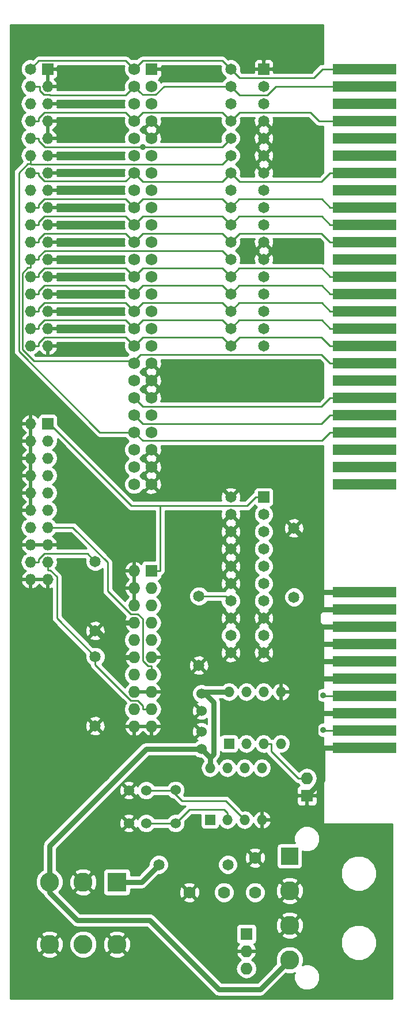
<source format=gbl>
G04 #@! TF.FileFunction,Copper,L2,Bot,Signal*
%FSLAX46Y46*%
G04 Gerber Fmt 4.6, Leading zero omitted, Abs format (unit mm)*
G04 Created by KiCad (PCBNEW (after 2015-mar-04 BZR unknown)-product) date Sat 02 Oct 2021 11:04:02 EDT*
%MOMM*%
G01*
G04 APERTURE LIST*
%ADD10C,0.020000*%
%ADD11R,9.398000X1.524000*%
%ADD12C,1.778000*%
%ADD13R,2.540000X2.540000*%
%ADD14C,2.794000*%
%ADD15C,1.524000*%
%ADD16R,1.651000X1.651000*%
%ADD17O,1.651000X1.651000*%
%ADD18R,1.727200X1.727200*%
%ADD19C,1.727200*%
%ADD20C,1.651000*%
%ADD21R,1.524000X1.524000*%
%ADD22O,1.524000X1.524000*%
%ADD23O,1.727200X1.727200*%
%ADD24R,2.794000X2.794000*%
%ADD25R,1.778000X1.778000*%
%ADD26O,1.778000X1.778000*%
%ADD27C,0.889000*%
%ADD28C,0.254000*%
%ADD29C,0.762000*%
G04 APERTURE END LIST*
D10*
D11*
X125349000Y-107314600D03*
X125349000Y-109854600D03*
X125349000Y-112394600D03*
X125349000Y-114934600D03*
X125349000Y-117474600D03*
X125349000Y-120014600D03*
X125349000Y-122554600D03*
X125349000Y-125094600D03*
X125349000Y-127634600D03*
X125349000Y-130174600D03*
X125349000Y-30480000D03*
X125349000Y-33020000D03*
X125349000Y-35560000D03*
X125349000Y-38100000D03*
X125349000Y-40640000D03*
X125349000Y-43180000D03*
X125349000Y-45720000D03*
X125349000Y-48260000D03*
X125349000Y-50800000D03*
X125349000Y-53340000D03*
X125349000Y-55880000D03*
X125349000Y-58420000D03*
X125349000Y-60960000D03*
X125349000Y-63500000D03*
X125349000Y-66040000D03*
X125349000Y-68580000D03*
X125349000Y-71120000D03*
X125349000Y-73660000D03*
X125349000Y-76200000D03*
X125349000Y-78740000D03*
X125349000Y-81280000D03*
X125349000Y-83820000D03*
X125349000Y-86360000D03*
X125349000Y-88900000D03*
X125349000Y-91440000D03*
D12*
X99568000Y-151384000D03*
X104648000Y-151384000D03*
X109220000Y-151384000D03*
X109220000Y-146304000D03*
D13*
X114300000Y-146050000D03*
D14*
X114300000Y-151130000D03*
X114300000Y-156210000D03*
X114300000Y-161290000D03*
D15*
X101346000Y-124714000D03*
X101346000Y-122174000D03*
D16*
X78740000Y-82550000D03*
D17*
X76200000Y-82550000D03*
X78740000Y-85090000D03*
X76200000Y-85090000D03*
X78740000Y-87630000D03*
X76200000Y-87630000D03*
X78740000Y-90170000D03*
X76200000Y-90170000D03*
X78740000Y-92710000D03*
X76200000Y-92710000D03*
X78740000Y-95250000D03*
X76200000Y-95250000D03*
X78740000Y-97790000D03*
X76200000Y-97790000D03*
X78740000Y-100330000D03*
X76200000Y-100330000D03*
X78740000Y-102870000D03*
X76200000Y-102870000D03*
X78740000Y-105410000D03*
X76200000Y-105410000D03*
D18*
X93980000Y-30480000D03*
D19*
X91440000Y-30480000D03*
X93980000Y-33020000D03*
X91440000Y-33020000D03*
X93980000Y-35560000D03*
X91440000Y-35560000D03*
X93980000Y-38100000D03*
X91440000Y-38100000D03*
X93980000Y-40640000D03*
X91440000Y-40640000D03*
X93980000Y-43180000D03*
X91440000Y-43180000D03*
X93980000Y-45720000D03*
X91440000Y-45720000D03*
X93980000Y-48260000D03*
X91440000Y-48260000D03*
X93980000Y-50800000D03*
X91440000Y-50800000D03*
X93980000Y-53340000D03*
X91440000Y-53340000D03*
X93980000Y-55880000D03*
X91440000Y-55880000D03*
X93980000Y-58420000D03*
X91440000Y-58420000D03*
X93980000Y-60960000D03*
X91440000Y-60960000D03*
X93980000Y-63500000D03*
X91440000Y-63500000D03*
X93980000Y-66040000D03*
X91440000Y-66040000D03*
X93980000Y-68580000D03*
X91440000Y-68580000D03*
X93980000Y-71120000D03*
X91440000Y-71120000D03*
X93980000Y-73660000D03*
X91440000Y-73660000D03*
X93980000Y-76200000D03*
X91440000Y-76200000D03*
X93980000Y-78740000D03*
X91440000Y-78740000D03*
X93980000Y-81280000D03*
X91440000Y-81280000D03*
X93980000Y-83820000D03*
X91440000Y-83820000D03*
X93980000Y-86360000D03*
X91440000Y-86360000D03*
X93980000Y-88900000D03*
X91440000Y-88900000D03*
X93980000Y-91440000D03*
X91440000Y-91440000D03*
D16*
X78740000Y-30480000D03*
D20*
X76200000Y-30480000D03*
D17*
X78740000Y-33020000D03*
X76200000Y-33020000D03*
X78740000Y-35560000D03*
X76200000Y-35560000D03*
X78740000Y-38100000D03*
X76200000Y-38100000D03*
X78740000Y-40640000D03*
X76200000Y-40640000D03*
X78740000Y-43180000D03*
X76200000Y-43180000D03*
X78740000Y-45720000D03*
X76200000Y-45720000D03*
X78740000Y-48260000D03*
X76200000Y-48260000D03*
X78740000Y-50800000D03*
X76200000Y-50800000D03*
X78740000Y-53340000D03*
X76200000Y-53340000D03*
X78740000Y-55880000D03*
X76200000Y-55880000D03*
X78740000Y-58420000D03*
X76200000Y-58420000D03*
X78740000Y-60960000D03*
X76200000Y-60960000D03*
X78740000Y-63500000D03*
X76200000Y-63500000D03*
X78740000Y-66040000D03*
X76200000Y-66040000D03*
X78740000Y-68580000D03*
X76200000Y-68580000D03*
X78740000Y-71120000D03*
X76200000Y-71120000D03*
D21*
X105410000Y-129540000D03*
D22*
X113030000Y-121920000D03*
X107950000Y-129540000D03*
X110490000Y-121920000D03*
X110490000Y-129540000D03*
X107950000Y-121920000D03*
X113030000Y-129540000D03*
X105410000Y-121920000D03*
D18*
X93980000Y-104140000D03*
D23*
X91440000Y-104140000D03*
X93980000Y-106680000D03*
X91440000Y-106680000D03*
X93980000Y-109220000D03*
X91440000Y-109220000D03*
X93980000Y-111760000D03*
X91440000Y-111760000D03*
X93980000Y-114300000D03*
X91440000Y-114300000D03*
X93980000Y-116840000D03*
X91440000Y-116840000D03*
X93980000Y-119380000D03*
X91440000Y-119380000D03*
X93980000Y-121920000D03*
X91440000Y-121920000D03*
X93980000Y-124460000D03*
X91440000Y-124460000D03*
X93980000Y-127000000D03*
X91440000Y-127000000D03*
D20*
X114935000Y-97868740D03*
X114935000Y-108028740D03*
X100965000Y-118031260D03*
X100965000Y-107871260D03*
X85725000Y-126921260D03*
X85725000Y-116761260D03*
X85725000Y-112951260D03*
X85725000Y-102791260D03*
X95074740Y-147320000D03*
X105234740Y-147320000D03*
D15*
X101346000Y-127762000D03*
X101346000Y-130302000D03*
X90678000Y-141224000D03*
X93218000Y-141224000D03*
X90678000Y-136398000D03*
X93218000Y-136398000D03*
D21*
X102616000Y-140716000D03*
D22*
X110236000Y-133096000D03*
X105156000Y-140716000D03*
X107696000Y-133096000D03*
X107696000Y-140716000D03*
X105156000Y-133096000D03*
X110236000Y-140716000D03*
X102616000Y-133096000D03*
D24*
X88900000Y-149860000D03*
D14*
X88900000Y-159004000D03*
X83947000Y-149860000D03*
X83947000Y-159004000D03*
X78994000Y-149860000D03*
X78994000Y-159004000D03*
D25*
X116840000Y-137160000D03*
D26*
X116840000Y-134620000D03*
D16*
X110490000Y-93345000D03*
D20*
X105638600Y-93345000D03*
X110490000Y-95885000D03*
X105638600Y-95885000D03*
X110490000Y-98425000D03*
X105638600Y-98425000D03*
X110490000Y-100965000D03*
X105638600Y-100965000D03*
X110490000Y-103505000D03*
X105638600Y-103505000D03*
X110490000Y-106045000D03*
X105638600Y-106045000D03*
X110490000Y-108585000D03*
X105638600Y-108585000D03*
X110490000Y-111125000D03*
X105638600Y-111125000D03*
X110490000Y-113665000D03*
X105638600Y-113665000D03*
X110490000Y-116205000D03*
X105638600Y-116205000D03*
D16*
X110490000Y-30480000D03*
D20*
X105638600Y-30480000D03*
X110490000Y-33020000D03*
X105638600Y-33020000D03*
X110490000Y-35560000D03*
X105638600Y-35560000D03*
X110490000Y-38100000D03*
X105638600Y-38100000D03*
X110490000Y-40640000D03*
X105638600Y-40640000D03*
X110490000Y-43180000D03*
X105638600Y-43180000D03*
X110490000Y-45720000D03*
X105638600Y-45720000D03*
X110490000Y-48260000D03*
X105638600Y-48260000D03*
X110490000Y-50800000D03*
X105638600Y-50800000D03*
X110490000Y-53340000D03*
X105638600Y-53340000D03*
X110490000Y-55880000D03*
X105638600Y-55880000D03*
X110490000Y-58420000D03*
X105638600Y-58420000D03*
X110490000Y-60960000D03*
X105638600Y-60960000D03*
X110490000Y-63500000D03*
X105638600Y-63500000D03*
X110490000Y-66040000D03*
X105638600Y-66040000D03*
X110490000Y-68580000D03*
X105638600Y-68580000D03*
X110490000Y-71120000D03*
X105638600Y-71120000D03*
D25*
X107950000Y-157480000D03*
D26*
X107950000Y-160020000D03*
X107950000Y-162560000D03*
D15*
X97536000Y-141224000D03*
X97536000Y-136344000D03*
D27*
X119189520Y-122428000D03*
X119226600Y-127544800D03*
X92710000Y-41910000D03*
X118110000Y-117475000D03*
X118110000Y-129540000D03*
X118110000Y-125095000D03*
D28*
X78740000Y-82550000D02*
X78994000Y-82550000D01*
X78994000Y-82550000D02*
X91059000Y-94615000D01*
X91059000Y-94615000D02*
X95224900Y-94615000D01*
X93980000Y-104140000D02*
X95224900Y-104140000D01*
X110490000Y-93345000D02*
X109283200Y-93345000D01*
X95224900Y-104140000D02*
X95224900Y-94615000D01*
X108013200Y-94615000D02*
X109283200Y-93345000D01*
X95224900Y-94615000D02*
X108013200Y-94615000D01*
X104924900Y-107871300D02*
X105638600Y-108585000D01*
X100965000Y-107871300D02*
X104924900Y-107871300D01*
X125730000Y-122554600D02*
X119316120Y-122554600D01*
X119316120Y-122554600D02*
X119189520Y-122428000D01*
X119316400Y-127634600D02*
X119226600Y-127544800D01*
X125730000Y-127634600D02*
X119316400Y-127634600D01*
X111633300Y-130683600D02*
X115569700Y-134620000D01*
X111633300Y-129540000D02*
X111633300Y-130683600D01*
X110490000Y-129540000D02*
X111633300Y-129540000D01*
X116840000Y-134620000D02*
X115569700Y-134620000D01*
X125730000Y-30480000D02*
X119126000Y-30480000D01*
X119126000Y-30480000D02*
X117856000Y-31750000D01*
X117856000Y-31750000D02*
X106934000Y-31750000D01*
X106934000Y-31750000D02*
X106172000Y-30988000D01*
X106172000Y-30988000D02*
X106146600Y-30988000D01*
X106146600Y-30988000D02*
X105638600Y-30480000D01*
X104393600Y-29235000D02*
X105638600Y-30480000D01*
X92685000Y-29235000D02*
X104393600Y-29235000D01*
X91440000Y-30480000D02*
X92685000Y-29235000D01*
X76200000Y-30480000D02*
X77418500Y-29261500D01*
X77418500Y-29261500D02*
X90221500Y-29261500D01*
X90221500Y-29261500D02*
X91440000Y-30480000D01*
X125730000Y-38100000D02*
X118618000Y-38100000D01*
X117348000Y-36830000D02*
X106908600Y-36830000D01*
X118618000Y-38100000D02*
X117348000Y-36830000D01*
X106908600Y-36830000D02*
X105638600Y-38100000D01*
X76200000Y-38100000D02*
X77406800Y-38100000D01*
X90225800Y-36885800D02*
X91440000Y-38100000D01*
X78243900Y-36885800D02*
X90225800Y-36885800D01*
X77406800Y-37722900D02*
X78243900Y-36885800D01*
X77406800Y-38100000D02*
X77406800Y-37722900D01*
X92710000Y-36830000D02*
X91440000Y-38100000D01*
X104368600Y-36830000D02*
X92710000Y-36830000D01*
X105638600Y-38100000D02*
X104368600Y-36830000D01*
X90225800Y-46934200D02*
X91440000Y-45720000D01*
X78243900Y-46934200D02*
X90225800Y-46934200D01*
X77406800Y-46097100D02*
X78243900Y-46934200D01*
X77406800Y-45720000D02*
X77406800Y-46097100D01*
X76200000Y-45720000D02*
X77406800Y-45720000D01*
X104368600Y-46990000D02*
X105638600Y-45720000D01*
X92710000Y-46990000D02*
X104368600Y-46990000D01*
X91440000Y-45720000D02*
X92710000Y-46990000D01*
X125730000Y-45720000D02*
X120268700Y-45720000D01*
X118998700Y-46990000D02*
X120268700Y-45720000D01*
X106908600Y-46990000D02*
X118998700Y-46990000D01*
X105638600Y-45720000D02*
X106908600Y-46990000D01*
X76200000Y-50800000D02*
X77406800Y-50800000D01*
X106883600Y-49555000D02*
X105638600Y-50800000D01*
X119023700Y-49555000D02*
X106883600Y-49555000D01*
X120268700Y-50800000D02*
X119023700Y-49555000D01*
X125730000Y-50800000D02*
X120268700Y-50800000D01*
X90225900Y-49585900D02*
X91440000Y-50800000D01*
X78243800Y-49585900D02*
X90225900Y-49585900D01*
X77406800Y-50422900D02*
X78243800Y-49585900D01*
X77406800Y-50800000D02*
X77406800Y-50422900D01*
X104368600Y-49530000D02*
X105638600Y-50800000D01*
X92710000Y-49530000D02*
X104368600Y-49530000D01*
X91440000Y-50800000D02*
X92710000Y-49530000D01*
X76200000Y-53340000D02*
X77406800Y-53340000D01*
X106883600Y-52095000D02*
X105638600Y-53340000D01*
X119023700Y-52095000D02*
X106883600Y-52095000D01*
X120268700Y-53340000D02*
X119023700Y-52095000D01*
X125730000Y-53340000D02*
X120268700Y-53340000D01*
X90225900Y-52125900D02*
X91440000Y-53340000D01*
X78243800Y-52125900D02*
X90225900Y-52125900D01*
X77406800Y-52962900D02*
X78243800Y-52125900D01*
X77406800Y-53340000D02*
X77406800Y-52962900D01*
X104368600Y-52070000D02*
X105638600Y-53340000D01*
X92710000Y-52070000D02*
X104368600Y-52070000D01*
X91440000Y-53340000D02*
X92710000Y-52070000D01*
X76200000Y-55880000D02*
X77406800Y-55880000D01*
X125730000Y-55880000D02*
X120268700Y-55880000D01*
X106908600Y-54610000D02*
X105638600Y-55880000D01*
X118998700Y-54610000D02*
X106908600Y-54610000D01*
X120268700Y-55880000D02*
X118998700Y-54610000D01*
X77406800Y-55502900D02*
X77406800Y-55880000D01*
X78243900Y-54665800D02*
X77406800Y-55502900D01*
X90225800Y-54665800D02*
X78243900Y-54665800D01*
X91440000Y-55880000D02*
X90225800Y-54665800D01*
X92710000Y-54610000D02*
X91440000Y-55880000D01*
X104368600Y-54610000D02*
X92710000Y-54610000D01*
X105638600Y-55880000D02*
X104368600Y-54610000D01*
X76200000Y-60960000D02*
X77406800Y-60960000D01*
X90225900Y-59745900D02*
X91440000Y-60960000D01*
X78243800Y-59745900D02*
X90225900Y-59745900D01*
X77406800Y-60582900D02*
X78243800Y-59745900D01*
X77406800Y-60960000D02*
X77406800Y-60582900D01*
X104368600Y-59690000D02*
X105638600Y-60960000D01*
X92710000Y-59690000D02*
X104368600Y-59690000D01*
X91440000Y-60960000D02*
X92710000Y-59690000D01*
X106883600Y-59715000D02*
X105638600Y-60960000D01*
X119023700Y-59715000D02*
X106883600Y-59715000D01*
X120268700Y-60960000D02*
X119023700Y-59715000D01*
X125730000Y-60960000D02*
X120268700Y-60960000D01*
X76200000Y-63500000D02*
X77406800Y-63500000D01*
X90225900Y-62285900D02*
X91440000Y-63500000D01*
X78243800Y-62285900D02*
X90225900Y-62285900D01*
X77406800Y-63122900D02*
X78243800Y-62285900D01*
X77406800Y-63500000D02*
X77406800Y-63122900D01*
X104368600Y-62230000D02*
X105638600Y-63500000D01*
X92710000Y-62230000D02*
X104368600Y-62230000D01*
X91440000Y-63500000D02*
X92710000Y-62230000D01*
X106883600Y-62255000D02*
X105638600Y-63500000D01*
X119023700Y-62255000D02*
X106883600Y-62255000D01*
X120268700Y-63500000D02*
X119023700Y-62255000D01*
X125730000Y-63500000D02*
X120268700Y-63500000D01*
X76200000Y-66040000D02*
X77406800Y-66040000D01*
X90225900Y-64825900D02*
X91440000Y-66040000D01*
X78243800Y-64825900D02*
X90225900Y-64825900D01*
X77406800Y-65662900D02*
X78243800Y-64825900D01*
X77406800Y-66040000D02*
X77406800Y-65662900D01*
X104368600Y-64770000D02*
X105638600Y-66040000D01*
X92710000Y-64770000D02*
X104368600Y-64770000D01*
X91440000Y-66040000D02*
X92710000Y-64770000D01*
X106883600Y-64795000D02*
X105638600Y-66040000D01*
X119023700Y-64795000D02*
X106883600Y-64795000D01*
X120268700Y-66040000D02*
X119023700Y-64795000D01*
X125730000Y-66040000D02*
X120268700Y-66040000D01*
X76200000Y-68580000D02*
X77406800Y-68580000D01*
X90225900Y-67365900D02*
X91440000Y-68580000D01*
X78243800Y-67365900D02*
X90225900Y-67365900D01*
X77406800Y-68202900D02*
X78243800Y-67365900D01*
X77406800Y-68580000D02*
X77406800Y-68202900D01*
X104368600Y-67310000D02*
X105638600Y-68580000D01*
X92710000Y-67310000D02*
X104368600Y-67310000D01*
X91440000Y-68580000D02*
X92710000Y-67310000D01*
X106883600Y-67335000D02*
X105638600Y-68580000D01*
X119023700Y-67335000D02*
X106883600Y-67335000D01*
X120268700Y-68580000D02*
X119023700Y-67335000D01*
X125730000Y-68580000D02*
X120268700Y-68580000D01*
X76200000Y-71120000D02*
X77406800Y-71120000D01*
X125730000Y-71120000D02*
X120268700Y-71120000D01*
X106908600Y-69850000D02*
X105638600Y-71120000D01*
X118998700Y-69850000D02*
X106908600Y-69850000D01*
X120268700Y-71120000D02*
X118998700Y-69850000D01*
X77406800Y-70742900D02*
X77406800Y-71120000D01*
X78243900Y-69905800D02*
X77406800Y-70742900D01*
X90225800Y-69905800D02*
X78243900Y-69905800D01*
X91440000Y-71120000D02*
X90225800Y-69905800D01*
X92710000Y-69850000D02*
X91440000Y-71120000D01*
X104368600Y-69850000D02*
X92710000Y-69850000D01*
X105638600Y-71120000D02*
X104368600Y-69850000D01*
X125730000Y-73660000D02*
X120268700Y-73660000D01*
X104368600Y-57150000D02*
X105638600Y-58420000D01*
X78299700Y-57150000D02*
X104368600Y-57150000D01*
X77406800Y-58042900D02*
X78299700Y-57150000D01*
X77406800Y-58420000D02*
X77406800Y-58042900D01*
X76200000Y-58420000D02*
X77406800Y-58420000D01*
X76200000Y-58420000D02*
X76200000Y-59626800D01*
X91440000Y-73375200D02*
X91440000Y-73660000D01*
X92425200Y-72390000D02*
X91440000Y-73375200D01*
X118998700Y-72390000D02*
X92425200Y-72390000D01*
X120268700Y-73660000D02*
X118998700Y-72390000D01*
X75825000Y-59626800D02*
X76200000Y-59626800D01*
X74992100Y-60459700D02*
X75825000Y-59626800D01*
X74992100Y-71673300D02*
X74992100Y-60459700D01*
X76694000Y-73375200D02*
X74992100Y-71673300D01*
X91440000Y-73375200D02*
X76694000Y-73375200D01*
X92710000Y-80010000D02*
X91440000Y-78740000D01*
X118998700Y-80010000D02*
X92710000Y-80010000D01*
X120268700Y-78740000D02*
X118998700Y-80010000D01*
X125730000Y-78740000D02*
X120268700Y-78740000D01*
X125730000Y-81280000D02*
X120268700Y-81280000D01*
X76200000Y-40640000D02*
X77406800Y-40640000D01*
X118998700Y-82550000D02*
X120268700Y-81280000D01*
X92710000Y-82550000D02*
X118998700Y-82550000D01*
X91440000Y-81280000D02*
X92710000Y-82550000D01*
X78299700Y-41910000D02*
X92710000Y-41910000D01*
X77406800Y-41017100D02*
X78299700Y-41910000D01*
X77406800Y-40640000D02*
X77406800Y-41017100D01*
X104368600Y-41910000D02*
X105638600Y-40640000D01*
X92710000Y-41910000D02*
X104368600Y-41910000D01*
X125730000Y-83820000D02*
X120268700Y-83820000D01*
X75825000Y-44386800D02*
X76200000Y-44386800D01*
X74483700Y-45728100D02*
X75825000Y-44386800D01*
X74483700Y-71900500D02*
X74483700Y-45728100D01*
X86403200Y-83820000D02*
X74483700Y-71900500D01*
X91440000Y-83820000D02*
X86403200Y-83820000D01*
X119023800Y-85064900D02*
X120268700Y-83820000D01*
X92684900Y-85064900D02*
X119023800Y-85064900D01*
X91440000Y-83820000D02*
X92684900Y-85064900D01*
X76200000Y-43180000D02*
X76200000Y-44386800D01*
X104368600Y-44450000D02*
X105638600Y-43180000D01*
X76263200Y-44450000D02*
X104368600Y-44450000D01*
X76200000Y-44386800D02*
X76263200Y-44450000D01*
D29*
X86052400Y-112951300D02*
X85725000Y-112951300D01*
X87401100Y-114300000D02*
X86052400Y-112951300D01*
X125730000Y-117475000D02*
X118110000Y-117475000D01*
X118110000Y-112395000D02*
X118110000Y-114935000D01*
X118110000Y-125095000D02*
X118110000Y-129540000D01*
X125730000Y-125095000D02*
X118110000Y-125095000D01*
X125730000Y-120015000D02*
X118110000Y-120015000D01*
X118110000Y-114935000D02*
X118110000Y-117475000D01*
X118110000Y-117475000D02*
X118110000Y-120015000D01*
X125730000Y-130175000D02*
X125729600Y-130175000D01*
X125729600Y-130175000D02*
X125730000Y-130174600D01*
X125730000Y-125094600D02*
X125730000Y-125095000D01*
X125730000Y-120014600D02*
X125730000Y-120015000D01*
X125730000Y-117474600D02*
X125730000Y-117475000D01*
X125730000Y-114935000D02*
X125729600Y-114935000D01*
X125729600Y-114935000D02*
X118110000Y-114935000D01*
X125729600Y-114935000D02*
X125730000Y-114934600D01*
X125730000Y-112395000D02*
X125729600Y-112395000D01*
X125729600Y-112395000D02*
X118110000Y-112395000D01*
X125729600Y-112395000D02*
X125730000Y-112394600D01*
X125730000Y-109855000D02*
X125729600Y-109855000D01*
X125729600Y-109855000D02*
X118110000Y-109855000D01*
X125729600Y-109855000D02*
X125730000Y-109854600D01*
X125730000Y-107315000D02*
X125729600Y-107315000D01*
X125729600Y-107315000D02*
X125730000Y-107314600D01*
X119102700Y-134897300D02*
X119102700Y-130175000D01*
X116840000Y-137160000D02*
X119102700Y-134897300D01*
X125729600Y-130175000D02*
X119102700Y-130175000D01*
X119102700Y-130175000D02*
X118745000Y-130175000D01*
X118110000Y-109855000D02*
X118110000Y-112395000D01*
X118745000Y-101678700D02*
X118745000Y-107315000D01*
X114935000Y-97868700D02*
X118745000Y-101678700D01*
X125729600Y-107315000D02*
X118745000Y-107315000D01*
X118110000Y-107950000D02*
X118110000Y-109855000D01*
X118745000Y-107315000D02*
X118110000Y-107950000D01*
X118110000Y-129540000D02*
X118745000Y-130175000D01*
X91440000Y-116840000D02*
X89941100Y-116840000D01*
X91440000Y-111760000D02*
X89941100Y-111760000D01*
X87401100Y-114300000D02*
X89941100Y-111760000D01*
X89941100Y-116840000D02*
X87401100Y-114300000D01*
X118110000Y-123062900D02*
X118110000Y-125095000D01*
X118110000Y-120015000D02*
X118110000Y-123062900D01*
X79693400Y-149860000D02*
X78994000Y-149860000D01*
X114300000Y-161290000D02*
X114300000Y-161083500D01*
X102616000Y-131572000D02*
X102616000Y-133096000D01*
X101346000Y-130302000D02*
X102616000Y-131572000D01*
X78994000Y-144526000D02*
X93218000Y-130302000D01*
X93218000Y-130302000D02*
X101346000Y-130302000D01*
X78994000Y-149860000D02*
X78994000Y-144526000D01*
X103124000Y-131064000D02*
X102616000Y-131572000D01*
X103124000Y-123444000D02*
X103124000Y-131064000D01*
X101600000Y-121920000D02*
X103124000Y-123444000D01*
X105410000Y-121920000D02*
X101600000Y-121920000D01*
X78994000Y-151384000D02*
X83058000Y-155448000D01*
X83058000Y-155448000D02*
X93726000Y-155448000D01*
X93726000Y-155448000D02*
X103886000Y-165608000D01*
X103886000Y-165608000D02*
X109982000Y-165608000D01*
X109982000Y-165608000D02*
X114300000Y-161290000D01*
X78994000Y-149860000D02*
X78994000Y-151384000D01*
X88900000Y-149860000D02*
X92534740Y-149860000D01*
X92534740Y-149860000D02*
X95074740Y-147320000D01*
D28*
X82435000Y-97790000D02*
X78740000Y-97790000D01*
X87535500Y-102890500D02*
X82435000Y-97790000D01*
X87535500Y-107113900D02*
X87535500Y-102890500D01*
X90911600Y-110490000D02*
X87535500Y-107113900D01*
X91991400Y-110490000D02*
X90911600Y-110490000D01*
X92735100Y-111233700D02*
X91991400Y-110490000D01*
X92735100Y-117357100D02*
X92735100Y-111233700D01*
X93513100Y-118135100D02*
X92735100Y-117357100D01*
X93980000Y-118135100D02*
X93513100Y-118135100D01*
X93980000Y-119380000D02*
X93980000Y-118135100D01*
X93980000Y-124460000D02*
X92735100Y-124460000D01*
X78740000Y-102870000D02*
X78740000Y-104076800D01*
X92735100Y-123993100D02*
X91957100Y-123215100D01*
X92735100Y-124460000D02*
X92735100Y-123993100D01*
X91957100Y-123215100D02*
X90954600Y-123215100D01*
X80073100Y-105034900D02*
X79115000Y-104076800D01*
X90954600Y-123215100D02*
X85725000Y-117985500D01*
X79115000Y-104076800D02*
X78740000Y-104076800D01*
X85725000Y-117985500D02*
X85725000Y-116761300D01*
X85725000Y-116761300D02*
X80073100Y-111109400D01*
X80073100Y-111109400D02*
X80073100Y-105034900D01*
X76200000Y-102870000D02*
X77406800Y-102870000D01*
X84589600Y-101655900D02*
X78245900Y-101655900D01*
X78245900Y-101655900D02*
X77406800Y-102495000D01*
X77406800Y-102495000D02*
X77406800Y-102870000D01*
X85725000Y-102791300D02*
X84589600Y-101655900D01*
X125730000Y-33020000D02*
X112275622Y-33020000D01*
X112275622Y-33020000D02*
X111005622Y-34290000D01*
X111005622Y-34290000D02*
X106934000Y-34290000D01*
X106934000Y-34290000D02*
X106426000Y-33782000D01*
X106426000Y-33782000D02*
X106400600Y-33782000D01*
X106400600Y-33782000D02*
X105638600Y-33020000D01*
X105638600Y-33020000D02*
X95822010Y-33020000D01*
X95822010Y-33020000D02*
X94577409Y-34264601D01*
X94577409Y-34264601D02*
X92684601Y-34264601D01*
X92684601Y-34264601D02*
X92303599Y-33883599D01*
X92303599Y-33883599D02*
X91440000Y-33020000D01*
X90170000Y-34290000D02*
X91440000Y-33020000D01*
X79053900Y-34290000D02*
X90170000Y-34290000D01*
X78990401Y-34226501D02*
X79053900Y-34290000D01*
X78160879Y-34226501D02*
X78990401Y-34226501D01*
X77533499Y-33083499D02*
X77533499Y-33599121D01*
X77533499Y-33599121D02*
X78160879Y-34226501D01*
X77470000Y-33020000D02*
X77533499Y-33083499D01*
X76200000Y-33020000D02*
X77470000Y-33020000D01*
X93218000Y-141224000D02*
X97536000Y-141224000D01*
X97536000Y-141224000D02*
X99568000Y-139192000D01*
X99568000Y-139192000D02*
X104648000Y-139192000D01*
X104648000Y-139192000D02*
X105156000Y-139700000D01*
X105156000Y-139700000D02*
X105156000Y-140716000D01*
X93218000Y-136398000D02*
X97482000Y-136398000D01*
X97482000Y-136398000D02*
X97536000Y-136344000D01*
X97228000Y-136652000D02*
X98498000Y-137922000D01*
X98498000Y-137922000D02*
X104902000Y-137922000D01*
X104902000Y-137922000D02*
X107696000Y-140716000D01*
G36*
X90028280Y-45212000D02*
X89941661Y-45420602D01*
X89941141Y-46016782D01*
X89977526Y-46104843D01*
X89910169Y-46172200D01*
X80116118Y-46172200D01*
X80157188Y-46073044D01*
X80035540Y-45847000D01*
X78867000Y-45847000D01*
X78867000Y-45867000D01*
X78613000Y-45867000D01*
X78613000Y-45847000D01*
X78593000Y-45847000D01*
X78593000Y-45593000D01*
X78613000Y-45593000D01*
X78613000Y-45573000D01*
X78867000Y-45573000D01*
X78867000Y-45593000D01*
X80035540Y-45593000D01*
X80157188Y-45366956D01*
X80093007Y-45212000D01*
X90028280Y-45212000D01*
X90028280Y-45212000D01*
G37*
X90028280Y-45212000D02*
X89941661Y-45420602D01*
X89941141Y-46016782D01*
X89977526Y-46104843D01*
X89910169Y-46172200D01*
X80116118Y-46172200D01*
X80157188Y-46073044D01*
X80035540Y-45847000D01*
X78867000Y-45847000D01*
X78867000Y-45867000D01*
X78613000Y-45867000D01*
X78613000Y-45847000D01*
X78593000Y-45847000D01*
X78593000Y-45593000D01*
X78613000Y-45593000D01*
X78613000Y-45573000D01*
X78867000Y-45573000D01*
X78867000Y-45593000D01*
X80035540Y-45593000D01*
X80157188Y-45366956D01*
X80093007Y-45212000D01*
X90028280Y-45212000D01*
G36*
X90028414Y-43688000D02*
X80093007Y-43688000D01*
X80157188Y-43533044D01*
X80035540Y-43307000D01*
X78867000Y-43307000D01*
X78867000Y-43327000D01*
X78613000Y-43327000D01*
X78613000Y-43307000D01*
X78593000Y-43307000D01*
X78593000Y-43053000D01*
X78613000Y-43053000D01*
X78613000Y-43033000D01*
X78867000Y-43033000D01*
X78867000Y-43053000D01*
X80035540Y-43053000D01*
X80157188Y-42826956D01*
X80093007Y-42672000D01*
X90028280Y-42672000D01*
X89941661Y-42880602D01*
X89941141Y-43476782D01*
X90028414Y-43688000D01*
X90028414Y-43688000D01*
G37*
X90028414Y-43688000D02*
X80093007Y-43688000D01*
X80157188Y-43533044D01*
X80035540Y-43307000D01*
X78867000Y-43307000D01*
X78867000Y-43327000D01*
X78613000Y-43327000D01*
X78613000Y-43307000D01*
X78593000Y-43307000D01*
X78593000Y-43053000D01*
X78613000Y-43053000D01*
X78613000Y-43033000D01*
X78867000Y-43033000D01*
X78867000Y-43053000D01*
X80035540Y-43053000D01*
X80157188Y-42826956D01*
X80093007Y-42672000D01*
X90028280Y-42672000D01*
X89941661Y-42880602D01*
X89941141Y-43476782D01*
X90028414Y-43688000D01*
G36*
X90028414Y-56388000D02*
X80093007Y-56388000D01*
X80157188Y-56233044D01*
X80035540Y-56007000D01*
X78867000Y-56007000D01*
X78867000Y-56027000D01*
X78613000Y-56027000D01*
X78613000Y-56007000D01*
X78593000Y-56007000D01*
X78593000Y-55753000D01*
X78613000Y-55753000D01*
X78613000Y-55733000D01*
X78867000Y-55733000D01*
X78867000Y-55753000D01*
X80035540Y-55753000D01*
X80157188Y-55526956D01*
X80116118Y-55427800D01*
X89910169Y-55427800D01*
X89977254Y-55494884D01*
X89941661Y-55580602D01*
X89941141Y-56176782D01*
X90028414Y-56388000D01*
X90028414Y-56388000D01*
G37*
X90028414Y-56388000D02*
X80093007Y-56388000D01*
X80157188Y-56233044D01*
X80035540Y-56007000D01*
X78867000Y-56007000D01*
X78867000Y-56027000D01*
X78613000Y-56027000D01*
X78613000Y-56007000D01*
X78593000Y-56007000D01*
X78593000Y-55753000D01*
X78613000Y-55753000D01*
X78613000Y-55733000D01*
X78867000Y-55733000D01*
X78867000Y-55753000D01*
X80035540Y-55753000D01*
X80157188Y-55526956D01*
X80116118Y-55427800D01*
X89910169Y-55427800D01*
X89977254Y-55494884D01*
X89941661Y-55580602D01*
X89941141Y-56176782D01*
X90028414Y-56388000D01*
G36*
X90051470Y-36123800D02*
X80069895Y-36123800D01*
X80157188Y-35913044D01*
X80035540Y-35687000D01*
X78867000Y-35687000D01*
X78867000Y-35707000D01*
X78613000Y-35707000D01*
X78613000Y-35687000D01*
X78593000Y-35687000D01*
X78593000Y-35433000D01*
X78613000Y-35433000D01*
X78613000Y-35413000D01*
X78867000Y-35413000D01*
X78867000Y-35433000D01*
X80035540Y-35433000D01*
X80157188Y-35206956D01*
X80093007Y-35052000D01*
X90028280Y-35052000D01*
X89941661Y-35260602D01*
X89941141Y-35856782D01*
X90051470Y-36123800D01*
X90051470Y-36123800D01*
G37*
X90051470Y-36123800D02*
X80069895Y-36123800D01*
X80157188Y-35913044D01*
X80035540Y-35687000D01*
X78867000Y-35687000D01*
X78867000Y-35707000D01*
X78613000Y-35707000D01*
X78613000Y-35687000D01*
X78593000Y-35687000D01*
X78593000Y-35433000D01*
X78613000Y-35433000D01*
X78613000Y-35413000D01*
X78867000Y-35413000D01*
X78867000Y-35433000D01*
X80035540Y-35433000D01*
X80157188Y-35206956D01*
X80093007Y-35052000D01*
X90028280Y-35052000D01*
X89941661Y-35260602D01*
X89941141Y-35856782D01*
X90051470Y-36123800D01*
G36*
X90051470Y-53903800D02*
X80069895Y-53903800D01*
X80157188Y-53693044D01*
X80035540Y-53467000D01*
X78867000Y-53467000D01*
X78867000Y-53487000D01*
X78613000Y-53487000D01*
X78613000Y-53467000D01*
X78593000Y-53467000D01*
X78593000Y-53213000D01*
X78613000Y-53213000D01*
X78613000Y-53193000D01*
X78867000Y-53193000D01*
X78867000Y-53213000D01*
X80035540Y-53213000D01*
X80157188Y-52986956D01*
X80116160Y-52887900D01*
X89910269Y-52887900D01*
X89977254Y-52954884D01*
X89941661Y-53040602D01*
X89941141Y-53636782D01*
X90051470Y-53903800D01*
X90051470Y-53903800D01*
G37*
X90051470Y-53903800D02*
X80069895Y-53903800D01*
X80157188Y-53693044D01*
X80035540Y-53467000D01*
X78867000Y-53467000D01*
X78867000Y-53487000D01*
X78613000Y-53487000D01*
X78613000Y-53467000D01*
X78593000Y-53467000D01*
X78593000Y-53213000D01*
X78613000Y-53213000D01*
X78613000Y-53193000D01*
X78867000Y-53193000D01*
X78867000Y-53213000D01*
X80035540Y-53213000D01*
X80157188Y-52986956D01*
X80116160Y-52887900D01*
X89910269Y-52887900D01*
X89977254Y-52954884D01*
X89941661Y-53040602D01*
X89941141Y-53636782D01*
X90051470Y-53903800D01*
G36*
X90051470Y-69143800D02*
X80069895Y-69143800D01*
X80157188Y-68933044D01*
X80035540Y-68707000D01*
X78867000Y-68707000D01*
X78867000Y-68727000D01*
X78613000Y-68727000D01*
X78613000Y-68707000D01*
X78593000Y-68707000D01*
X78593000Y-68453000D01*
X78613000Y-68453000D01*
X78613000Y-68433000D01*
X78867000Y-68433000D01*
X78867000Y-68453000D01*
X80035540Y-68453000D01*
X80157188Y-68226956D01*
X80116160Y-68127900D01*
X89910269Y-68127900D01*
X89977254Y-68194884D01*
X89941661Y-68280602D01*
X89941141Y-68876782D01*
X90051470Y-69143800D01*
X90051470Y-69143800D01*
G37*
X90051470Y-69143800D02*
X80069895Y-69143800D01*
X80157188Y-68933044D01*
X80035540Y-68707000D01*
X78867000Y-68707000D01*
X78867000Y-68727000D01*
X78613000Y-68727000D01*
X78613000Y-68707000D01*
X78593000Y-68707000D01*
X78593000Y-68453000D01*
X78613000Y-68453000D01*
X78613000Y-68433000D01*
X78867000Y-68433000D01*
X78867000Y-68453000D01*
X80035540Y-68453000D01*
X80157188Y-68226956D01*
X80116160Y-68127900D01*
X89910269Y-68127900D01*
X89977254Y-68194884D01*
X89941661Y-68280602D01*
X89941141Y-68876782D01*
X90051470Y-69143800D01*
G36*
X90051511Y-48823900D02*
X80069854Y-48823900D01*
X80157188Y-48613044D01*
X80035540Y-48387000D01*
X78867000Y-48387000D01*
X78867000Y-48407000D01*
X78613000Y-48407000D01*
X78613000Y-48387000D01*
X78593000Y-48387000D01*
X78593000Y-48133000D01*
X78613000Y-48133000D01*
X78613000Y-48113000D01*
X78867000Y-48113000D01*
X78867000Y-48133000D01*
X80035540Y-48133000D01*
X80157188Y-47906956D01*
X80069895Y-47696200D01*
X90051450Y-47696200D01*
X89941661Y-47960602D01*
X89941141Y-48556782D01*
X90051511Y-48823900D01*
X90051511Y-48823900D01*
G37*
X90051511Y-48823900D02*
X80069854Y-48823900D01*
X80157188Y-48613044D01*
X80035540Y-48387000D01*
X78867000Y-48387000D01*
X78867000Y-48407000D01*
X78613000Y-48407000D01*
X78613000Y-48387000D01*
X78593000Y-48387000D01*
X78593000Y-48133000D01*
X78613000Y-48133000D01*
X78613000Y-48113000D01*
X78867000Y-48113000D01*
X78867000Y-48133000D01*
X80035540Y-48133000D01*
X80157188Y-47906956D01*
X80069895Y-47696200D01*
X90051450Y-47696200D01*
X89941661Y-47960602D01*
X89941141Y-48556782D01*
X90051511Y-48823900D01*
G36*
X90051511Y-51363900D02*
X80069854Y-51363900D01*
X80157188Y-51153044D01*
X80035540Y-50927000D01*
X78867000Y-50927000D01*
X78867000Y-50947000D01*
X78613000Y-50947000D01*
X78613000Y-50927000D01*
X78593000Y-50927000D01*
X78593000Y-50673000D01*
X78613000Y-50673000D01*
X78613000Y-50653000D01*
X78867000Y-50653000D01*
X78867000Y-50673000D01*
X80035540Y-50673000D01*
X80157188Y-50446956D01*
X80116160Y-50347900D01*
X89910269Y-50347900D01*
X89977254Y-50414884D01*
X89941661Y-50500602D01*
X89941141Y-51096782D01*
X90051511Y-51363900D01*
X90051511Y-51363900D01*
G37*
X90051511Y-51363900D02*
X80069854Y-51363900D01*
X80157188Y-51153044D01*
X80035540Y-50927000D01*
X78867000Y-50927000D01*
X78867000Y-50947000D01*
X78613000Y-50947000D01*
X78613000Y-50927000D01*
X78593000Y-50927000D01*
X78593000Y-50673000D01*
X78613000Y-50673000D01*
X78613000Y-50653000D01*
X78867000Y-50653000D01*
X78867000Y-50673000D01*
X80035540Y-50673000D01*
X80157188Y-50446956D01*
X80116160Y-50347900D01*
X89910269Y-50347900D01*
X89977254Y-50414884D01*
X89941661Y-50500602D01*
X89941141Y-51096782D01*
X90051511Y-51363900D01*
G36*
X90051511Y-58983900D02*
X80069854Y-58983900D01*
X80157188Y-58773044D01*
X80035540Y-58547000D01*
X78867000Y-58547000D01*
X78867000Y-58567000D01*
X78613000Y-58567000D01*
X78613000Y-58547000D01*
X78593000Y-58547000D01*
X78593000Y-58293000D01*
X78613000Y-58293000D01*
X78613000Y-58273000D01*
X78867000Y-58273000D01*
X78867000Y-58293000D01*
X80035540Y-58293000D01*
X80157188Y-58066956D01*
X80093007Y-57912000D01*
X90028280Y-57912000D01*
X89941661Y-58120602D01*
X89941141Y-58716782D01*
X90051511Y-58983900D01*
X90051511Y-58983900D01*
G37*
X90051511Y-58983900D02*
X80069854Y-58983900D01*
X80157188Y-58773044D01*
X80035540Y-58547000D01*
X78867000Y-58547000D01*
X78867000Y-58567000D01*
X78613000Y-58567000D01*
X78613000Y-58547000D01*
X78593000Y-58547000D01*
X78593000Y-58293000D01*
X78613000Y-58293000D01*
X78613000Y-58273000D01*
X78867000Y-58273000D01*
X78867000Y-58293000D01*
X80035540Y-58293000D01*
X80157188Y-58066956D01*
X80093007Y-57912000D01*
X90028280Y-57912000D01*
X89941661Y-58120602D01*
X89941141Y-58716782D01*
X90051511Y-58983900D01*
G36*
X90051511Y-61523900D02*
X80069854Y-61523900D01*
X80157188Y-61313044D01*
X80035540Y-61087000D01*
X78867000Y-61087000D01*
X78867000Y-61107000D01*
X78613000Y-61107000D01*
X78613000Y-61087000D01*
X78593000Y-61087000D01*
X78593000Y-60833000D01*
X78613000Y-60833000D01*
X78613000Y-60813000D01*
X78867000Y-60813000D01*
X78867000Y-60833000D01*
X80035540Y-60833000D01*
X80157188Y-60606956D01*
X80116160Y-60507900D01*
X89910269Y-60507900D01*
X89977254Y-60574884D01*
X89941661Y-60660602D01*
X89941141Y-61256782D01*
X90051511Y-61523900D01*
X90051511Y-61523900D01*
G37*
X90051511Y-61523900D02*
X80069854Y-61523900D01*
X80157188Y-61313044D01*
X80035540Y-61087000D01*
X78867000Y-61087000D01*
X78867000Y-61107000D01*
X78613000Y-61107000D01*
X78613000Y-61087000D01*
X78593000Y-61087000D01*
X78593000Y-60833000D01*
X78613000Y-60833000D01*
X78613000Y-60813000D01*
X78867000Y-60813000D01*
X78867000Y-60833000D01*
X80035540Y-60833000D01*
X80157188Y-60606956D01*
X80116160Y-60507900D01*
X89910269Y-60507900D01*
X89977254Y-60574884D01*
X89941661Y-60660602D01*
X89941141Y-61256782D01*
X90051511Y-61523900D01*
G36*
X90051511Y-64063900D02*
X80069854Y-64063900D01*
X80157188Y-63853044D01*
X80035540Y-63627000D01*
X78867000Y-63627000D01*
X78867000Y-63647000D01*
X78613000Y-63647000D01*
X78613000Y-63627000D01*
X78593000Y-63627000D01*
X78593000Y-63373000D01*
X78613000Y-63373000D01*
X78613000Y-63353000D01*
X78867000Y-63353000D01*
X78867000Y-63373000D01*
X80035540Y-63373000D01*
X80157188Y-63146956D01*
X80116160Y-63047900D01*
X89910269Y-63047900D01*
X89977254Y-63114884D01*
X89941661Y-63200602D01*
X89941141Y-63796782D01*
X90051511Y-64063900D01*
X90051511Y-64063900D01*
G37*
X90051511Y-64063900D02*
X80069854Y-64063900D01*
X80157188Y-63853044D01*
X80035540Y-63627000D01*
X78867000Y-63627000D01*
X78867000Y-63647000D01*
X78613000Y-63647000D01*
X78613000Y-63627000D01*
X78593000Y-63627000D01*
X78593000Y-63373000D01*
X78613000Y-63373000D01*
X78613000Y-63353000D01*
X78867000Y-63353000D01*
X78867000Y-63373000D01*
X80035540Y-63373000D01*
X80157188Y-63146956D01*
X80116160Y-63047900D01*
X89910269Y-63047900D01*
X89977254Y-63114884D01*
X89941661Y-63200602D01*
X89941141Y-63796782D01*
X90051511Y-64063900D01*
G36*
X90051511Y-66603900D02*
X80069854Y-66603900D01*
X80157188Y-66393044D01*
X80035540Y-66167000D01*
X78867000Y-66167000D01*
X78867000Y-66187000D01*
X78613000Y-66187000D01*
X78613000Y-66167000D01*
X78593000Y-66167000D01*
X78593000Y-65913000D01*
X78613000Y-65913000D01*
X78613000Y-65893000D01*
X78867000Y-65893000D01*
X78867000Y-65913000D01*
X80035540Y-65913000D01*
X80157188Y-65686956D01*
X80116160Y-65587900D01*
X89910269Y-65587900D01*
X89977254Y-65654884D01*
X89941661Y-65740602D01*
X89941141Y-66336782D01*
X90051511Y-66603900D01*
X90051511Y-66603900D01*
G37*
X90051511Y-66603900D02*
X80069854Y-66603900D01*
X80157188Y-66393044D01*
X80035540Y-66167000D01*
X78867000Y-66167000D01*
X78867000Y-66187000D01*
X78613000Y-66187000D01*
X78613000Y-66167000D01*
X78593000Y-66167000D01*
X78593000Y-65913000D01*
X78613000Y-65913000D01*
X78613000Y-65893000D01*
X78867000Y-65893000D01*
X78867000Y-65913000D01*
X80035540Y-65913000D01*
X80157188Y-65686956D01*
X80116160Y-65587900D01*
X89910269Y-65587900D01*
X89977254Y-65654884D01*
X89941661Y-65740602D01*
X89941141Y-66336782D01*
X90051511Y-66603900D01*
G36*
X90590930Y-31750095D02*
X90170290Y-32170003D01*
X89941661Y-32720602D01*
X89941141Y-33316782D01*
X89977526Y-33404842D01*
X89854369Y-33528000D01*
X80200500Y-33528000D01*
X80200500Y-31431810D01*
X80200500Y-31179191D01*
X80200500Y-30765750D01*
X80041750Y-30607000D01*
X78867000Y-30607000D01*
X78867000Y-31723772D01*
X78867000Y-31781750D01*
X78867000Y-32893000D01*
X80035540Y-32893000D01*
X80157188Y-32666956D01*
X79991751Y-32267530D01*
X79693820Y-31939666D01*
X79925198Y-31843827D01*
X80103827Y-31665199D01*
X80200500Y-31431810D01*
X80200500Y-33528000D01*
X80093007Y-33528000D01*
X80157188Y-33373044D01*
X80035540Y-33147000D01*
X78867000Y-33147000D01*
X78867000Y-33167000D01*
X78613000Y-33167000D01*
X78613000Y-33147000D01*
X78593000Y-33147000D01*
X78593000Y-32893000D01*
X78613000Y-32893000D01*
X78613000Y-31781750D01*
X78613000Y-31723772D01*
X78613000Y-30607000D01*
X78593000Y-30607000D01*
X78593000Y-30353000D01*
X78613000Y-30353000D01*
X78613000Y-30333000D01*
X78867000Y-30333000D01*
X78867000Y-30353000D01*
X80041750Y-30353000D01*
X80200500Y-30194250D01*
X80200500Y-30023500D01*
X89905869Y-30023500D01*
X89977254Y-30094884D01*
X89941661Y-30180602D01*
X89941141Y-30776782D01*
X90168808Y-31327780D01*
X90590003Y-31749710D01*
X90590930Y-31750095D01*
X90590930Y-31750095D01*
G37*
X90590930Y-31750095D02*
X90170290Y-32170003D01*
X89941661Y-32720602D01*
X89941141Y-33316782D01*
X89977526Y-33404842D01*
X89854369Y-33528000D01*
X80200500Y-33528000D01*
X80200500Y-31431810D01*
X80200500Y-31179191D01*
X80200500Y-30765750D01*
X80041750Y-30607000D01*
X78867000Y-30607000D01*
X78867000Y-31723772D01*
X78867000Y-31781750D01*
X78867000Y-32893000D01*
X80035540Y-32893000D01*
X80157188Y-32666956D01*
X79991751Y-32267530D01*
X79693820Y-31939666D01*
X79925198Y-31843827D01*
X80103827Y-31665199D01*
X80200500Y-31431810D01*
X80200500Y-33528000D01*
X80093007Y-33528000D01*
X80157188Y-33373044D01*
X80035540Y-33147000D01*
X78867000Y-33147000D01*
X78867000Y-33167000D01*
X78613000Y-33167000D01*
X78613000Y-33147000D01*
X78593000Y-33147000D01*
X78593000Y-32893000D01*
X78613000Y-32893000D01*
X78613000Y-31781750D01*
X78613000Y-31723772D01*
X78613000Y-30607000D01*
X78593000Y-30607000D01*
X78593000Y-30353000D01*
X78613000Y-30353000D01*
X78613000Y-30333000D01*
X78867000Y-30333000D01*
X78867000Y-30353000D01*
X80041750Y-30353000D01*
X80200500Y-30194250D01*
X80200500Y-30023500D01*
X89905869Y-30023500D01*
X89977254Y-30094884D01*
X89941661Y-30180602D01*
X89941141Y-30776782D01*
X90168808Y-31327780D01*
X90590003Y-31749710D01*
X90590930Y-31750095D01*
G36*
X90590930Y-39370095D02*
X90170290Y-39790003D01*
X89941661Y-40340602D01*
X89941141Y-40936782D01*
X90028414Y-41148000D01*
X80093007Y-41148000D01*
X80157188Y-40993044D01*
X80157188Y-40286956D01*
X79991751Y-39887530D01*
X79608509Y-39465784D01*
X79405312Y-39370000D01*
X79608509Y-39274216D01*
X79991751Y-38852470D01*
X80157188Y-38453044D01*
X80035540Y-38227000D01*
X78867000Y-38227000D01*
X78867000Y-39343772D01*
X78867000Y-39396228D01*
X78867000Y-40513000D01*
X80035540Y-40513000D01*
X80157188Y-40286956D01*
X80157188Y-40993044D01*
X80035540Y-40767000D01*
X78867000Y-40767000D01*
X78867000Y-40787000D01*
X78613000Y-40787000D01*
X78613000Y-40767000D01*
X78593000Y-40767000D01*
X78593000Y-40513000D01*
X78613000Y-40513000D01*
X78613000Y-39396228D01*
X78613000Y-39343772D01*
X78613000Y-38227000D01*
X78593000Y-38227000D01*
X78593000Y-37973000D01*
X78613000Y-37973000D01*
X78613000Y-37953000D01*
X78867000Y-37953000D01*
X78867000Y-37973000D01*
X80035540Y-37973000D01*
X80157188Y-37746956D01*
X80116118Y-37647800D01*
X89910169Y-37647800D01*
X89977254Y-37714884D01*
X89941661Y-37800602D01*
X89941141Y-38396782D01*
X90168808Y-38947780D01*
X90590003Y-39369710D01*
X90590930Y-39370095D01*
X90590930Y-39370095D01*
G37*
X90590930Y-39370095D02*
X90170290Y-39790003D01*
X89941661Y-40340602D01*
X89941141Y-40936782D01*
X90028414Y-41148000D01*
X80093007Y-41148000D01*
X80157188Y-40993044D01*
X80157188Y-40286956D01*
X79991751Y-39887530D01*
X79608509Y-39465784D01*
X79405312Y-39370000D01*
X79608509Y-39274216D01*
X79991751Y-38852470D01*
X80157188Y-38453044D01*
X80035540Y-38227000D01*
X78867000Y-38227000D01*
X78867000Y-39343772D01*
X78867000Y-39396228D01*
X78867000Y-40513000D01*
X80035540Y-40513000D01*
X80157188Y-40286956D01*
X80157188Y-40993044D01*
X80035540Y-40767000D01*
X78867000Y-40767000D01*
X78867000Y-40787000D01*
X78613000Y-40787000D01*
X78613000Y-40767000D01*
X78593000Y-40767000D01*
X78593000Y-40513000D01*
X78613000Y-40513000D01*
X78613000Y-39396228D01*
X78613000Y-39343772D01*
X78613000Y-38227000D01*
X78593000Y-38227000D01*
X78593000Y-37973000D01*
X78613000Y-37973000D01*
X78613000Y-37953000D01*
X78867000Y-37953000D01*
X78867000Y-37973000D01*
X80035540Y-37973000D01*
X80157188Y-37746956D01*
X80116118Y-37647800D01*
X89910169Y-37647800D01*
X89977254Y-37714884D01*
X89941661Y-37800602D01*
X89941141Y-38396782D01*
X90168808Y-38947780D01*
X90590003Y-39369710D01*
X90590930Y-39370095D01*
G36*
X90590930Y-72390095D02*
X90367436Y-72613200D01*
X80157188Y-72613200D01*
X80157188Y-71473044D01*
X80035540Y-71247000D01*
X78867000Y-71247000D01*
X78867000Y-72416228D01*
X79093045Y-72537198D01*
X79608509Y-72294216D01*
X79991751Y-71872470D01*
X80157188Y-71473044D01*
X80157188Y-72613200D01*
X77009629Y-72613200D01*
X76834419Y-72437989D01*
X77261342Y-72152729D01*
X77447669Y-71873870D01*
X77485696Y-71866306D01*
X77488249Y-71872470D01*
X77871491Y-72294216D01*
X78386955Y-72537198D01*
X78613000Y-72416228D01*
X78613000Y-71247000D01*
X78593000Y-71247000D01*
X78593000Y-70993000D01*
X78613000Y-70993000D01*
X78613000Y-70973000D01*
X78867000Y-70973000D01*
X78867000Y-70993000D01*
X80035540Y-70993000D01*
X80157188Y-70766956D01*
X80116118Y-70667800D01*
X89910169Y-70667800D01*
X89977254Y-70734884D01*
X89941661Y-70820602D01*
X89941141Y-71416782D01*
X90168808Y-71967780D01*
X90590003Y-72389710D01*
X90590930Y-72390095D01*
X90590930Y-72390095D01*
G37*
X90590930Y-72390095D02*
X90367436Y-72613200D01*
X80157188Y-72613200D01*
X80157188Y-71473044D01*
X80035540Y-71247000D01*
X78867000Y-71247000D01*
X78867000Y-72416228D01*
X79093045Y-72537198D01*
X79608509Y-72294216D01*
X79991751Y-71872470D01*
X80157188Y-71473044D01*
X80157188Y-72613200D01*
X77009629Y-72613200D01*
X76834419Y-72437989D01*
X77261342Y-72152729D01*
X77447669Y-71873870D01*
X77485696Y-71866306D01*
X77488249Y-71872470D01*
X77871491Y-72294216D01*
X78386955Y-72537198D01*
X78613000Y-72416228D01*
X78613000Y-71247000D01*
X78593000Y-71247000D01*
X78593000Y-70993000D01*
X78613000Y-70993000D01*
X78613000Y-70973000D01*
X78867000Y-70973000D01*
X78867000Y-70993000D01*
X80035540Y-70993000D01*
X80157188Y-70766956D01*
X80116118Y-70667800D01*
X89910169Y-70667800D01*
X89977254Y-70734884D01*
X89941661Y-70820602D01*
X89941141Y-71416782D01*
X90168808Y-71967780D01*
X90590003Y-72389710D01*
X90590930Y-72390095D01*
G36*
X91587000Y-116967000D02*
X91567000Y-116967000D01*
X91567000Y-116987000D01*
X91313000Y-116987000D01*
X91313000Y-116967000D01*
X90105531Y-116967000D01*
X89985032Y-117199027D01*
X90233179Y-117728490D01*
X90651160Y-118110007D01*
X90380330Y-118290971D01*
X90055474Y-118777152D01*
X89941400Y-119350641D01*
X89941400Y-119409359D01*
X90055474Y-119982848D01*
X90380330Y-120469029D01*
X90651160Y-120649992D01*
X90233179Y-121031510D01*
X90110467Y-121293336D01*
X87197340Y-118380209D01*
X87197340Y-113174129D01*
X87170553Y-112593725D01*
X86999976Y-112181916D01*
X86751215Y-112104650D01*
X86571610Y-112284255D01*
X86571610Y-111925045D01*
X86494344Y-111676284D01*
X85947869Y-111478920D01*
X85367465Y-111505707D01*
X84955656Y-111676284D01*
X84878390Y-111925045D01*
X85725000Y-112771655D01*
X86571610Y-111925045D01*
X86571610Y-112284255D01*
X85904605Y-112951260D01*
X86751215Y-113797870D01*
X86999976Y-113720604D01*
X87197340Y-113174129D01*
X87197340Y-118380209D01*
X86684361Y-117867231D01*
X86962430Y-117589647D01*
X87185246Y-117053046D01*
X87185753Y-116472023D01*
X86963874Y-115935034D01*
X86571610Y-115542084D01*
X86571610Y-113977475D01*
X85725000Y-113130865D01*
X85545395Y-113310470D01*
X85545395Y-112951260D01*
X84698785Y-112104650D01*
X84450024Y-112181916D01*
X84252660Y-112728391D01*
X84279447Y-113308795D01*
X84450024Y-113720604D01*
X84698785Y-113797870D01*
X85545395Y-112951260D01*
X85545395Y-113310470D01*
X84878390Y-113977475D01*
X84955656Y-114226236D01*
X85502131Y-114423600D01*
X86082535Y-114396813D01*
X86494344Y-114226236D01*
X86571610Y-113977475D01*
X86571610Y-115542084D01*
X86553387Y-115523830D01*
X86016786Y-115301014D01*
X85435763Y-115300507D01*
X85369299Y-115327968D01*
X80835100Y-110793769D01*
X80835100Y-105034900D01*
X80777096Y-104743296D01*
X80777096Y-104743295D01*
X80611915Y-104496085D01*
X79888347Y-103772517D01*
X80117939Y-103428909D01*
X80229113Y-102870000D01*
X80139184Y-102417900D01*
X84273969Y-102417900D01*
X84291392Y-102435322D01*
X84264754Y-102499474D01*
X84264247Y-103080497D01*
X84486126Y-103617486D01*
X84896613Y-104028690D01*
X85433214Y-104251506D01*
X86014237Y-104252013D01*
X86551226Y-104030134D01*
X86773500Y-103808247D01*
X86773500Y-107113900D01*
X86831504Y-107405505D01*
X86996685Y-107652715D01*
X90227530Y-110883561D01*
X89985032Y-111400973D01*
X90105531Y-111633000D01*
X91313000Y-111633000D01*
X91313000Y-111613000D01*
X91567000Y-111613000D01*
X91567000Y-111633000D01*
X91587000Y-111633000D01*
X91587000Y-111887000D01*
X91567000Y-111887000D01*
X91567000Y-111907000D01*
X91313000Y-111907000D01*
X91313000Y-111887000D01*
X90105531Y-111887000D01*
X89985032Y-112119027D01*
X90233179Y-112648490D01*
X90651160Y-113030007D01*
X90380330Y-113210971D01*
X90055474Y-113697152D01*
X89941400Y-114270641D01*
X89941400Y-114329359D01*
X90055474Y-114902848D01*
X90380330Y-115389029D01*
X90651160Y-115569992D01*
X90233179Y-115951510D01*
X89985032Y-116480973D01*
X90105531Y-116713000D01*
X91313000Y-116713000D01*
X91313000Y-116693000D01*
X91567000Y-116693000D01*
X91567000Y-116713000D01*
X91587000Y-116713000D01*
X91587000Y-116967000D01*
X91587000Y-116967000D01*
G37*
X91587000Y-116967000D02*
X91567000Y-116967000D01*
X91567000Y-116987000D01*
X91313000Y-116987000D01*
X91313000Y-116967000D01*
X90105531Y-116967000D01*
X89985032Y-117199027D01*
X90233179Y-117728490D01*
X90651160Y-118110007D01*
X90380330Y-118290971D01*
X90055474Y-118777152D01*
X89941400Y-119350641D01*
X89941400Y-119409359D01*
X90055474Y-119982848D01*
X90380330Y-120469029D01*
X90651160Y-120649992D01*
X90233179Y-121031510D01*
X90110467Y-121293336D01*
X87197340Y-118380209D01*
X87197340Y-113174129D01*
X87170553Y-112593725D01*
X86999976Y-112181916D01*
X86751215Y-112104650D01*
X86571610Y-112284255D01*
X86571610Y-111925045D01*
X86494344Y-111676284D01*
X85947869Y-111478920D01*
X85367465Y-111505707D01*
X84955656Y-111676284D01*
X84878390Y-111925045D01*
X85725000Y-112771655D01*
X86571610Y-111925045D01*
X86571610Y-112284255D01*
X85904605Y-112951260D01*
X86751215Y-113797870D01*
X86999976Y-113720604D01*
X87197340Y-113174129D01*
X87197340Y-118380209D01*
X86684361Y-117867231D01*
X86962430Y-117589647D01*
X87185246Y-117053046D01*
X87185753Y-116472023D01*
X86963874Y-115935034D01*
X86571610Y-115542084D01*
X86571610Y-113977475D01*
X85725000Y-113130865D01*
X85545395Y-113310470D01*
X85545395Y-112951260D01*
X84698785Y-112104650D01*
X84450024Y-112181916D01*
X84252660Y-112728391D01*
X84279447Y-113308795D01*
X84450024Y-113720604D01*
X84698785Y-113797870D01*
X85545395Y-112951260D01*
X85545395Y-113310470D01*
X84878390Y-113977475D01*
X84955656Y-114226236D01*
X85502131Y-114423600D01*
X86082535Y-114396813D01*
X86494344Y-114226236D01*
X86571610Y-113977475D01*
X86571610Y-115542084D01*
X86553387Y-115523830D01*
X86016786Y-115301014D01*
X85435763Y-115300507D01*
X85369299Y-115327968D01*
X80835100Y-110793769D01*
X80835100Y-105034900D01*
X80777096Y-104743296D01*
X80777096Y-104743295D01*
X80611915Y-104496085D01*
X79888347Y-103772517D01*
X80117939Y-103428909D01*
X80229113Y-102870000D01*
X80139184Y-102417900D01*
X84273969Y-102417900D01*
X84291392Y-102435322D01*
X84264754Y-102499474D01*
X84264247Y-103080497D01*
X84486126Y-103617486D01*
X84896613Y-104028690D01*
X85433214Y-104251506D01*
X86014237Y-104252013D01*
X86551226Y-104030134D01*
X86773500Y-103808247D01*
X86773500Y-107113900D01*
X86831504Y-107405505D01*
X86996685Y-107652715D01*
X90227530Y-110883561D01*
X89985032Y-111400973D01*
X90105531Y-111633000D01*
X91313000Y-111633000D01*
X91313000Y-111613000D01*
X91567000Y-111613000D01*
X91567000Y-111633000D01*
X91587000Y-111633000D01*
X91587000Y-111887000D01*
X91567000Y-111887000D01*
X91567000Y-111907000D01*
X91313000Y-111907000D01*
X91313000Y-111887000D01*
X90105531Y-111887000D01*
X89985032Y-112119027D01*
X90233179Y-112648490D01*
X90651160Y-113030007D01*
X90380330Y-113210971D01*
X90055474Y-113697152D01*
X89941400Y-114270641D01*
X89941400Y-114329359D01*
X90055474Y-114902848D01*
X90380330Y-115389029D01*
X90651160Y-115569992D01*
X90233179Y-115951510D01*
X89985032Y-116480973D01*
X90105531Y-116713000D01*
X91313000Y-116713000D01*
X91313000Y-116693000D01*
X91567000Y-116693000D01*
X91567000Y-116713000D01*
X91587000Y-116713000D01*
X91587000Y-116967000D01*
G36*
X94173747Y-33034142D02*
X93994142Y-33213747D01*
X93980000Y-33199605D01*
X93965857Y-33213747D01*
X93786252Y-33034142D01*
X93800395Y-33020000D01*
X93786252Y-33005857D01*
X93965857Y-32826252D01*
X93980000Y-32840395D01*
X93994142Y-32826252D01*
X94173747Y-33005857D01*
X94159605Y-33020000D01*
X94173747Y-33034142D01*
X94173747Y-33034142D01*
G37*
X94173747Y-33034142D02*
X93994142Y-33213747D01*
X93980000Y-33199605D01*
X93965857Y-33213747D01*
X93786252Y-33034142D01*
X93800395Y-33020000D01*
X93786252Y-33005857D01*
X93965857Y-32826252D01*
X93980000Y-32840395D01*
X93994142Y-32826252D01*
X94173747Y-33005857D01*
X94159605Y-33020000D01*
X94173747Y-33034142D01*
G36*
X94173747Y-35574142D02*
X93994142Y-35753747D01*
X93980000Y-35739605D01*
X93965857Y-35753747D01*
X93786252Y-35574142D01*
X93800395Y-35560000D01*
X93786252Y-35545857D01*
X93965857Y-35366252D01*
X93980000Y-35380395D01*
X93994142Y-35366252D01*
X94173747Y-35545857D01*
X94159605Y-35560000D01*
X94173747Y-35574142D01*
X94173747Y-35574142D01*
G37*
X94173747Y-35574142D02*
X93994142Y-35753747D01*
X93980000Y-35739605D01*
X93965857Y-35753747D01*
X93786252Y-35574142D01*
X93800395Y-35560000D01*
X93786252Y-35545857D01*
X93965857Y-35366252D01*
X93980000Y-35380395D01*
X93994142Y-35366252D01*
X94173747Y-35545857D01*
X94159605Y-35560000D01*
X94173747Y-35574142D01*
G36*
X94173747Y-43194142D02*
X93994142Y-43373747D01*
X93980000Y-43359605D01*
X93965857Y-43373747D01*
X93786252Y-43194142D01*
X93800395Y-43180000D01*
X93786252Y-43165857D01*
X93965857Y-42986252D01*
X93980000Y-43000395D01*
X93994142Y-42986252D01*
X94173747Y-43165857D01*
X94159605Y-43180000D01*
X94173747Y-43194142D01*
X94173747Y-43194142D01*
G37*
X94173747Y-43194142D02*
X93994142Y-43373747D01*
X93980000Y-43359605D01*
X93965857Y-43373747D01*
X93786252Y-43194142D01*
X93800395Y-43180000D01*
X93786252Y-43165857D01*
X93965857Y-42986252D01*
X93980000Y-43000395D01*
X93994142Y-42986252D01*
X94173747Y-43165857D01*
X94159605Y-43180000D01*
X94173747Y-43194142D01*
G36*
X94173747Y-45734142D02*
X93994142Y-45913747D01*
X93980000Y-45899605D01*
X93965857Y-45913747D01*
X93786252Y-45734142D01*
X93800395Y-45720000D01*
X93786252Y-45705857D01*
X93965857Y-45526252D01*
X93980000Y-45540395D01*
X93994142Y-45526252D01*
X94173747Y-45705857D01*
X94159605Y-45720000D01*
X94173747Y-45734142D01*
X94173747Y-45734142D01*
G37*
X94173747Y-45734142D02*
X93994142Y-45913747D01*
X93980000Y-45899605D01*
X93965857Y-45913747D01*
X93786252Y-45734142D01*
X93800395Y-45720000D01*
X93786252Y-45705857D01*
X93965857Y-45526252D01*
X93980000Y-45540395D01*
X93994142Y-45526252D01*
X94173747Y-45705857D01*
X94159605Y-45720000D01*
X94173747Y-45734142D01*
G36*
X94173747Y-48274142D02*
X93994142Y-48453747D01*
X93980000Y-48439605D01*
X93965857Y-48453747D01*
X93786252Y-48274142D01*
X93800395Y-48260000D01*
X93786252Y-48245857D01*
X93965857Y-48066252D01*
X93980000Y-48080395D01*
X93994142Y-48066252D01*
X94173747Y-48245857D01*
X94159605Y-48260000D01*
X94173747Y-48274142D01*
X94173747Y-48274142D01*
G37*
X94173747Y-48274142D02*
X93994142Y-48453747D01*
X93980000Y-48439605D01*
X93965857Y-48453747D01*
X93786252Y-48274142D01*
X93800395Y-48260000D01*
X93786252Y-48245857D01*
X93965857Y-48066252D01*
X93980000Y-48080395D01*
X93994142Y-48066252D01*
X94173747Y-48245857D01*
X94159605Y-48260000D01*
X94173747Y-48274142D01*
G36*
X94173747Y-50814142D02*
X93994142Y-50993747D01*
X93980000Y-50979605D01*
X93965857Y-50993747D01*
X93786252Y-50814142D01*
X93800395Y-50800000D01*
X93786252Y-50785857D01*
X93965857Y-50606252D01*
X93980000Y-50620395D01*
X93994142Y-50606252D01*
X94173747Y-50785857D01*
X94159605Y-50800000D01*
X94173747Y-50814142D01*
X94173747Y-50814142D01*
G37*
X94173747Y-50814142D02*
X93994142Y-50993747D01*
X93980000Y-50979605D01*
X93965857Y-50993747D01*
X93786252Y-50814142D01*
X93800395Y-50800000D01*
X93786252Y-50785857D01*
X93965857Y-50606252D01*
X93980000Y-50620395D01*
X93994142Y-50606252D01*
X94173747Y-50785857D01*
X94159605Y-50800000D01*
X94173747Y-50814142D01*
G36*
X94173747Y-53354142D02*
X93994142Y-53533747D01*
X93980000Y-53519605D01*
X93965857Y-53533747D01*
X93786252Y-53354142D01*
X93800395Y-53340000D01*
X93786252Y-53325857D01*
X93965857Y-53146252D01*
X93980000Y-53160395D01*
X93994142Y-53146252D01*
X94173747Y-53325857D01*
X94159605Y-53340000D01*
X94173747Y-53354142D01*
X94173747Y-53354142D01*
G37*
X94173747Y-53354142D02*
X93994142Y-53533747D01*
X93980000Y-53519605D01*
X93965857Y-53533747D01*
X93786252Y-53354142D01*
X93800395Y-53340000D01*
X93786252Y-53325857D01*
X93965857Y-53146252D01*
X93980000Y-53160395D01*
X93994142Y-53146252D01*
X94173747Y-53325857D01*
X94159605Y-53340000D01*
X94173747Y-53354142D01*
G36*
X94173747Y-55894142D02*
X93994142Y-56073747D01*
X93980000Y-56059605D01*
X93965857Y-56073747D01*
X93786252Y-55894142D01*
X93800395Y-55880000D01*
X93786252Y-55865857D01*
X93965857Y-55686252D01*
X93980000Y-55700395D01*
X93994142Y-55686252D01*
X94173747Y-55865857D01*
X94159605Y-55880000D01*
X94173747Y-55894142D01*
X94173747Y-55894142D01*
G37*
X94173747Y-55894142D02*
X93994142Y-56073747D01*
X93980000Y-56059605D01*
X93965857Y-56073747D01*
X93786252Y-55894142D01*
X93800395Y-55880000D01*
X93786252Y-55865857D01*
X93965857Y-55686252D01*
X93980000Y-55700395D01*
X93994142Y-55686252D01*
X94173747Y-55865857D01*
X94159605Y-55880000D01*
X94173747Y-55894142D01*
G36*
X94173747Y-58434142D02*
X93994142Y-58613747D01*
X93980000Y-58599605D01*
X93965857Y-58613747D01*
X93786252Y-58434142D01*
X93800395Y-58420000D01*
X93786252Y-58405857D01*
X93965857Y-58226252D01*
X93980000Y-58240395D01*
X93994142Y-58226252D01*
X94173747Y-58405857D01*
X94159605Y-58420000D01*
X94173747Y-58434142D01*
X94173747Y-58434142D01*
G37*
X94173747Y-58434142D02*
X93994142Y-58613747D01*
X93980000Y-58599605D01*
X93965857Y-58613747D01*
X93786252Y-58434142D01*
X93800395Y-58420000D01*
X93786252Y-58405857D01*
X93965857Y-58226252D01*
X93980000Y-58240395D01*
X93994142Y-58226252D01*
X94173747Y-58405857D01*
X94159605Y-58420000D01*
X94173747Y-58434142D01*
G36*
X94173747Y-60974142D02*
X93994142Y-61153747D01*
X93980000Y-61139605D01*
X93965857Y-61153747D01*
X93786252Y-60974142D01*
X93800395Y-60960000D01*
X93786252Y-60945857D01*
X93965857Y-60766252D01*
X93980000Y-60780395D01*
X93994142Y-60766252D01*
X94173747Y-60945857D01*
X94159605Y-60960000D01*
X94173747Y-60974142D01*
X94173747Y-60974142D01*
G37*
X94173747Y-60974142D02*
X93994142Y-61153747D01*
X93980000Y-61139605D01*
X93965857Y-61153747D01*
X93786252Y-60974142D01*
X93800395Y-60960000D01*
X93786252Y-60945857D01*
X93965857Y-60766252D01*
X93980000Y-60780395D01*
X93994142Y-60766252D01*
X94173747Y-60945857D01*
X94159605Y-60960000D01*
X94173747Y-60974142D01*
G36*
X94173747Y-63514142D02*
X93994142Y-63693747D01*
X93980000Y-63679605D01*
X93965857Y-63693747D01*
X93786252Y-63514142D01*
X93800395Y-63500000D01*
X93786252Y-63485857D01*
X93965857Y-63306252D01*
X93980000Y-63320395D01*
X93994142Y-63306252D01*
X94173747Y-63485857D01*
X94159605Y-63500000D01*
X94173747Y-63514142D01*
X94173747Y-63514142D01*
G37*
X94173747Y-63514142D02*
X93994142Y-63693747D01*
X93980000Y-63679605D01*
X93965857Y-63693747D01*
X93786252Y-63514142D01*
X93800395Y-63500000D01*
X93786252Y-63485857D01*
X93965857Y-63306252D01*
X93980000Y-63320395D01*
X93994142Y-63306252D01*
X94173747Y-63485857D01*
X94159605Y-63500000D01*
X94173747Y-63514142D01*
G36*
X94173747Y-66054142D02*
X93994142Y-66233747D01*
X93980000Y-66219605D01*
X93965857Y-66233747D01*
X93786252Y-66054142D01*
X93800395Y-66040000D01*
X93786252Y-66025857D01*
X93965857Y-65846252D01*
X93980000Y-65860395D01*
X93994142Y-65846252D01*
X94173747Y-66025857D01*
X94159605Y-66040000D01*
X94173747Y-66054142D01*
X94173747Y-66054142D01*
G37*
X94173747Y-66054142D02*
X93994142Y-66233747D01*
X93980000Y-66219605D01*
X93965857Y-66233747D01*
X93786252Y-66054142D01*
X93800395Y-66040000D01*
X93786252Y-66025857D01*
X93965857Y-65846252D01*
X93980000Y-65860395D01*
X93994142Y-65846252D01*
X94173747Y-66025857D01*
X94159605Y-66040000D01*
X94173747Y-66054142D01*
G36*
X94173747Y-68594142D02*
X93994142Y-68773747D01*
X93980000Y-68759605D01*
X93965857Y-68773747D01*
X93786252Y-68594142D01*
X93800395Y-68580000D01*
X93786252Y-68565857D01*
X93965857Y-68386252D01*
X93980000Y-68400395D01*
X93994142Y-68386252D01*
X94173747Y-68565857D01*
X94159605Y-68580000D01*
X94173747Y-68594142D01*
X94173747Y-68594142D01*
G37*
X94173747Y-68594142D02*
X93994142Y-68773747D01*
X93980000Y-68759605D01*
X93965857Y-68773747D01*
X93786252Y-68594142D01*
X93800395Y-68580000D01*
X93786252Y-68565857D01*
X93965857Y-68386252D01*
X93980000Y-68400395D01*
X93994142Y-68386252D01*
X94173747Y-68565857D01*
X94159605Y-68580000D01*
X94173747Y-68594142D01*
G36*
X94173747Y-71134142D02*
X93994142Y-71313747D01*
X93980000Y-71299605D01*
X93965857Y-71313747D01*
X93786252Y-71134142D01*
X93800395Y-71120000D01*
X93786252Y-71105857D01*
X93965857Y-70926252D01*
X93980000Y-70940395D01*
X93994142Y-70926252D01*
X94173747Y-71105857D01*
X94159605Y-71120000D01*
X94173747Y-71134142D01*
X94173747Y-71134142D01*
G37*
X94173747Y-71134142D02*
X93994142Y-71313747D01*
X93980000Y-71299605D01*
X93965857Y-71313747D01*
X93786252Y-71134142D01*
X93800395Y-71120000D01*
X93786252Y-71105857D01*
X93965857Y-70926252D01*
X93980000Y-70940395D01*
X93994142Y-70926252D01*
X94173747Y-71105857D01*
X94159605Y-71120000D01*
X94173747Y-71134142D01*
G36*
X94173747Y-81294142D02*
X93994142Y-81473747D01*
X93980000Y-81459605D01*
X93965857Y-81473747D01*
X93786252Y-81294142D01*
X93800395Y-81280000D01*
X93786252Y-81265857D01*
X93965857Y-81086252D01*
X93980000Y-81100395D01*
X93994142Y-81086252D01*
X94173747Y-81265857D01*
X94159605Y-81280000D01*
X94173747Y-81294142D01*
X94173747Y-81294142D01*
G37*
X94173747Y-81294142D02*
X93994142Y-81473747D01*
X93980000Y-81459605D01*
X93965857Y-81473747D01*
X93786252Y-81294142D01*
X93800395Y-81280000D01*
X93786252Y-81265857D01*
X93965857Y-81086252D01*
X93980000Y-81100395D01*
X93994142Y-81086252D01*
X94173747Y-81265857D01*
X94159605Y-81280000D01*
X94173747Y-81294142D01*
G36*
X94173747Y-83834142D02*
X93994142Y-84013747D01*
X93980000Y-83999605D01*
X93965857Y-84013747D01*
X93786252Y-83834142D01*
X93800395Y-83820000D01*
X93786252Y-83805857D01*
X93965857Y-83626252D01*
X93980000Y-83640395D01*
X93994142Y-83626252D01*
X94173747Y-83805857D01*
X94159605Y-83820000D01*
X94173747Y-83834142D01*
X94173747Y-83834142D01*
G37*
X94173747Y-83834142D02*
X93994142Y-84013747D01*
X93980000Y-83999605D01*
X93965857Y-84013747D01*
X93786252Y-83834142D01*
X93800395Y-83820000D01*
X93786252Y-83805857D01*
X93965857Y-83626252D01*
X93980000Y-83640395D01*
X93994142Y-83626252D01*
X94173747Y-83805857D01*
X94159605Y-83820000D01*
X94173747Y-83834142D01*
G36*
X94462900Y-102628960D02*
X93116400Y-102628960D01*
X92874277Y-102675937D01*
X92661473Y-102815727D01*
X92519023Y-103026760D01*
X92500698Y-103118135D01*
X92214947Y-102857312D01*
X91799026Y-102685042D01*
X91567000Y-102806183D01*
X91567000Y-104013000D01*
X91587000Y-104013000D01*
X91587000Y-104267000D01*
X91567000Y-104267000D01*
X91567000Y-105346183D01*
X91567000Y-105473817D01*
X91567000Y-106553000D01*
X91587000Y-106553000D01*
X91587000Y-106807000D01*
X91567000Y-106807000D01*
X91567000Y-107886183D01*
X91567000Y-108013817D01*
X91567000Y-109093000D01*
X91587000Y-109093000D01*
X91587000Y-109347000D01*
X91567000Y-109347000D01*
X91567000Y-109367000D01*
X91313000Y-109367000D01*
X91313000Y-109347000D01*
X91293000Y-109347000D01*
X91293000Y-109093000D01*
X91313000Y-109093000D01*
X91313000Y-108013817D01*
X91313000Y-107886183D01*
X91313000Y-106807000D01*
X91313000Y-106553000D01*
X91313000Y-105473817D01*
X91313000Y-105346183D01*
X91313000Y-104267000D01*
X91313000Y-104013000D01*
X91313000Y-102806183D01*
X91080974Y-102685042D01*
X90665053Y-102857312D01*
X90233179Y-103251510D01*
X89985032Y-103780973D01*
X90105531Y-104013000D01*
X91313000Y-104013000D01*
X91313000Y-104267000D01*
X90105531Y-104267000D01*
X89985032Y-104499027D01*
X90233179Y-105028490D01*
X90651152Y-105410000D01*
X90233179Y-105791510D01*
X89985032Y-106320973D01*
X90105531Y-106553000D01*
X91313000Y-106553000D01*
X91313000Y-106807000D01*
X90105531Y-106807000D01*
X89985032Y-107039027D01*
X90233179Y-107568490D01*
X90651152Y-107950000D01*
X90233179Y-108331510D01*
X90104754Y-108605524D01*
X88297500Y-106798269D01*
X88297500Y-102890500D01*
X88239496Y-102598895D01*
X88074315Y-102351685D01*
X88074315Y-102351684D01*
X82973815Y-97251185D01*
X82726605Y-97086004D01*
X82435000Y-97028000D01*
X79982237Y-97028000D01*
X79801342Y-96757271D01*
X79446241Y-96519999D01*
X79801342Y-96282729D01*
X80117939Y-95808909D01*
X80229113Y-95250000D01*
X80117939Y-94691091D01*
X79801342Y-94217271D01*
X79446241Y-93980000D01*
X79801342Y-93742729D01*
X80117939Y-93268909D01*
X80229113Y-92710000D01*
X80117939Y-92151091D01*
X79801342Y-91677271D01*
X79446241Y-91440000D01*
X79801342Y-91202729D01*
X80117939Y-90728909D01*
X80229113Y-90170000D01*
X80117939Y-89611091D01*
X79801342Y-89137271D01*
X79446241Y-88900000D01*
X79801342Y-88662729D01*
X80117939Y-88188909D01*
X80229113Y-87630000D01*
X80117939Y-87071091D01*
X79801342Y-86597271D01*
X79446241Y-86360000D01*
X79801342Y-86122729D01*
X80117939Y-85648909D01*
X80229113Y-85090000D01*
X80172684Y-84806314D01*
X90520185Y-95153816D01*
X90668376Y-95252834D01*
X90767395Y-95318996D01*
X90767396Y-95318996D01*
X91059000Y-95377000D01*
X94462900Y-95377000D01*
X94462900Y-102628960D01*
X94462900Y-102628960D01*
G37*
X94462900Y-102628960D02*
X93116400Y-102628960D01*
X92874277Y-102675937D01*
X92661473Y-102815727D01*
X92519023Y-103026760D01*
X92500698Y-103118135D01*
X92214947Y-102857312D01*
X91799026Y-102685042D01*
X91567000Y-102806183D01*
X91567000Y-104013000D01*
X91587000Y-104013000D01*
X91587000Y-104267000D01*
X91567000Y-104267000D01*
X91567000Y-105346183D01*
X91567000Y-105473817D01*
X91567000Y-106553000D01*
X91587000Y-106553000D01*
X91587000Y-106807000D01*
X91567000Y-106807000D01*
X91567000Y-107886183D01*
X91567000Y-108013817D01*
X91567000Y-109093000D01*
X91587000Y-109093000D01*
X91587000Y-109347000D01*
X91567000Y-109347000D01*
X91567000Y-109367000D01*
X91313000Y-109367000D01*
X91313000Y-109347000D01*
X91293000Y-109347000D01*
X91293000Y-109093000D01*
X91313000Y-109093000D01*
X91313000Y-108013817D01*
X91313000Y-107886183D01*
X91313000Y-106807000D01*
X91313000Y-106553000D01*
X91313000Y-105473817D01*
X91313000Y-105346183D01*
X91313000Y-104267000D01*
X91313000Y-104013000D01*
X91313000Y-102806183D01*
X91080974Y-102685042D01*
X90665053Y-102857312D01*
X90233179Y-103251510D01*
X89985032Y-103780973D01*
X90105531Y-104013000D01*
X91313000Y-104013000D01*
X91313000Y-104267000D01*
X90105531Y-104267000D01*
X89985032Y-104499027D01*
X90233179Y-105028490D01*
X90651152Y-105410000D01*
X90233179Y-105791510D01*
X89985032Y-106320973D01*
X90105531Y-106553000D01*
X91313000Y-106553000D01*
X91313000Y-106807000D01*
X90105531Y-106807000D01*
X89985032Y-107039027D01*
X90233179Y-107568490D01*
X90651152Y-107950000D01*
X90233179Y-108331510D01*
X90104754Y-108605524D01*
X88297500Y-106798269D01*
X88297500Y-102890500D01*
X88239496Y-102598895D01*
X88074315Y-102351685D01*
X88074315Y-102351684D01*
X82973815Y-97251185D01*
X82726605Y-97086004D01*
X82435000Y-97028000D01*
X79982237Y-97028000D01*
X79801342Y-96757271D01*
X79446241Y-96519999D01*
X79801342Y-96282729D01*
X80117939Y-95808909D01*
X80229113Y-95250000D01*
X80117939Y-94691091D01*
X79801342Y-94217271D01*
X79446241Y-93980000D01*
X79801342Y-93742729D01*
X80117939Y-93268909D01*
X80229113Y-92710000D01*
X80117939Y-92151091D01*
X79801342Y-91677271D01*
X79446241Y-91440000D01*
X79801342Y-91202729D01*
X80117939Y-90728909D01*
X80229113Y-90170000D01*
X80117939Y-89611091D01*
X79801342Y-89137271D01*
X79446241Y-88900000D01*
X79801342Y-88662729D01*
X80117939Y-88188909D01*
X80229113Y-87630000D01*
X80117939Y-87071091D01*
X79801342Y-86597271D01*
X79446241Y-86360000D01*
X79801342Y-86122729D01*
X80117939Y-85648909D01*
X80229113Y-85090000D01*
X80172684Y-84806314D01*
X90520185Y-95153816D01*
X90668376Y-95252834D01*
X90767395Y-95318996D01*
X90767396Y-95318996D01*
X91059000Y-95377000D01*
X94462900Y-95377000D01*
X94462900Y-102628960D01*
G36*
X104888178Y-31749804D02*
X104812374Y-31781126D01*
X104401170Y-32191613D01*
X104373603Y-32258000D01*
X95822010Y-32258000D01*
X95530405Y-32316004D01*
X95431386Y-32382165D01*
X95368019Y-32424506D01*
X95286516Y-32227741D01*
X95033807Y-32145800D01*
X95148475Y-32031133D01*
X95059028Y-31941686D01*
X95203299Y-31881927D01*
X95381927Y-31703298D01*
X95478600Y-31469909D01*
X95478600Y-30765750D01*
X95319850Y-30607000D01*
X94107000Y-30607000D01*
X94107000Y-30627000D01*
X93853000Y-30627000D01*
X93853000Y-30607000D01*
X93833000Y-30607000D01*
X93833000Y-30353000D01*
X93853000Y-30353000D01*
X93853000Y-30333000D01*
X94107000Y-30333000D01*
X94107000Y-30353000D01*
X95319850Y-30353000D01*
X95478600Y-30194250D01*
X95478600Y-29997000D01*
X104077970Y-29997000D01*
X104205003Y-30124033D01*
X104178354Y-30188214D01*
X104177847Y-30769237D01*
X104399726Y-31306226D01*
X104810213Y-31717430D01*
X104888178Y-31749804D01*
X104888178Y-31749804D01*
G37*
X104888178Y-31749804D02*
X104812374Y-31781126D01*
X104401170Y-32191613D01*
X104373603Y-32258000D01*
X95822010Y-32258000D01*
X95530405Y-32316004D01*
X95431386Y-32382165D01*
X95368019Y-32424506D01*
X95286516Y-32227741D01*
X95033807Y-32145800D01*
X95148475Y-32031133D01*
X95059028Y-31941686D01*
X95203299Y-31881927D01*
X95381927Y-31703298D01*
X95478600Y-31469909D01*
X95478600Y-30765750D01*
X95319850Y-30607000D01*
X94107000Y-30607000D01*
X94107000Y-30627000D01*
X93853000Y-30627000D01*
X93853000Y-30607000D01*
X93833000Y-30607000D01*
X93833000Y-30353000D01*
X93853000Y-30353000D01*
X93853000Y-30333000D01*
X94107000Y-30333000D01*
X94107000Y-30353000D01*
X95319850Y-30353000D01*
X95478600Y-30194250D01*
X95478600Y-29997000D01*
X104077970Y-29997000D01*
X104205003Y-30124033D01*
X104178354Y-30188214D01*
X104177847Y-30769237D01*
X104399726Y-31306226D01*
X104810213Y-31717430D01*
X104888178Y-31749804D01*
G36*
X104888178Y-39369804D02*
X104812374Y-39401126D01*
X104401170Y-39811613D01*
X104178354Y-40348214D01*
X104177847Y-40929237D01*
X104205297Y-40995672D01*
X104052969Y-41148000D01*
X95389878Y-41148000D01*
X95490248Y-40871970D01*
X95464058Y-40276365D01*
X95286516Y-39847741D01*
X95033805Y-39765800D01*
X94854200Y-39945405D01*
X94854200Y-39586195D01*
X94784099Y-39370000D01*
X94854200Y-39153805D01*
X93980000Y-38279605D01*
X93105800Y-39153805D01*
X93175900Y-39370000D01*
X93105800Y-39586195D01*
X93980000Y-40460395D01*
X94854200Y-39586195D01*
X94854200Y-39945405D01*
X94159605Y-40640000D01*
X94173747Y-40654142D01*
X93994142Y-40833747D01*
X93980000Y-40819605D01*
X93965857Y-40833747D01*
X93786252Y-40654142D01*
X93800395Y-40640000D01*
X92926195Y-39765800D01*
X92726967Y-39830399D01*
X92711192Y-39792220D01*
X92289997Y-39370290D01*
X92289069Y-39369904D01*
X92709710Y-38949997D01*
X92726541Y-38909462D01*
X92926195Y-38974200D01*
X93800395Y-38100000D01*
X93786252Y-38085857D01*
X93965857Y-37906252D01*
X93980000Y-37920395D01*
X93994142Y-37906252D01*
X94173747Y-38085857D01*
X94159605Y-38100000D01*
X95033805Y-38974200D01*
X95286516Y-38892259D01*
X95490248Y-38331970D01*
X95464058Y-37736365D01*
X95404260Y-37592000D01*
X104052969Y-37592000D01*
X104205003Y-37744034D01*
X104178354Y-37808214D01*
X104177847Y-38389237D01*
X104399726Y-38926226D01*
X104810213Y-39337430D01*
X104888178Y-39369804D01*
X104888178Y-39369804D01*
G37*
X104888178Y-39369804D02*
X104812374Y-39401126D01*
X104401170Y-39811613D01*
X104178354Y-40348214D01*
X104177847Y-40929237D01*
X104205297Y-40995672D01*
X104052969Y-41148000D01*
X95389878Y-41148000D01*
X95490248Y-40871970D01*
X95464058Y-40276365D01*
X95286516Y-39847741D01*
X95033805Y-39765800D01*
X94854200Y-39945405D01*
X94854200Y-39586195D01*
X94784099Y-39370000D01*
X94854200Y-39153805D01*
X93980000Y-38279605D01*
X93105800Y-39153805D01*
X93175900Y-39370000D01*
X93105800Y-39586195D01*
X93980000Y-40460395D01*
X94854200Y-39586195D01*
X94854200Y-39945405D01*
X94159605Y-40640000D01*
X94173747Y-40654142D01*
X93994142Y-40833747D01*
X93980000Y-40819605D01*
X93965857Y-40833747D01*
X93786252Y-40654142D01*
X93800395Y-40640000D01*
X92926195Y-39765800D01*
X92726967Y-39830399D01*
X92711192Y-39792220D01*
X92289997Y-39370290D01*
X92289069Y-39369904D01*
X92709710Y-38949997D01*
X92726541Y-38909462D01*
X92926195Y-38974200D01*
X93800395Y-38100000D01*
X93786252Y-38085857D01*
X93965857Y-37906252D01*
X93980000Y-37920395D01*
X93994142Y-37906252D01*
X94173747Y-38085857D01*
X94159605Y-38100000D01*
X95033805Y-38974200D01*
X95286516Y-38892259D01*
X95490248Y-38331970D01*
X95464058Y-37736365D01*
X95404260Y-37592000D01*
X104052969Y-37592000D01*
X104205003Y-37744034D01*
X104178354Y-37808214D01*
X104177847Y-38389237D01*
X104399726Y-38926226D01*
X104810213Y-39337430D01*
X104888178Y-39369804D01*
G36*
X110683747Y-33034142D02*
X110504142Y-33213747D01*
X110490000Y-33199605D01*
X110475857Y-33213747D01*
X110296252Y-33034142D01*
X110310395Y-33020000D01*
X110296252Y-33005857D01*
X110475857Y-32826252D01*
X110490000Y-32840395D01*
X110504142Y-32826252D01*
X110683747Y-33005857D01*
X110669605Y-33020000D01*
X110683747Y-33034142D01*
X110683747Y-33034142D01*
G37*
X110683747Y-33034142D02*
X110504142Y-33213747D01*
X110490000Y-33199605D01*
X110475857Y-33213747D01*
X110296252Y-33034142D01*
X110310395Y-33020000D01*
X110296252Y-33005857D01*
X110475857Y-32826252D01*
X110490000Y-32840395D01*
X110504142Y-32826252D01*
X110683747Y-33005857D01*
X110669605Y-33020000D01*
X110683747Y-33034142D01*
G36*
X110683747Y-35574142D02*
X110504142Y-35753747D01*
X110490000Y-35739605D01*
X110475857Y-35753747D01*
X110296252Y-35574142D01*
X110310395Y-35560000D01*
X110296252Y-35545857D01*
X110475857Y-35366252D01*
X110490000Y-35380395D01*
X110504142Y-35366252D01*
X110683747Y-35545857D01*
X110669605Y-35560000D01*
X110683747Y-35574142D01*
X110683747Y-35574142D01*
G37*
X110683747Y-35574142D02*
X110504142Y-35753747D01*
X110490000Y-35739605D01*
X110475857Y-35753747D01*
X110296252Y-35574142D01*
X110310395Y-35560000D01*
X110296252Y-35545857D01*
X110475857Y-35366252D01*
X110490000Y-35380395D01*
X110504142Y-35366252D01*
X110683747Y-35545857D01*
X110669605Y-35560000D01*
X110683747Y-35574142D01*
G36*
X110683747Y-48274142D02*
X110504142Y-48453747D01*
X110490000Y-48439605D01*
X110475857Y-48453747D01*
X110296252Y-48274142D01*
X110310395Y-48260000D01*
X110296252Y-48245857D01*
X110475857Y-48066252D01*
X110490000Y-48080395D01*
X110504142Y-48066252D01*
X110683747Y-48245857D01*
X110669605Y-48260000D01*
X110683747Y-48274142D01*
X110683747Y-48274142D01*
G37*
X110683747Y-48274142D02*
X110504142Y-48453747D01*
X110490000Y-48439605D01*
X110475857Y-48453747D01*
X110296252Y-48274142D01*
X110310395Y-48260000D01*
X110296252Y-48245857D01*
X110475857Y-48066252D01*
X110490000Y-48080395D01*
X110504142Y-48066252D01*
X110683747Y-48245857D01*
X110669605Y-48260000D01*
X110683747Y-48274142D01*
G36*
X110683747Y-50814142D02*
X110504142Y-50993747D01*
X110490000Y-50979605D01*
X110475857Y-50993747D01*
X110296252Y-50814142D01*
X110310395Y-50800000D01*
X110296252Y-50785857D01*
X110475857Y-50606252D01*
X110490000Y-50620395D01*
X110504142Y-50606252D01*
X110683747Y-50785857D01*
X110669605Y-50800000D01*
X110683747Y-50814142D01*
X110683747Y-50814142D01*
G37*
X110683747Y-50814142D02*
X110504142Y-50993747D01*
X110490000Y-50979605D01*
X110475857Y-50993747D01*
X110296252Y-50814142D01*
X110310395Y-50800000D01*
X110296252Y-50785857D01*
X110475857Y-50606252D01*
X110490000Y-50620395D01*
X110504142Y-50606252D01*
X110683747Y-50785857D01*
X110669605Y-50800000D01*
X110683747Y-50814142D01*
G36*
X110683747Y-53354142D02*
X110504142Y-53533747D01*
X110490000Y-53519605D01*
X110475857Y-53533747D01*
X110296252Y-53354142D01*
X110310395Y-53340000D01*
X110296252Y-53325857D01*
X110475857Y-53146252D01*
X110490000Y-53160395D01*
X110504142Y-53146252D01*
X110683747Y-53325857D01*
X110669605Y-53340000D01*
X110683747Y-53354142D01*
X110683747Y-53354142D01*
G37*
X110683747Y-53354142D02*
X110504142Y-53533747D01*
X110490000Y-53519605D01*
X110475857Y-53533747D01*
X110296252Y-53354142D01*
X110310395Y-53340000D01*
X110296252Y-53325857D01*
X110475857Y-53146252D01*
X110490000Y-53160395D01*
X110504142Y-53146252D01*
X110683747Y-53325857D01*
X110669605Y-53340000D01*
X110683747Y-53354142D01*
G36*
X110683747Y-60974142D02*
X110504142Y-61153747D01*
X110490000Y-61139605D01*
X110475857Y-61153747D01*
X110296252Y-60974142D01*
X110310395Y-60960000D01*
X110296252Y-60945857D01*
X110475857Y-60766252D01*
X110490000Y-60780395D01*
X110504142Y-60766252D01*
X110683747Y-60945857D01*
X110669605Y-60960000D01*
X110683747Y-60974142D01*
X110683747Y-60974142D01*
G37*
X110683747Y-60974142D02*
X110504142Y-61153747D01*
X110490000Y-61139605D01*
X110475857Y-61153747D01*
X110296252Y-60974142D01*
X110310395Y-60960000D01*
X110296252Y-60945857D01*
X110475857Y-60766252D01*
X110490000Y-60780395D01*
X110504142Y-60766252D01*
X110683747Y-60945857D01*
X110669605Y-60960000D01*
X110683747Y-60974142D01*
G36*
X110683747Y-63514142D02*
X110504142Y-63693747D01*
X110490000Y-63679605D01*
X110475857Y-63693747D01*
X110296252Y-63514142D01*
X110310395Y-63500000D01*
X110296252Y-63485857D01*
X110475857Y-63306252D01*
X110490000Y-63320395D01*
X110504142Y-63306252D01*
X110683747Y-63485857D01*
X110669605Y-63500000D01*
X110683747Y-63514142D01*
X110683747Y-63514142D01*
G37*
X110683747Y-63514142D02*
X110504142Y-63693747D01*
X110490000Y-63679605D01*
X110475857Y-63693747D01*
X110296252Y-63514142D01*
X110310395Y-63500000D01*
X110296252Y-63485857D01*
X110475857Y-63306252D01*
X110490000Y-63320395D01*
X110504142Y-63306252D01*
X110683747Y-63485857D01*
X110669605Y-63500000D01*
X110683747Y-63514142D01*
G36*
X110683747Y-66054142D02*
X110504142Y-66233747D01*
X110490000Y-66219605D01*
X110475857Y-66233747D01*
X110296252Y-66054142D01*
X110310395Y-66040000D01*
X110296252Y-66025857D01*
X110475857Y-65846252D01*
X110490000Y-65860395D01*
X110504142Y-65846252D01*
X110683747Y-66025857D01*
X110669605Y-66040000D01*
X110683747Y-66054142D01*
X110683747Y-66054142D01*
G37*
X110683747Y-66054142D02*
X110504142Y-66233747D01*
X110490000Y-66219605D01*
X110475857Y-66233747D01*
X110296252Y-66054142D01*
X110310395Y-66040000D01*
X110296252Y-66025857D01*
X110475857Y-65846252D01*
X110490000Y-65860395D01*
X110504142Y-65846252D01*
X110683747Y-66025857D01*
X110669605Y-66040000D01*
X110683747Y-66054142D01*
G36*
X110683747Y-68594142D02*
X110504142Y-68773747D01*
X110490000Y-68759605D01*
X110475857Y-68773747D01*
X110296252Y-68594142D01*
X110310395Y-68580000D01*
X110296252Y-68565857D01*
X110475857Y-68386252D01*
X110490000Y-68400395D01*
X110504142Y-68386252D01*
X110683747Y-68565857D01*
X110669605Y-68580000D01*
X110683747Y-68594142D01*
X110683747Y-68594142D01*
G37*
X110683747Y-68594142D02*
X110504142Y-68773747D01*
X110490000Y-68759605D01*
X110475857Y-68773747D01*
X110296252Y-68594142D01*
X110310395Y-68580000D01*
X110296252Y-68565857D01*
X110475857Y-68386252D01*
X110490000Y-68400395D01*
X110504142Y-68386252D01*
X110683747Y-68565857D01*
X110669605Y-68580000D01*
X110683747Y-68594142D01*
G36*
X110683747Y-71134142D02*
X110504142Y-71313747D01*
X110490000Y-71299605D01*
X110475857Y-71313747D01*
X110296252Y-71134142D01*
X110310395Y-71120000D01*
X110296252Y-71105857D01*
X110475857Y-70926252D01*
X110490000Y-70940395D01*
X110504142Y-70926252D01*
X110683747Y-71105857D01*
X110669605Y-71120000D01*
X110683747Y-71134142D01*
X110683747Y-71134142D01*
G37*
X110683747Y-71134142D02*
X110504142Y-71313747D01*
X110490000Y-71299605D01*
X110475857Y-71313747D01*
X110296252Y-71134142D01*
X110310395Y-71120000D01*
X110296252Y-71105857D01*
X110475857Y-70926252D01*
X110490000Y-70940395D01*
X110504142Y-70926252D01*
X110683747Y-71105857D01*
X110669605Y-71120000D01*
X110683747Y-71134142D01*
G36*
X119253000Y-45658069D02*
X118683069Y-46228000D01*
X111859362Y-46228000D01*
X111962340Y-45942869D01*
X111962340Y-43402869D01*
X111962340Y-40862869D01*
X111935553Y-40282465D01*
X111764976Y-39870656D01*
X111516215Y-39793390D01*
X111336610Y-39972995D01*
X111336610Y-39613785D01*
X111260889Y-39370000D01*
X111336610Y-39126215D01*
X110490000Y-38279605D01*
X109643390Y-39126215D01*
X109719110Y-39370000D01*
X109643390Y-39613785D01*
X110490000Y-40460395D01*
X111336610Y-39613785D01*
X111336610Y-39972995D01*
X110669605Y-40640000D01*
X111516215Y-41486610D01*
X111764976Y-41409344D01*
X111962340Y-40862869D01*
X111962340Y-43402869D01*
X111935553Y-42822465D01*
X111764976Y-42410656D01*
X111516215Y-42333390D01*
X111336610Y-42512995D01*
X111336610Y-42153785D01*
X111260889Y-41910000D01*
X111336610Y-41666215D01*
X110490000Y-40819605D01*
X110310395Y-40999210D01*
X110310395Y-40640000D01*
X109463785Y-39793390D01*
X109215024Y-39870656D01*
X109017660Y-40417131D01*
X109044447Y-40997535D01*
X109215024Y-41409344D01*
X109463785Y-41486610D01*
X110310395Y-40640000D01*
X110310395Y-40999210D01*
X109643390Y-41666215D01*
X109719110Y-41910000D01*
X109643390Y-42153785D01*
X110490000Y-43000395D01*
X111336610Y-42153785D01*
X111336610Y-42512995D01*
X110669605Y-43180000D01*
X111516215Y-44026610D01*
X111764976Y-43949344D01*
X111962340Y-43402869D01*
X111962340Y-45942869D01*
X111935553Y-45362465D01*
X111764976Y-44950656D01*
X111516215Y-44873390D01*
X111336610Y-45052995D01*
X111336610Y-44693785D01*
X111260889Y-44450000D01*
X111336610Y-44206215D01*
X110490000Y-43359605D01*
X110310395Y-43539210D01*
X110310395Y-43180000D01*
X109463785Y-42333390D01*
X109215024Y-42410656D01*
X109017660Y-42957131D01*
X109044447Y-43537535D01*
X109215024Y-43949344D01*
X109463785Y-44026610D01*
X110310395Y-43180000D01*
X110310395Y-43539210D01*
X109643390Y-44206215D01*
X109719110Y-44450000D01*
X109643390Y-44693785D01*
X110490000Y-45540395D01*
X111336610Y-44693785D01*
X111336610Y-45052995D01*
X110669605Y-45720000D01*
X110683747Y-45734142D01*
X110504142Y-45913747D01*
X110490000Y-45899605D01*
X110475857Y-45913747D01*
X110296252Y-45734142D01*
X110310395Y-45720000D01*
X109463785Y-44873390D01*
X109215024Y-44950656D01*
X109017660Y-45497131D01*
X109044447Y-46077535D01*
X109106771Y-46228000D01*
X107224230Y-46228000D01*
X107072196Y-46075965D01*
X107098846Y-46011786D01*
X107099353Y-45430763D01*
X106877474Y-44893774D01*
X106466987Y-44482570D01*
X106389021Y-44450195D01*
X106464826Y-44418874D01*
X106876030Y-44008387D01*
X107098846Y-43471786D01*
X107099353Y-42890763D01*
X106877474Y-42353774D01*
X106466987Y-41942570D01*
X106389021Y-41910195D01*
X106464826Y-41878874D01*
X106876030Y-41468387D01*
X107098846Y-40931786D01*
X107099353Y-40350763D01*
X106877474Y-39813774D01*
X106466987Y-39402570D01*
X106389021Y-39370195D01*
X106464826Y-39338874D01*
X106876030Y-38928387D01*
X107098846Y-38391786D01*
X107099353Y-37810763D01*
X107071902Y-37744328D01*
X107224230Y-37592000D01*
X109120637Y-37592000D01*
X109017660Y-37877131D01*
X109044447Y-38457535D01*
X109215024Y-38869344D01*
X109463785Y-38946610D01*
X110310395Y-38100000D01*
X110296252Y-38085857D01*
X110475857Y-37906252D01*
X110490000Y-37920395D01*
X110504142Y-37906252D01*
X110683747Y-38085857D01*
X110669605Y-38100000D01*
X111516215Y-38946610D01*
X111764976Y-38869344D01*
X111962340Y-38322869D01*
X111935553Y-37742465D01*
X111873228Y-37592000D01*
X117032369Y-37592000D01*
X118079184Y-38638815D01*
X118079185Y-38638815D01*
X118326395Y-38803996D01*
X118618000Y-38862000D01*
X119253000Y-38862000D01*
X119253000Y-45658069D01*
X119253000Y-45658069D01*
G37*
X119253000Y-45658069D02*
X118683069Y-46228000D01*
X111859362Y-46228000D01*
X111962340Y-45942869D01*
X111962340Y-43402869D01*
X111962340Y-40862869D01*
X111935553Y-40282465D01*
X111764976Y-39870656D01*
X111516215Y-39793390D01*
X111336610Y-39972995D01*
X111336610Y-39613785D01*
X111260889Y-39370000D01*
X111336610Y-39126215D01*
X110490000Y-38279605D01*
X109643390Y-39126215D01*
X109719110Y-39370000D01*
X109643390Y-39613785D01*
X110490000Y-40460395D01*
X111336610Y-39613785D01*
X111336610Y-39972995D01*
X110669605Y-40640000D01*
X111516215Y-41486610D01*
X111764976Y-41409344D01*
X111962340Y-40862869D01*
X111962340Y-43402869D01*
X111935553Y-42822465D01*
X111764976Y-42410656D01*
X111516215Y-42333390D01*
X111336610Y-42512995D01*
X111336610Y-42153785D01*
X111260889Y-41910000D01*
X111336610Y-41666215D01*
X110490000Y-40819605D01*
X110310395Y-40999210D01*
X110310395Y-40640000D01*
X109463785Y-39793390D01*
X109215024Y-39870656D01*
X109017660Y-40417131D01*
X109044447Y-40997535D01*
X109215024Y-41409344D01*
X109463785Y-41486610D01*
X110310395Y-40640000D01*
X110310395Y-40999210D01*
X109643390Y-41666215D01*
X109719110Y-41910000D01*
X109643390Y-42153785D01*
X110490000Y-43000395D01*
X111336610Y-42153785D01*
X111336610Y-42512995D01*
X110669605Y-43180000D01*
X111516215Y-44026610D01*
X111764976Y-43949344D01*
X111962340Y-43402869D01*
X111962340Y-45942869D01*
X111935553Y-45362465D01*
X111764976Y-44950656D01*
X111516215Y-44873390D01*
X111336610Y-45052995D01*
X111336610Y-44693785D01*
X111260889Y-44450000D01*
X111336610Y-44206215D01*
X110490000Y-43359605D01*
X110310395Y-43539210D01*
X110310395Y-43180000D01*
X109463785Y-42333390D01*
X109215024Y-42410656D01*
X109017660Y-42957131D01*
X109044447Y-43537535D01*
X109215024Y-43949344D01*
X109463785Y-44026610D01*
X110310395Y-43180000D01*
X110310395Y-43539210D01*
X109643390Y-44206215D01*
X109719110Y-44450000D01*
X109643390Y-44693785D01*
X110490000Y-45540395D01*
X111336610Y-44693785D01*
X111336610Y-45052995D01*
X110669605Y-45720000D01*
X110683747Y-45734142D01*
X110504142Y-45913747D01*
X110490000Y-45899605D01*
X110475857Y-45913747D01*
X110296252Y-45734142D01*
X110310395Y-45720000D01*
X109463785Y-44873390D01*
X109215024Y-44950656D01*
X109017660Y-45497131D01*
X109044447Y-46077535D01*
X109106771Y-46228000D01*
X107224230Y-46228000D01*
X107072196Y-46075965D01*
X107098846Y-46011786D01*
X107099353Y-45430763D01*
X106877474Y-44893774D01*
X106466987Y-44482570D01*
X106389021Y-44450195D01*
X106464826Y-44418874D01*
X106876030Y-44008387D01*
X107098846Y-43471786D01*
X107099353Y-42890763D01*
X106877474Y-42353774D01*
X106466987Y-41942570D01*
X106389021Y-41910195D01*
X106464826Y-41878874D01*
X106876030Y-41468387D01*
X107098846Y-40931786D01*
X107099353Y-40350763D01*
X106877474Y-39813774D01*
X106466987Y-39402570D01*
X106389021Y-39370195D01*
X106464826Y-39338874D01*
X106876030Y-38928387D01*
X107098846Y-38391786D01*
X107099353Y-37810763D01*
X107071902Y-37744328D01*
X107224230Y-37592000D01*
X109120637Y-37592000D01*
X109017660Y-37877131D01*
X109044447Y-38457535D01*
X109215024Y-38869344D01*
X109463785Y-38946610D01*
X110310395Y-38100000D01*
X110296252Y-38085857D01*
X110475857Y-37906252D01*
X110490000Y-37920395D01*
X110504142Y-37906252D01*
X110683747Y-38085857D01*
X110669605Y-38100000D01*
X111516215Y-38946610D01*
X111764976Y-38869344D01*
X111962340Y-38322869D01*
X111935553Y-37742465D01*
X111873228Y-37592000D01*
X117032369Y-37592000D01*
X118079184Y-38638815D01*
X118079185Y-38638815D01*
X118326395Y-38803996D01*
X118618000Y-38862000D01*
X119253000Y-38862000D01*
X119253000Y-45658069D01*
G36*
X119253000Y-58998610D02*
X119023700Y-58953000D01*
X111850333Y-58953000D01*
X111962340Y-58642869D01*
X111935553Y-58062465D01*
X111764976Y-57650656D01*
X111516215Y-57573390D01*
X111336610Y-57752995D01*
X111336610Y-57393785D01*
X111260889Y-57150000D01*
X111336610Y-56906215D01*
X110490000Y-56059605D01*
X109643390Y-56906215D01*
X109719110Y-57150000D01*
X109643390Y-57393785D01*
X110490000Y-58240395D01*
X111336610Y-57393785D01*
X111336610Y-57752995D01*
X110669605Y-58420000D01*
X110683747Y-58434142D01*
X110504142Y-58613747D01*
X110490000Y-58599605D01*
X110475857Y-58613747D01*
X110296252Y-58434142D01*
X110310395Y-58420000D01*
X109463785Y-57573390D01*
X109215024Y-57650656D01*
X109017660Y-58197131D01*
X109044447Y-58777535D01*
X109117127Y-58953000D01*
X106998685Y-58953000D01*
X107098846Y-58711786D01*
X107099353Y-58130763D01*
X106877474Y-57593774D01*
X106466987Y-57182570D01*
X106389021Y-57150195D01*
X106464826Y-57118874D01*
X106876030Y-56708387D01*
X107098846Y-56171786D01*
X107099353Y-55590763D01*
X107071902Y-55524328D01*
X107224230Y-55372000D01*
X109120637Y-55372000D01*
X109017660Y-55657131D01*
X109044447Y-56237535D01*
X109215024Y-56649344D01*
X109463785Y-56726610D01*
X110310395Y-55880000D01*
X110296252Y-55865857D01*
X110475857Y-55686252D01*
X110490000Y-55700395D01*
X110504142Y-55686252D01*
X110683747Y-55865857D01*
X110669605Y-55880000D01*
X111516215Y-56726610D01*
X111764976Y-56649344D01*
X111962340Y-56102869D01*
X111935553Y-55522465D01*
X111873228Y-55372000D01*
X118683069Y-55372000D01*
X119253000Y-55941930D01*
X119253000Y-58998610D01*
X119253000Y-58998610D01*
G37*
X119253000Y-58998610D02*
X119023700Y-58953000D01*
X111850333Y-58953000D01*
X111962340Y-58642869D01*
X111935553Y-58062465D01*
X111764976Y-57650656D01*
X111516215Y-57573390D01*
X111336610Y-57752995D01*
X111336610Y-57393785D01*
X111260889Y-57150000D01*
X111336610Y-56906215D01*
X110490000Y-56059605D01*
X109643390Y-56906215D01*
X109719110Y-57150000D01*
X109643390Y-57393785D01*
X110490000Y-58240395D01*
X111336610Y-57393785D01*
X111336610Y-57752995D01*
X110669605Y-58420000D01*
X110683747Y-58434142D01*
X110504142Y-58613747D01*
X110490000Y-58599605D01*
X110475857Y-58613747D01*
X110296252Y-58434142D01*
X110310395Y-58420000D01*
X109463785Y-57573390D01*
X109215024Y-57650656D01*
X109017660Y-58197131D01*
X109044447Y-58777535D01*
X109117127Y-58953000D01*
X106998685Y-58953000D01*
X107098846Y-58711786D01*
X107099353Y-58130763D01*
X106877474Y-57593774D01*
X106466987Y-57182570D01*
X106389021Y-57150195D01*
X106464826Y-57118874D01*
X106876030Y-56708387D01*
X107098846Y-56171786D01*
X107099353Y-55590763D01*
X107071902Y-55524328D01*
X107224230Y-55372000D01*
X109120637Y-55372000D01*
X109017660Y-55657131D01*
X109044447Y-56237535D01*
X109215024Y-56649344D01*
X109463785Y-56726610D01*
X110310395Y-55880000D01*
X110296252Y-55865857D01*
X110475857Y-55686252D01*
X110490000Y-55700395D01*
X110504142Y-55686252D01*
X110683747Y-55865857D01*
X110669605Y-55880000D01*
X111516215Y-56726610D01*
X111764976Y-56649344D01*
X111962340Y-56102869D01*
X111935553Y-55522465D01*
X111873228Y-55372000D01*
X118683069Y-55372000D01*
X119253000Y-55941930D01*
X119253000Y-58998610D01*
G36*
X119253000Y-78678069D02*
X118683069Y-79248000D01*
X95389878Y-79248000D01*
X95490248Y-78971970D01*
X95490248Y-76431970D01*
X95464058Y-75836365D01*
X95286516Y-75407741D01*
X95033805Y-75325800D01*
X94854200Y-75505405D01*
X94854200Y-75146195D01*
X94784099Y-74930000D01*
X94854200Y-74713805D01*
X93980000Y-73839605D01*
X93105800Y-74713805D01*
X93175900Y-74930000D01*
X93105800Y-75146195D01*
X93980000Y-76020395D01*
X94854200Y-75146195D01*
X94854200Y-75505405D01*
X94159605Y-76200000D01*
X95033805Y-77074200D01*
X95286516Y-76992259D01*
X95490248Y-76431970D01*
X95490248Y-78971970D01*
X95464058Y-78376365D01*
X95286516Y-77947741D01*
X95033805Y-77865800D01*
X94854200Y-78045405D01*
X94854200Y-77686195D01*
X94784099Y-77470000D01*
X94854200Y-77253805D01*
X93980000Y-76379605D01*
X93105800Y-77253805D01*
X93175900Y-77470000D01*
X93105800Y-77686195D01*
X93980000Y-78560395D01*
X94854200Y-77686195D01*
X94854200Y-78045405D01*
X94159605Y-78740000D01*
X94173747Y-78754142D01*
X93994142Y-78933747D01*
X93980000Y-78919605D01*
X93965857Y-78933747D01*
X93786252Y-78754142D01*
X93800395Y-78740000D01*
X92926195Y-77865800D01*
X92726967Y-77930399D01*
X92711192Y-77892220D01*
X92289997Y-77470290D01*
X92289069Y-77469904D01*
X92709710Y-77049997D01*
X92726541Y-77009462D01*
X92926195Y-77074200D01*
X93800395Y-76200000D01*
X92926195Y-75325800D01*
X92726967Y-75390399D01*
X92711192Y-75352220D01*
X92289997Y-74930290D01*
X92289069Y-74929904D01*
X92709710Y-74509997D01*
X92726541Y-74469462D01*
X92926195Y-74534200D01*
X93800395Y-73660000D01*
X93786252Y-73645857D01*
X93965857Y-73466252D01*
X93980000Y-73480395D01*
X93994142Y-73466252D01*
X94173747Y-73645857D01*
X94159605Y-73660000D01*
X95033805Y-74534200D01*
X95286516Y-74452259D01*
X95490248Y-73891970D01*
X95464058Y-73296365D01*
X95404260Y-73152000D01*
X118683069Y-73152000D01*
X119253000Y-73721930D01*
X119253000Y-78678069D01*
X119253000Y-78678069D01*
G37*
X119253000Y-78678069D02*
X118683069Y-79248000D01*
X95389878Y-79248000D01*
X95490248Y-78971970D01*
X95490248Y-76431970D01*
X95464058Y-75836365D01*
X95286516Y-75407741D01*
X95033805Y-75325800D01*
X94854200Y-75505405D01*
X94854200Y-75146195D01*
X94784099Y-74930000D01*
X94854200Y-74713805D01*
X93980000Y-73839605D01*
X93105800Y-74713805D01*
X93175900Y-74930000D01*
X93105800Y-75146195D01*
X93980000Y-76020395D01*
X94854200Y-75146195D01*
X94854200Y-75505405D01*
X94159605Y-76200000D01*
X95033805Y-77074200D01*
X95286516Y-76992259D01*
X95490248Y-76431970D01*
X95490248Y-78971970D01*
X95464058Y-78376365D01*
X95286516Y-77947741D01*
X95033805Y-77865800D01*
X94854200Y-78045405D01*
X94854200Y-77686195D01*
X94784099Y-77470000D01*
X94854200Y-77253805D01*
X93980000Y-76379605D01*
X93105800Y-77253805D01*
X93175900Y-77470000D01*
X93105800Y-77686195D01*
X93980000Y-78560395D01*
X94854200Y-77686195D01*
X94854200Y-78045405D01*
X94159605Y-78740000D01*
X94173747Y-78754142D01*
X93994142Y-78933747D01*
X93980000Y-78919605D01*
X93965857Y-78933747D01*
X93786252Y-78754142D01*
X93800395Y-78740000D01*
X92926195Y-77865800D01*
X92726967Y-77930399D01*
X92711192Y-77892220D01*
X92289997Y-77470290D01*
X92289069Y-77469904D01*
X92709710Y-77049997D01*
X92726541Y-77009462D01*
X92926195Y-77074200D01*
X93800395Y-76200000D01*
X92926195Y-75325800D01*
X92726967Y-75390399D01*
X92711192Y-75352220D01*
X92289997Y-74930290D01*
X92289069Y-74929904D01*
X92709710Y-74509997D01*
X92726541Y-74469462D01*
X92926195Y-74534200D01*
X93800395Y-73660000D01*
X93786252Y-73645857D01*
X93965857Y-73466252D01*
X93980000Y-73480395D01*
X93994142Y-73466252D01*
X94173747Y-73645857D01*
X94159605Y-73660000D01*
X95033805Y-74534200D01*
X95286516Y-74452259D01*
X95490248Y-73891970D01*
X95464058Y-73296365D01*
X95404260Y-73152000D01*
X118683069Y-73152000D01*
X119253000Y-73721930D01*
X119253000Y-78678069D01*
G36*
X129413000Y-167005000D02*
X127089355Y-167005000D01*
X127089355Y-158229374D01*
X127089355Y-148069374D01*
X126689972Y-147102793D01*
X125951096Y-146362627D01*
X124985215Y-145961558D01*
X123939374Y-145960645D01*
X122972793Y-146360028D01*
X122232627Y-147098904D01*
X121831558Y-148064785D01*
X121830645Y-149110626D01*
X122230028Y-150077207D01*
X122968904Y-150817373D01*
X123934785Y-151218442D01*
X124980626Y-151219355D01*
X125947207Y-150819972D01*
X126687373Y-150081096D01*
X127088442Y-149115215D01*
X127089355Y-148069374D01*
X127089355Y-158229374D01*
X126689972Y-157262793D01*
X125951096Y-156522627D01*
X124985215Y-156121558D01*
X123939374Y-156120645D01*
X122972793Y-156520028D01*
X122232627Y-157258904D01*
X121831558Y-158224785D01*
X121830645Y-159270626D01*
X122230028Y-160237207D01*
X122968904Y-160977373D01*
X123934785Y-161378442D01*
X124980626Y-161379355D01*
X125947207Y-160979972D01*
X126687373Y-160241096D01*
X127088442Y-159275215D01*
X127089355Y-158229374D01*
X127089355Y-167005000D01*
X118745330Y-167005000D01*
X118745330Y-163452735D01*
X118745330Y-143132735D01*
X118455922Y-142432314D01*
X118364000Y-142340231D01*
X118364000Y-138175309D01*
X118364000Y-137445750D01*
X118205250Y-137287000D01*
X116967000Y-137287000D01*
X116967000Y-138525250D01*
X117125750Y-138684000D01*
X117602691Y-138684000D01*
X117855310Y-138684000D01*
X118088699Y-138587327D01*
X118267327Y-138408698D01*
X118364000Y-138175309D01*
X118364000Y-142340231D01*
X117920505Y-141895961D01*
X117220590Y-141605332D01*
X116713000Y-141604888D01*
X116713000Y-138525250D01*
X116713000Y-137287000D01*
X115474750Y-137287000D01*
X115316000Y-137445750D01*
X115316000Y-138175309D01*
X115412673Y-138408698D01*
X115591301Y-138587327D01*
X115824690Y-138684000D01*
X116077309Y-138684000D01*
X116554250Y-138684000D01*
X116713000Y-138525250D01*
X116713000Y-141604888D01*
X116462735Y-141604670D01*
X115762314Y-141894078D01*
X115225961Y-142429495D01*
X114935332Y-143129410D01*
X114934670Y-143887265D01*
X115036023Y-144132560D01*
X113030000Y-144132560D01*
X112787877Y-144179537D01*
X112575073Y-144319327D01*
X112432623Y-144530360D01*
X112382560Y-144780000D01*
X112382560Y-147320000D01*
X112429537Y-147562123D01*
X112569327Y-147774927D01*
X112780360Y-147917377D01*
X113030000Y-147967440D01*
X115570000Y-147967440D01*
X115812123Y-147920463D01*
X116024927Y-147780673D01*
X116167377Y-147569640D01*
X116217440Y-147320000D01*
X116217440Y-145314193D01*
X116459410Y-145414668D01*
X117217265Y-145415330D01*
X117917686Y-145125922D01*
X118454039Y-144590505D01*
X118744668Y-143890590D01*
X118745330Y-143132735D01*
X118745330Y-163452735D01*
X118455922Y-162752314D01*
X117920505Y-162215961D01*
X117220590Y-161925332D01*
X116462735Y-161924670D01*
X116340423Y-161975208D01*
X116340423Y-156569254D01*
X116340423Y-151489254D01*
X116322586Y-150681071D01*
X116047625Y-150017256D01*
X115739556Y-149870050D01*
X115559950Y-150049655D01*
X115559950Y-149690444D01*
X115412744Y-149382375D01*
X114659254Y-149089577D01*
X113851071Y-149107414D01*
X113187256Y-149382375D01*
X113040050Y-149690444D01*
X114300000Y-150950395D01*
X115559950Y-149690444D01*
X115559950Y-150049655D01*
X114479605Y-151130000D01*
X115739556Y-152389950D01*
X116047625Y-152242744D01*
X116340423Y-151489254D01*
X116340423Y-156569254D01*
X116322586Y-155761071D01*
X116047625Y-155097256D01*
X115739556Y-154950050D01*
X115559950Y-155129655D01*
X115559950Y-154770444D01*
X115559950Y-152569556D01*
X114300000Y-151309605D01*
X114120395Y-151489210D01*
X114120395Y-151130000D01*
X112860444Y-149870050D01*
X112552375Y-150017256D01*
X112259577Y-150770746D01*
X112277414Y-151578929D01*
X112552375Y-152242744D01*
X112860444Y-152389950D01*
X114120395Y-151130000D01*
X114120395Y-151489210D01*
X113040050Y-152569556D01*
X113187256Y-152877625D01*
X113940746Y-153170423D01*
X114748929Y-153152586D01*
X115412744Y-152877625D01*
X115559950Y-152569556D01*
X115559950Y-154770444D01*
X115412744Y-154462375D01*
X114659254Y-154169577D01*
X113851071Y-154187414D01*
X113187256Y-154462375D01*
X113040050Y-154770444D01*
X114300000Y-156030395D01*
X115559950Y-154770444D01*
X115559950Y-155129655D01*
X114479605Y-156210000D01*
X115739556Y-157469950D01*
X116047625Y-157322744D01*
X116340423Y-156569254D01*
X116340423Y-161975208D01*
X116189861Y-162037419D01*
X116331646Y-161695963D01*
X116332352Y-160887584D01*
X116023650Y-160140468D01*
X115559950Y-159675958D01*
X115559950Y-157649556D01*
X114300000Y-156389605D01*
X114120395Y-156569210D01*
X114120395Y-156210000D01*
X112860444Y-154950050D01*
X112552375Y-155097256D01*
X112259577Y-155850746D01*
X112277414Y-156658929D01*
X112552375Y-157322744D01*
X112860444Y-157469950D01*
X114120395Y-156210000D01*
X114120395Y-156569210D01*
X113040050Y-157649556D01*
X113187256Y-157957625D01*
X113940746Y-158250423D01*
X114748929Y-158232586D01*
X115412744Y-157957625D01*
X115559950Y-157649556D01*
X115559950Y-159675958D01*
X115452538Y-159568359D01*
X114705963Y-159258354D01*
X113897584Y-159257648D01*
X113150468Y-159566350D01*
X112578359Y-160137462D01*
X112268354Y-160884037D01*
X112267648Y-161692416D01*
X112324105Y-161829053D01*
X111590231Y-162562927D01*
X111590231Y-141059072D01*
X111590231Y-140372928D01*
X111355858Y-139880801D01*
X110950997Y-139515826D01*
X110579070Y-139361780D01*
X110363000Y-139484280D01*
X110363000Y-140589000D01*
X111468476Y-140589000D01*
X111590231Y-140372928D01*
X111590231Y-141059072D01*
X111468476Y-140843000D01*
X110363000Y-140843000D01*
X110363000Y-141947720D01*
X110579070Y-142070220D01*
X110950997Y-141916174D01*
X111355858Y-141551199D01*
X111590231Y-141059072D01*
X111590231Y-162562927D01*
X110755516Y-163397642D01*
X110755516Y-146542035D01*
X110729723Y-145936300D01*
X110547539Y-145496467D01*
X110292196Y-145411409D01*
X110112591Y-145591014D01*
X110112591Y-145231804D01*
X110109000Y-145221023D01*
X110109000Y-141947720D01*
X110109000Y-140843000D01*
X110089000Y-140843000D01*
X110089000Y-140589000D01*
X110109000Y-140589000D01*
X110109000Y-139484280D01*
X109892930Y-139361780D01*
X109521003Y-139515826D01*
X109116142Y-139880801D01*
X108986287Y-140153464D01*
X108683828Y-139700803D01*
X108230609Y-139397971D01*
X107696000Y-139291631D01*
X107406789Y-139349158D01*
X105440815Y-137383185D01*
X105193605Y-137218004D01*
X104902000Y-137160000D01*
X98813630Y-137160000D01*
X98740276Y-137086645D01*
X98932757Y-136623100D01*
X98933242Y-136067339D01*
X98721010Y-135553697D01*
X98328370Y-135160371D01*
X97815100Y-134947243D01*
X97259339Y-134946758D01*
X96745697Y-135158990D01*
X96352371Y-135551630D01*
X96317337Y-135636000D01*
X94414704Y-135636000D01*
X94403010Y-135607697D01*
X94010370Y-135214371D01*
X93497100Y-135001243D01*
X92941339Y-135000758D01*
X92427697Y-135212990D01*
X92034371Y-135605630D01*
X91954605Y-135797727D01*
X91900397Y-135666857D01*
X91658213Y-135597392D01*
X91478608Y-135776997D01*
X91478608Y-135417787D01*
X91409143Y-135175603D01*
X90885698Y-134988856D01*
X90330632Y-135016638D01*
X89946857Y-135175603D01*
X89877392Y-135417787D01*
X90678000Y-136218395D01*
X91478608Y-135417787D01*
X91478608Y-135776997D01*
X90857605Y-136398000D01*
X91658213Y-137198608D01*
X91900397Y-137129143D01*
X91950508Y-136988682D01*
X92032990Y-137188303D01*
X92425630Y-137581629D01*
X92938900Y-137794757D01*
X93494661Y-137795242D01*
X94008303Y-137583010D01*
X94401629Y-137190370D01*
X94414239Y-137160000D01*
X96376642Y-137160000D01*
X96743630Y-137527629D01*
X97226505Y-137728136D01*
X97959184Y-138460815D01*
X97959185Y-138460815D01*
X98206395Y-138625996D01*
X98498000Y-138684000D01*
X98998370Y-138684000D01*
X97843382Y-139838987D01*
X97815100Y-139827243D01*
X97259339Y-139826758D01*
X96745697Y-140038990D01*
X96352371Y-140431630D01*
X96339760Y-140462000D01*
X94414704Y-140462000D01*
X94403010Y-140433697D01*
X94010370Y-140040371D01*
X93497100Y-139827243D01*
X92941339Y-139826758D01*
X92427697Y-140038990D01*
X92034371Y-140431630D01*
X91954605Y-140623727D01*
X91900397Y-140492857D01*
X91658213Y-140423392D01*
X91478608Y-140602997D01*
X91478608Y-140243787D01*
X91478608Y-137378213D01*
X90678000Y-136577605D01*
X90498395Y-136757210D01*
X90498395Y-136398000D01*
X89697787Y-135597392D01*
X89455603Y-135666857D01*
X89268856Y-136190302D01*
X89296638Y-136745368D01*
X89455603Y-137129143D01*
X89697787Y-137198608D01*
X90498395Y-136398000D01*
X90498395Y-136757210D01*
X89877392Y-137378213D01*
X89946857Y-137620397D01*
X90470302Y-137807144D01*
X91025368Y-137779362D01*
X91409143Y-137620397D01*
X91478608Y-137378213D01*
X91478608Y-140243787D01*
X91409143Y-140001603D01*
X90885698Y-139814856D01*
X90330632Y-139842638D01*
X89946857Y-140001603D01*
X89877392Y-140243787D01*
X90678000Y-141044395D01*
X91478608Y-140243787D01*
X91478608Y-140602997D01*
X90857605Y-141224000D01*
X91658213Y-142024608D01*
X91900397Y-141955143D01*
X91950508Y-141814682D01*
X92032990Y-142014303D01*
X92425630Y-142407629D01*
X92938900Y-142620757D01*
X93494661Y-142621242D01*
X94008303Y-142409010D01*
X94401629Y-142016370D01*
X94414239Y-141986000D01*
X96339295Y-141986000D01*
X96350990Y-142014303D01*
X96743630Y-142407629D01*
X97256900Y-142620757D01*
X97812661Y-142621242D01*
X98326303Y-142409010D01*
X98719629Y-142016370D01*
X98932757Y-141503100D01*
X98933242Y-140947339D01*
X98920683Y-140916946D01*
X99883630Y-139954000D01*
X101206560Y-139954000D01*
X101206560Y-141478000D01*
X101253537Y-141720123D01*
X101393327Y-141932927D01*
X101604360Y-142075377D01*
X101854000Y-142125440D01*
X103378000Y-142125440D01*
X103620123Y-142078463D01*
X103832927Y-141938673D01*
X103975377Y-141727640D01*
X104019334Y-141508446D01*
X104168172Y-141731197D01*
X104621391Y-142034029D01*
X105156000Y-142140369D01*
X105690609Y-142034029D01*
X106143828Y-141731197D01*
X106426000Y-141308897D01*
X106708172Y-141731197D01*
X107161391Y-142034029D01*
X107696000Y-142140369D01*
X108230609Y-142034029D01*
X108683828Y-141731197D01*
X108986287Y-141278535D01*
X109116142Y-141551199D01*
X109521003Y-141916174D01*
X109892930Y-142070220D01*
X110109000Y-141947720D01*
X110109000Y-145221023D01*
X110027533Y-144976461D01*
X109458035Y-144768484D01*
X108852300Y-144794277D01*
X108412467Y-144976461D01*
X108327409Y-145231804D01*
X109220000Y-146124395D01*
X110112591Y-145231804D01*
X110112591Y-145591014D01*
X109399605Y-146304000D01*
X110292196Y-147196591D01*
X110547539Y-147111533D01*
X110755516Y-146542035D01*
X110755516Y-163397642D01*
X110744264Y-163408894D01*
X110744264Y-151082188D01*
X110512738Y-150521851D01*
X110112591Y-150121005D01*
X110112591Y-147376196D01*
X109220000Y-146483605D01*
X109040395Y-146663210D01*
X109040395Y-146304000D01*
X108147804Y-145411409D01*
X107892461Y-145496467D01*
X107684484Y-146065965D01*
X107710277Y-146671700D01*
X107892461Y-147111533D01*
X108147804Y-147196591D01*
X109040395Y-146304000D01*
X109040395Y-146663210D01*
X108327409Y-147376196D01*
X108412467Y-147631539D01*
X108981965Y-147839516D01*
X109587700Y-147813723D01*
X110027533Y-147631539D01*
X110112591Y-147376196D01*
X110112591Y-150121005D01*
X110084404Y-150092769D01*
X109524472Y-149860265D01*
X108918188Y-149859736D01*
X108357851Y-150091262D01*
X107928769Y-150519596D01*
X107696265Y-151079528D01*
X107695736Y-151685812D01*
X107927262Y-152246149D01*
X108355596Y-152675231D01*
X108915528Y-152907735D01*
X109521812Y-152908264D01*
X110082149Y-152676738D01*
X110511231Y-152248404D01*
X110743735Y-151688472D01*
X110744264Y-151082188D01*
X110744264Y-163408894D01*
X109561159Y-164592000D01*
X109503857Y-164592000D01*
X109503857Y-162560000D01*
X109486440Y-162472439D01*
X109486440Y-158369000D01*
X109486440Y-156591000D01*
X109439463Y-156348877D01*
X109299673Y-156136073D01*
X109088640Y-155993623D01*
X108839000Y-155943560D01*
X107061000Y-155943560D01*
X106818877Y-155990537D01*
X106695493Y-156071587D01*
X106695493Y-147030763D01*
X106473614Y-146493774D01*
X106063127Y-146082570D01*
X105526526Y-145859754D01*
X104945503Y-145859247D01*
X104408514Y-146081126D01*
X103997310Y-146491613D01*
X103774494Y-147028214D01*
X103773987Y-147609237D01*
X103995866Y-148146226D01*
X104406353Y-148557430D01*
X104942954Y-148780246D01*
X105523977Y-148780753D01*
X106060966Y-148558874D01*
X106472170Y-148148387D01*
X106694986Y-147611786D01*
X106695493Y-147030763D01*
X106695493Y-156071587D01*
X106606073Y-156130327D01*
X106463623Y-156341360D01*
X106413560Y-156591000D01*
X106413560Y-158369000D01*
X106460537Y-158611123D01*
X106600327Y-158823927D01*
X106811360Y-158966377D01*
X106876168Y-158979373D01*
X106646689Y-159230071D01*
X106469866Y-159656987D01*
X106590670Y-159893000D01*
X107823000Y-159893000D01*
X107823000Y-159873000D01*
X108077000Y-159873000D01*
X108077000Y-159893000D01*
X109309330Y-159893000D01*
X109430134Y-159656987D01*
X109253311Y-159230071D01*
X109024768Y-158980396D01*
X109081123Y-158969463D01*
X109293927Y-158829673D01*
X109436377Y-158618640D01*
X109486440Y-158369000D01*
X109486440Y-162472439D01*
X109387849Y-161976790D01*
X109057488Y-161482369D01*
X108766898Y-161288203D01*
X108851809Y-161248555D01*
X109253311Y-160809929D01*
X109430134Y-160383013D01*
X109309330Y-160147000D01*
X108077000Y-160147000D01*
X108077000Y-160167000D01*
X107823000Y-160167000D01*
X107823000Y-160147000D01*
X106590670Y-160147000D01*
X106469866Y-160383013D01*
X106646689Y-160809929D01*
X107048191Y-161248555D01*
X107133101Y-161288203D01*
X106842512Y-161482369D01*
X106512151Y-161976790D01*
X106396143Y-162560000D01*
X106512151Y-163143210D01*
X106842512Y-163637631D01*
X107336933Y-163967992D01*
X107920143Y-164084000D01*
X107979857Y-164084000D01*
X108563067Y-163967992D01*
X109057488Y-163637631D01*
X109387849Y-163143210D01*
X109503857Y-162560000D01*
X109503857Y-164592000D01*
X106172264Y-164592000D01*
X106172264Y-151082188D01*
X105940738Y-150521851D01*
X105512404Y-150092769D01*
X104952472Y-149860265D01*
X104346188Y-149859736D01*
X103785851Y-150091262D01*
X103356769Y-150519596D01*
X103124265Y-151079528D01*
X103123736Y-151685812D01*
X103355262Y-152246149D01*
X103783596Y-152675231D01*
X104343528Y-152907735D01*
X104949812Y-152908264D01*
X105510149Y-152676738D01*
X105939231Y-152248404D01*
X106171735Y-151688472D01*
X106172264Y-151082188D01*
X106172264Y-164592000D01*
X104306840Y-164592000D01*
X101103516Y-161388676D01*
X101103516Y-151622035D01*
X101077723Y-151016300D01*
X100895539Y-150576467D01*
X100640196Y-150491409D01*
X100460591Y-150671014D01*
X100460591Y-150311804D01*
X100375533Y-150056461D01*
X99806035Y-149848484D01*
X99200300Y-149874277D01*
X98760467Y-150056461D01*
X98675409Y-150311804D01*
X99568000Y-151204395D01*
X100460591Y-150311804D01*
X100460591Y-150671014D01*
X99747605Y-151384000D01*
X100640196Y-152276591D01*
X100895539Y-152191533D01*
X101103516Y-151622035D01*
X101103516Y-161388676D01*
X100460591Y-160745751D01*
X100460591Y-152456196D01*
X99568000Y-151563605D01*
X99388395Y-151743210D01*
X99388395Y-151384000D01*
X98495804Y-150491409D01*
X98240461Y-150576467D01*
X98032484Y-151145965D01*
X98058277Y-151751700D01*
X98240461Y-152191533D01*
X98495804Y-152276591D01*
X99388395Y-151384000D01*
X99388395Y-151743210D01*
X98675409Y-152456196D01*
X98760467Y-152711539D01*
X99329965Y-152919516D01*
X99935700Y-152893723D01*
X100375533Y-152711539D01*
X100460591Y-152456196D01*
X100460591Y-160745751D01*
X96535493Y-156820653D01*
X96535493Y-147030763D01*
X96313614Y-146493774D01*
X95903127Y-146082570D01*
X95366526Y-145859754D01*
X94785503Y-145859247D01*
X94248514Y-146081126D01*
X93837310Y-146491613D01*
X93614494Y-147028214D01*
X93614218Y-147343680D01*
X92113899Y-148844000D01*
X91478608Y-148844000D01*
X91478608Y-142204213D01*
X90678000Y-141403605D01*
X90498395Y-141583210D01*
X90498395Y-141224000D01*
X89697787Y-140423392D01*
X89455603Y-140492857D01*
X89268856Y-141016302D01*
X89296638Y-141571368D01*
X89455603Y-141955143D01*
X89697787Y-142024608D01*
X90498395Y-141224000D01*
X90498395Y-141583210D01*
X89877392Y-142204213D01*
X89946857Y-142446397D01*
X90470302Y-142633144D01*
X91025368Y-142605362D01*
X91409143Y-142446397D01*
X91478608Y-142204213D01*
X91478608Y-148844000D01*
X90944440Y-148844000D01*
X90944440Y-148463000D01*
X90897463Y-148220877D01*
X90757673Y-148008073D01*
X90546640Y-147865623D01*
X90297000Y-147815560D01*
X87503000Y-147815560D01*
X87260877Y-147862537D01*
X87048073Y-148002327D01*
X86905623Y-148213360D01*
X86855560Y-148463000D01*
X86855560Y-151257000D01*
X86902537Y-151499123D01*
X87042327Y-151711927D01*
X87253360Y-151854377D01*
X87503000Y-151904440D01*
X90297000Y-151904440D01*
X90539123Y-151857463D01*
X90751927Y-151717673D01*
X90894377Y-151506640D01*
X90944440Y-151257000D01*
X90944440Y-150876000D01*
X92534740Y-150876000D01*
X92534740Y-150875999D01*
X92859039Y-150811492D01*
X92923546Y-150798662D01*
X92923547Y-150798662D01*
X93253160Y-150578420D01*
X95051100Y-148780479D01*
X95363977Y-148780753D01*
X95900966Y-148558874D01*
X96312170Y-148148387D01*
X96534986Y-147611786D01*
X96535493Y-147030763D01*
X96535493Y-156820653D01*
X94444420Y-154729580D01*
X94114807Y-154509338D01*
X94050299Y-154496507D01*
X93726000Y-154432000D01*
X85987423Y-154432000D01*
X85987423Y-150219254D01*
X85969586Y-149411071D01*
X85694625Y-148747256D01*
X85386556Y-148600050D01*
X85206950Y-148779655D01*
X85206950Y-148420444D01*
X85059744Y-148112375D01*
X84306254Y-147819577D01*
X83498071Y-147837414D01*
X82834256Y-148112375D01*
X82687050Y-148420444D01*
X83947000Y-149680395D01*
X85206950Y-148420444D01*
X85206950Y-148779655D01*
X84126605Y-149860000D01*
X85386556Y-151119950D01*
X85694625Y-150972744D01*
X85987423Y-150219254D01*
X85987423Y-154432000D01*
X85206950Y-154432000D01*
X85206950Y-151299556D01*
X83947000Y-150039605D01*
X83767395Y-150219210D01*
X83767395Y-149860000D01*
X82507444Y-148600050D01*
X82199375Y-148747256D01*
X81906577Y-149500746D01*
X81924414Y-150308929D01*
X82199375Y-150972744D01*
X82507444Y-151119950D01*
X83767395Y-149860000D01*
X83767395Y-150219210D01*
X82687050Y-151299556D01*
X82834256Y-151607625D01*
X83587746Y-151900423D01*
X84395929Y-151882586D01*
X85059744Y-151607625D01*
X85206950Y-151299556D01*
X85206950Y-154432000D01*
X83478840Y-154432000D01*
X80387223Y-151340383D01*
X80715641Y-151012538D01*
X81025646Y-150265963D01*
X81026352Y-149457584D01*
X80717650Y-148710468D01*
X80146538Y-148138359D01*
X80010000Y-148081663D01*
X80010000Y-144946840D01*
X93638840Y-131318000D01*
X100386293Y-131318000D01*
X100553630Y-131485629D01*
X101066900Y-131698757D01*
X101306125Y-131698965D01*
X101600000Y-131992840D01*
X101600000Y-132122965D01*
X101325340Y-132534022D01*
X101219000Y-133068631D01*
X101219000Y-133123369D01*
X101325340Y-133657978D01*
X101628172Y-134111197D01*
X102081391Y-134414029D01*
X102616000Y-134520369D01*
X103150609Y-134414029D01*
X103603828Y-134111197D01*
X103886000Y-133688897D01*
X104168172Y-134111197D01*
X104621391Y-134414029D01*
X105156000Y-134520369D01*
X105690609Y-134414029D01*
X106143828Y-134111197D01*
X106426000Y-133688897D01*
X106708172Y-134111197D01*
X107161391Y-134414029D01*
X107696000Y-134520369D01*
X108230609Y-134414029D01*
X108683828Y-134111197D01*
X108966000Y-133688897D01*
X109248172Y-134111197D01*
X109701391Y-134414029D01*
X110236000Y-134520369D01*
X110770609Y-134414029D01*
X111223828Y-134111197D01*
X111526660Y-133657978D01*
X111633000Y-133123369D01*
X111633000Y-133068631D01*
X111526660Y-132534022D01*
X111223828Y-132080803D01*
X110770609Y-131777971D01*
X110236000Y-131671631D01*
X109701391Y-131777971D01*
X109248172Y-132080803D01*
X108966000Y-132503102D01*
X108683828Y-132080803D01*
X108230609Y-131777971D01*
X107696000Y-131671631D01*
X107161391Y-131777971D01*
X106708172Y-132080803D01*
X106426000Y-132503102D01*
X106143828Y-132080803D01*
X105690609Y-131777971D01*
X105156000Y-131671631D01*
X104621391Y-131777971D01*
X104168172Y-132080803D01*
X103886000Y-132503102D01*
X103632000Y-132122965D01*
X103632000Y-131992840D01*
X103842420Y-131782421D01*
X103842420Y-131782420D01*
X103989580Y-131562179D01*
X104062661Y-131452807D01*
X104062662Y-131452806D01*
X104139999Y-131064000D01*
X104140000Y-131064000D01*
X104140000Y-130684880D01*
X104187327Y-130756927D01*
X104398360Y-130899377D01*
X104648000Y-130949440D01*
X106172000Y-130949440D01*
X106414123Y-130902463D01*
X106626927Y-130762673D01*
X106769377Y-130551640D01*
X106813334Y-130332446D01*
X106962172Y-130555197D01*
X107415391Y-130858029D01*
X107950000Y-130964369D01*
X108484609Y-130858029D01*
X108937828Y-130555197D01*
X109220000Y-130132897D01*
X109502172Y-130555197D01*
X109955391Y-130858029D01*
X110490000Y-130964369D01*
X110910510Y-130880724D01*
X110929304Y-130975205D01*
X111094485Y-131222415D01*
X115030884Y-135158815D01*
X115030885Y-135158815D01*
X115278095Y-135323996D01*
X115525669Y-135373241D01*
X115727999Y-135676050D01*
X115591301Y-135732673D01*
X115412673Y-135911302D01*
X115316000Y-136144691D01*
X115316000Y-136874250D01*
X115474750Y-137033000D01*
X116713000Y-137033000D01*
X116713000Y-137013000D01*
X116967000Y-137013000D01*
X116967000Y-137033000D01*
X118205250Y-137033000D01*
X118364000Y-136874250D01*
X118364000Y-136144691D01*
X118267327Y-135911302D01*
X118088699Y-135732673D01*
X117952000Y-135676050D01*
X118247992Y-135233067D01*
X118364000Y-134649857D01*
X118364000Y-134590143D01*
X118247992Y-134006933D01*
X117917631Y-133512512D01*
X117423210Y-133182151D01*
X116840000Y-133066143D01*
X116407340Y-133152204D01*
X116407340Y-98091609D01*
X116380553Y-97511205D01*
X116209976Y-97099396D01*
X115961215Y-97022130D01*
X115781610Y-97201735D01*
X115781610Y-96842525D01*
X115704344Y-96593764D01*
X115157869Y-96396400D01*
X114577465Y-96423187D01*
X114165656Y-96593764D01*
X114088390Y-96842525D01*
X114935000Y-97689135D01*
X115781610Y-96842525D01*
X115781610Y-97201735D01*
X115114605Y-97868740D01*
X115961215Y-98715350D01*
X116209976Y-98638084D01*
X116407340Y-98091609D01*
X116407340Y-133152204D01*
X116395753Y-133154509D01*
X116395753Y-107739503D01*
X116173874Y-107202514D01*
X115781610Y-106809564D01*
X115781610Y-98894955D01*
X114935000Y-98048345D01*
X114755395Y-98227950D01*
X114755395Y-97868740D01*
X113908785Y-97022130D01*
X113660024Y-97099396D01*
X113462660Y-97645871D01*
X113489447Y-98226275D01*
X113660024Y-98638084D01*
X113908785Y-98715350D01*
X114755395Y-97868740D01*
X114755395Y-98227950D01*
X114088390Y-98894955D01*
X114165656Y-99143716D01*
X114712131Y-99341080D01*
X115292535Y-99314293D01*
X115704344Y-99143716D01*
X115781610Y-98894955D01*
X115781610Y-106809564D01*
X115763387Y-106791310D01*
X115226786Y-106568494D01*
X114645763Y-106567987D01*
X114108774Y-106789866D01*
X113697570Y-107200353D01*
X113474754Y-107736954D01*
X113474247Y-108317977D01*
X113696126Y-108854966D01*
X114106613Y-109266170D01*
X114643214Y-109488986D01*
X115224237Y-109489493D01*
X115761226Y-109267614D01*
X116172430Y-108857127D01*
X116395246Y-108320526D01*
X116395753Y-107739503D01*
X116395753Y-133154509D01*
X116256790Y-133182151D01*
X115762369Y-133512512D01*
X115673237Y-133645906D01*
X112982189Y-130954858D01*
X113030000Y-130964369D01*
X113564609Y-130858029D01*
X114017828Y-130555197D01*
X114320660Y-130101978D01*
X114427000Y-129567369D01*
X114427000Y-129512631D01*
X114384231Y-129297616D01*
X114384231Y-122263072D01*
X114384231Y-121576928D01*
X114149858Y-121084801D01*
X113744997Y-120719826D01*
X113373070Y-120565780D01*
X113157000Y-120688280D01*
X113157000Y-121793000D01*
X114262476Y-121793000D01*
X114384231Y-121576928D01*
X114384231Y-122263072D01*
X114262476Y-122047000D01*
X113157000Y-122047000D01*
X113157000Y-123151720D01*
X113373070Y-123274220D01*
X113744997Y-123120174D01*
X114149858Y-122755199D01*
X114384231Y-122263072D01*
X114384231Y-129297616D01*
X114320660Y-128978022D01*
X114017828Y-128524803D01*
X113564609Y-128221971D01*
X113030000Y-128115631D01*
X112495391Y-128221971D01*
X112042172Y-128524803D01*
X111844870Y-128820084D01*
X111649110Y-128781144D01*
X111477828Y-128524803D01*
X111024609Y-128221971D01*
X110490000Y-128115631D01*
X109955391Y-128221971D01*
X109502172Y-128524803D01*
X109220000Y-128947102D01*
X108937828Y-128524803D01*
X108484609Y-128221971D01*
X107950000Y-128115631D01*
X107415391Y-128221971D01*
X106962172Y-128524803D01*
X106813488Y-128747323D01*
X106772463Y-128535877D01*
X106632673Y-128323073D01*
X106421640Y-128180623D01*
X106172000Y-128130560D01*
X104648000Y-128130560D01*
X104405877Y-128177537D01*
X104193073Y-128317327D01*
X104140000Y-128395952D01*
X104140000Y-123444000D01*
X104062662Y-123055194D01*
X104062661Y-123055193D01*
X103989580Y-122945821D01*
X103983018Y-122936000D01*
X104423373Y-122936000D01*
X104875391Y-123238029D01*
X105410000Y-123344369D01*
X105944609Y-123238029D01*
X106397828Y-122935197D01*
X106680000Y-122512897D01*
X106962172Y-122935197D01*
X107415391Y-123238029D01*
X107950000Y-123344369D01*
X108484609Y-123238029D01*
X108937828Y-122935197D01*
X109220000Y-122512897D01*
X109502172Y-122935197D01*
X109955391Y-123238029D01*
X110490000Y-123344369D01*
X111024609Y-123238029D01*
X111477828Y-122935197D01*
X111780287Y-122482535D01*
X111910142Y-122755199D01*
X112315003Y-123120174D01*
X112686930Y-123274220D01*
X112903000Y-123151720D01*
X112903000Y-122047000D01*
X112883000Y-122047000D01*
X112883000Y-121793000D01*
X112903000Y-121793000D01*
X112903000Y-120688280D01*
X112686930Y-120565780D01*
X112315003Y-120719826D01*
X111962940Y-121037204D01*
X111962940Y-94170500D01*
X111962940Y-92519500D01*
X111915963Y-92277377D01*
X111776173Y-92064573D01*
X111565140Y-91922123D01*
X111315500Y-91872060D01*
X109664500Y-91872060D01*
X109422377Y-91919037D01*
X109209573Y-92058827D01*
X109067123Y-92269860D01*
X109017060Y-92519500D01*
X109017060Y-92635938D01*
X108991595Y-92641004D01*
X108744384Y-92806185D01*
X107697569Y-93853000D01*
X107007962Y-93853000D01*
X107110940Y-93567869D01*
X107084153Y-92987465D01*
X106913576Y-92575656D01*
X106664815Y-92498390D01*
X106485210Y-92677995D01*
X106485210Y-92318785D01*
X106407944Y-92070024D01*
X105861469Y-91872660D01*
X105281065Y-91899447D01*
X104869256Y-92070024D01*
X104791990Y-92318785D01*
X105638600Y-93165395D01*
X106485210Y-92318785D01*
X106485210Y-92677995D01*
X105818205Y-93345000D01*
X105832347Y-93359142D01*
X105652742Y-93538747D01*
X105638600Y-93524605D01*
X105624457Y-93538747D01*
X105444852Y-93359142D01*
X105458995Y-93345000D01*
X104612385Y-92498390D01*
X104363624Y-92575656D01*
X104166260Y-93122131D01*
X104193047Y-93702535D01*
X104255371Y-93853000D01*
X95490248Y-93853000D01*
X95490248Y-91671970D01*
X95490248Y-89131970D01*
X95464058Y-88536365D01*
X95286516Y-88107741D01*
X95033805Y-88025800D01*
X94854200Y-88205405D01*
X94854200Y-87846195D01*
X94784099Y-87630000D01*
X94854200Y-87413805D01*
X93980000Y-86539605D01*
X93105800Y-87413805D01*
X93175900Y-87630000D01*
X93105800Y-87846195D01*
X93980000Y-88720395D01*
X94854200Y-87846195D01*
X94854200Y-88205405D01*
X94159605Y-88900000D01*
X95033805Y-89774200D01*
X95286516Y-89692259D01*
X95490248Y-89131970D01*
X95490248Y-91671970D01*
X95464058Y-91076365D01*
X95286516Y-90647741D01*
X95033805Y-90565800D01*
X94854200Y-90745405D01*
X94854200Y-90386195D01*
X94784099Y-90170000D01*
X94854200Y-89953805D01*
X93980000Y-89079605D01*
X93105800Y-89953805D01*
X93175900Y-90170000D01*
X93105800Y-90386195D01*
X93980000Y-91260395D01*
X94854200Y-90386195D01*
X94854200Y-90745405D01*
X94159605Y-91440000D01*
X95033805Y-92314200D01*
X95286516Y-92232259D01*
X95490248Y-91671970D01*
X95490248Y-93853000D01*
X95224900Y-93853000D01*
X94854200Y-93853000D01*
X94854200Y-92493805D01*
X93980000Y-91619605D01*
X93105800Y-92493805D01*
X93187741Y-92746516D01*
X93748030Y-92950248D01*
X94343635Y-92924058D01*
X94772259Y-92746516D01*
X94854200Y-92493805D01*
X94854200Y-93853000D01*
X91374630Y-93853000D01*
X80212940Y-82691309D01*
X80212940Y-81724500D01*
X80165963Y-81482377D01*
X80026173Y-81269573D01*
X79815140Y-81127123D01*
X79565500Y-81077060D01*
X77914500Y-81077060D01*
X77672377Y-81124037D01*
X77459573Y-81263827D01*
X77317123Y-81474860D01*
X77288452Y-81617825D01*
X77068509Y-81375784D01*
X76553045Y-81132802D01*
X76327000Y-81253772D01*
X76327000Y-82423000D01*
X76347000Y-82423000D01*
X76347000Y-82677000D01*
X76327000Y-82677000D01*
X76327000Y-83793772D01*
X76327000Y-83846228D01*
X76327000Y-84963000D01*
X76347000Y-84963000D01*
X76347000Y-85217000D01*
X76327000Y-85217000D01*
X76327000Y-86333772D01*
X76327000Y-86386228D01*
X76327000Y-87503000D01*
X76347000Y-87503000D01*
X76347000Y-87757000D01*
X76327000Y-87757000D01*
X76327000Y-88873772D01*
X76327000Y-88926228D01*
X76327000Y-90043000D01*
X76347000Y-90043000D01*
X76347000Y-90297000D01*
X76327000Y-90297000D01*
X76327000Y-91413772D01*
X76327000Y-91466228D01*
X76327000Y-92583000D01*
X76347000Y-92583000D01*
X76347000Y-92837000D01*
X76327000Y-92837000D01*
X76327000Y-93953772D01*
X76327000Y-94006228D01*
X76327000Y-95123000D01*
X76347000Y-95123000D01*
X76347000Y-95377000D01*
X76327000Y-95377000D01*
X76327000Y-95397000D01*
X76073000Y-95397000D01*
X76073000Y-95377000D01*
X76073000Y-95123000D01*
X76073000Y-94006228D01*
X76073000Y-93953772D01*
X76073000Y-92837000D01*
X76073000Y-92583000D01*
X76073000Y-91466228D01*
X76073000Y-91413772D01*
X76073000Y-90297000D01*
X76073000Y-90043000D01*
X76073000Y-88926228D01*
X76073000Y-88873772D01*
X76073000Y-87757000D01*
X76073000Y-87503000D01*
X76073000Y-86386228D01*
X76073000Y-86333772D01*
X76073000Y-85217000D01*
X76073000Y-84963000D01*
X76073000Y-83846228D01*
X76073000Y-83793772D01*
X76073000Y-82677000D01*
X76073000Y-82423000D01*
X76073000Y-81253772D01*
X75846955Y-81132802D01*
X75331491Y-81375784D01*
X74948249Y-81797530D01*
X74782812Y-82196956D01*
X74904460Y-82423000D01*
X76073000Y-82423000D01*
X76073000Y-82677000D01*
X74904460Y-82677000D01*
X74782812Y-82903044D01*
X74948249Y-83302470D01*
X75331491Y-83724216D01*
X75534687Y-83820000D01*
X75331491Y-83915784D01*
X74948249Y-84337530D01*
X74782812Y-84736956D01*
X74904460Y-84963000D01*
X76073000Y-84963000D01*
X76073000Y-85217000D01*
X74904460Y-85217000D01*
X74782812Y-85443044D01*
X74948249Y-85842470D01*
X75331491Y-86264216D01*
X75534687Y-86360000D01*
X75331491Y-86455784D01*
X74948249Y-86877530D01*
X74782812Y-87276956D01*
X74904460Y-87503000D01*
X76073000Y-87503000D01*
X76073000Y-87757000D01*
X74904460Y-87757000D01*
X74782812Y-87983044D01*
X74948249Y-88382470D01*
X75331491Y-88804216D01*
X75534687Y-88900000D01*
X75331491Y-88995784D01*
X74948249Y-89417530D01*
X74782812Y-89816956D01*
X74904460Y-90043000D01*
X76073000Y-90043000D01*
X76073000Y-90297000D01*
X74904460Y-90297000D01*
X74782812Y-90523044D01*
X74948249Y-90922470D01*
X75331491Y-91344216D01*
X75534687Y-91440000D01*
X75331491Y-91535784D01*
X74948249Y-91957530D01*
X74782812Y-92356956D01*
X74904460Y-92583000D01*
X76073000Y-92583000D01*
X76073000Y-92837000D01*
X74904460Y-92837000D01*
X74782812Y-93063044D01*
X74948249Y-93462470D01*
X75331491Y-93884216D01*
X75534687Y-93980000D01*
X75331491Y-94075784D01*
X74948249Y-94497530D01*
X74782812Y-94896956D01*
X74904460Y-95123000D01*
X76073000Y-95123000D01*
X76073000Y-95377000D01*
X74904460Y-95377000D01*
X74782812Y-95603044D01*
X74948249Y-96002470D01*
X75331491Y-96424216D01*
X75510689Y-96508687D01*
X75138658Y-96757271D01*
X74822061Y-97231091D01*
X74710887Y-97790000D01*
X74822061Y-98348909D01*
X75138658Y-98822729D01*
X75510689Y-99071312D01*
X75331491Y-99155784D01*
X74948249Y-99577530D01*
X74782812Y-99976956D01*
X74904460Y-100203000D01*
X76073000Y-100203000D01*
X76073000Y-100183000D01*
X76327000Y-100183000D01*
X76327000Y-100203000D01*
X77444460Y-100203000D01*
X77495540Y-100203000D01*
X78613000Y-100203000D01*
X78613000Y-100183000D01*
X78867000Y-100183000D01*
X78867000Y-100203000D01*
X80035540Y-100203000D01*
X80157188Y-99976956D01*
X79991751Y-99577530D01*
X79608509Y-99155784D01*
X79429310Y-99071312D01*
X79801342Y-98822729D01*
X79982237Y-98552000D01*
X82119369Y-98552000D01*
X84461269Y-100893900D01*
X80069854Y-100893900D01*
X80157188Y-100683044D01*
X80035540Y-100457000D01*
X78867000Y-100457000D01*
X78867000Y-100477000D01*
X78613000Y-100477000D01*
X78613000Y-100457000D01*
X77495540Y-100457000D01*
X77444460Y-100457000D01*
X76327000Y-100457000D01*
X76327000Y-100477000D01*
X76073000Y-100477000D01*
X76073000Y-100457000D01*
X74904460Y-100457000D01*
X74782812Y-100683044D01*
X74948249Y-101082470D01*
X75331491Y-101504216D01*
X75510689Y-101588687D01*
X75138658Y-101837271D01*
X74822061Y-102311091D01*
X74710887Y-102870000D01*
X74822061Y-103428909D01*
X75138658Y-103902729D01*
X75510689Y-104151312D01*
X75331491Y-104235784D01*
X74948249Y-104657530D01*
X74782812Y-105056956D01*
X74904460Y-105283000D01*
X76073000Y-105283000D01*
X76073000Y-105263000D01*
X76327000Y-105263000D01*
X76327000Y-105283000D01*
X77444460Y-105283000D01*
X77495540Y-105283000D01*
X78613000Y-105283000D01*
X78613000Y-105263000D01*
X78867000Y-105263000D01*
X78867000Y-105283000D01*
X78887000Y-105283000D01*
X78887000Y-105537000D01*
X78867000Y-105537000D01*
X78867000Y-106706228D01*
X79093045Y-106827198D01*
X79311100Y-106724410D01*
X79311100Y-111109400D01*
X79369104Y-111401005D01*
X79534285Y-111648215D01*
X84291391Y-116405322D01*
X84264754Y-116469474D01*
X84264247Y-117050497D01*
X84486126Y-117587486D01*
X84896613Y-117998690D01*
X84971836Y-118029925D01*
X84971837Y-118029926D01*
X85021004Y-118277105D01*
X85186185Y-118524315D01*
X90241144Y-123579275D01*
X90055474Y-123857152D01*
X89941400Y-124430641D01*
X89941400Y-124489359D01*
X90055474Y-125062848D01*
X90380330Y-125549029D01*
X90651160Y-125729992D01*
X90233179Y-126111510D01*
X89985032Y-126640973D01*
X90105531Y-126873000D01*
X91313000Y-126873000D01*
X91313000Y-126853000D01*
X91567000Y-126853000D01*
X91567000Y-126873000D01*
X92645531Y-126873000D01*
X92774469Y-126873000D01*
X93853000Y-126873000D01*
X93853000Y-126853000D01*
X94107000Y-126853000D01*
X94107000Y-126873000D01*
X95314469Y-126873000D01*
X95434968Y-126640973D01*
X95186821Y-126111510D01*
X94768839Y-125729992D01*
X95039670Y-125549029D01*
X95364526Y-125062848D01*
X95478600Y-124489359D01*
X95478600Y-124430641D01*
X95364526Y-123857152D01*
X95039670Y-123370971D01*
X94768839Y-123190007D01*
X95186821Y-122808490D01*
X95434968Y-122279027D01*
X95314469Y-122047000D01*
X94107000Y-122047000D01*
X94107000Y-122067000D01*
X93853000Y-122067000D01*
X93853000Y-122047000D01*
X92774469Y-122047000D01*
X92645531Y-122047000D01*
X91567000Y-122047000D01*
X91567000Y-122067000D01*
X91313000Y-122067000D01*
X91313000Y-122047000D01*
X91293000Y-122047000D01*
X91293000Y-121793000D01*
X91313000Y-121793000D01*
X91313000Y-121773000D01*
X91567000Y-121773000D01*
X91567000Y-121793000D01*
X92645531Y-121793000D01*
X92774469Y-121793000D01*
X93853000Y-121793000D01*
X93853000Y-121773000D01*
X94107000Y-121773000D01*
X94107000Y-121793000D01*
X95314469Y-121793000D01*
X95434968Y-121560973D01*
X95186821Y-121031510D01*
X94768839Y-120649992D01*
X95039670Y-120469029D01*
X95364526Y-119982848D01*
X95478600Y-119409359D01*
X95478600Y-119350641D01*
X95364526Y-118777152D01*
X95039670Y-118290971D01*
X94768839Y-118110007D01*
X95186821Y-117728490D01*
X95434968Y-117199027D01*
X95314469Y-116967000D01*
X94107000Y-116967000D01*
X94107000Y-116987000D01*
X93853000Y-116987000D01*
X93853000Y-116967000D01*
X93833000Y-116967000D01*
X93833000Y-116713000D01*
X93853000Y-116713000D01*
X93853000Y-116693000D01*
X94107000Y-116693000D01*
X94107000Y-116713000D01*
X95314469Y-116713000D01*
X95434968Y-116480973D01*
X95186821Y-115951510D01*
X94768839Y-115569992D01*
X95039670Y-115389029D01*
X95364526Y-114902848D01*
X95478600Y-114329359D01*
X95478600Y-114270641D01*
X95364526Y-113697152D01*
X95039670Y-113210971D01*
X94768827Y-113030000D01*
X95039670Y-112849029D01*
X95364526Y-112362848D01*
X95478600Y-111789359D01*
X95478600Y-111730641D01*
X95364526Y-111157152D01*
X95039670Y-110670971D01*
X94768827Y-110490000D01*
X95039670Y-110309029D01*
X95364526Y-109822848D01*
X95478600Y-109249359D01*
X95478600Y-109190641D01*
X95364526Y-108617152D01*
X95039670Y-108130971D01*
X94768827Y-107950000D01*
X95039670Y-107769029D01*
X95364526Y-107282848D01*
X95478600Y-106709359D01*
X95478600Y-106650641D01*
X95364526Y-106077152D01*
X95052699Y-105610470D01*
X95085723Y-105604063D01*
X95298527Y-105464273D01*
X95440977Y-105253240D01*
X95491040Y-105003600D01*
X95491040Y-104849061D01*
X95516505Y-104843996D01*
X95763715Y-104678815D01*
X95928896Y-104431605D01*
X95986900Y-104140000D01*
X95986900Y-95377000D01*
X104269237Y-95377000D01*
X104166260Y-95662131D01*
X104193047Y-96242535D01*
X104363624Y-96654344D01*
X104612385Y-96731610D01*
X105458995Y-95885000D01*
X105444852Y-95870857D01*
X105624457Y-95691252D01*
X105638600Y-95705395D01*
X105652742Y-95691252D01*
X105832347Y-95870857D01*
X105818205Y-95885000D01*
X106664815Y-96731610D01*
X106913576Y-96654344D01*
X107110940Y-96107869D01*
X107084153Y-95527465D01*
X107021828Y-95377000D01*
X108013200Y-95377000D01*
X108013200Y-95376999D01*
X108304804Y-95318996D01*
X108304805Y-95318996D01*
X108552015Y-95153815D01*
X109154894Y-94550936D01*
X109203827Y-94625427D01*
X109414860Y-94767877D01*
X109520573Y-94789076D01*
X109252570Y-95056613D01*
X109029754Y-95593214D01*
X109029247Y-96174237D01*
X109251126Y-96711226D01*
X109661613Y-97122430D01*
X109739578Y-97154804D01*
X109663774Y-97186126D01*
X109252570Y-97596613D01*
X109029754Y-98133214D01*
X109029247Y-98714237D01*
X109251126Y-99251226D01*
X109661613Y-99662430D01*
X109739578Y-99694804D01*
X109663774Y-99726126D01*
X109252570Y-100136613D01*
X109029754Y-100673214D01*
X109029247Y-101254237D01*
X109251126Y-101791226D01*
X109661613Y-102202430D01*
X109739578Y-102234804D01*
X109663774Y-102266126D01*
X109252570Y-102676613D01*
X109029754Y-103213214D01*
X109029247Y-103794237D01*
X109251126Y-104331226D01*
X109661613Y-104742430D01*
X109739578Y-104774804D01*
X109663774Y-104806126D01*
X109252570Y-105216613D01*
X109029754Y-105753214D01*
X109029247Y-106334237D01*
X109251126Y-106871226D01*
X109661613Y-107282430D01*
X109739578Y-107314804D01*
X109663774Y-107346126D01*
X109252570Y-107756613D01*
X109029754Y-108293214D01*
X109029247Y-108874237D01*
X109251126Y-109411226D01*
X109661613Y-109822430D01*
X109724365Y-109848487D01*
X109720656Y-109850024D01*
X109643390Y-110098785D01*
X110490000Y-110945395D01*
X111336610Y-110098785D01*
X111259344Y-109850024D01*
X111255925Y-109848789D01*
X111316226Y-109823874D01*
X111727430Y-109413387D01*
X111950246Y-108876786D01*
X111950753Y-108295763D01*
X111728874Y-107758774D01*
X111318387Y-107347570D01*
X111240421Y-107315195D01*
X111316226Y-107283874D01*
X111727430Y-106873387D01*
X111950246Y-106336786D01*
X111950753Y-105755763D01*
X111728874Y-105218774D01*
X111318387Y-104807570D01*
X111240421Y-104775195D01*
X111316226Y-104743874D01*
X111727430Y-104333387D01*
X111950246Y-103796786D01*
X111950753Y-103215763D01*
X111728874Y-102678774D01*
X111318387Y-102267570D01*
X111240421Y-102235195D01*
X111316226Y-102203874D01*
X111727430Y-101793387D01*
X111950246Y-101256786D01*
X111950753Y-100675763D01*
X111728874Y-100138774D01*
X111318387Y-99727570D01*
X111240421Y-99695195D01*
X111316226Y-99663874D01*
X111727430Y-99253387D01*
X111950246Y-98716786D01*
X111950753Y-98135763D01*
X111728874Y-97598774D01*
X111318387Y-97187570D01*
X111240421Y-97155195D01*
X111316226Y-97123874D01*
X111727430Y-96713387D01*
X111950246Y-96176786D01*
X111950753Y-95595763D01*
X111728874Y-95058774D01*
X111460396Y-94789827D01*
X111557623Y-94770963D01*
X111770427Y-94631173D01*
X111912877Y-94420140D01*
X111962940Y-94170500D01*
X111962940Y-121037204D01*
X111962340Y-121037745D01*
X111962340Y-116427869D01*
X111962340Y-111347869D01*
X111935553Y-110767465D01*
X111764976Y-110355656D01*
X111516215Y-110278390D01*
X110669605Y-111125000D01*
X111516215Y-111971610D01*
X111764976Y-111894344D01*
X111962340Y-111347869D01*
X111962340Y-116427869D01*
X111950753Y-116176809D01*
X111950753Y-113375763D01*
X111728874Y-112838774D01*
X111318387Y-112427570D01*
X111255634Y-112401512D01*
X111259344Y-112399976D01*
X111336610Y-112151215D01*
X110490000Y-111304605D01*
X110310395Y-111484210D01*
X110310395Y-111125000D01*
X109463785Y-110278390D01*
X109215024Y-110355656D01*
X109017660Y-110902131D01*
X109044447Y-111482535D01*
X109215024Y-111894344D01*
X109463785Y-111971610D01*
X110310395Y-111125000D01*
X110310395Y-111484210D01*
X109643390Y-112151215D01*
X109720656Y-112399976D01*
X109724074Y-112401210D01*
X109663774Y-112426126D01*
X109252570Y-112836613D01*
X109029754Y-113373214D01*
X109029247Y-113954237D01*
X109251126Y-114491226D01*
X109661613Y-114902430D01*
X109724365Y-114928487D01*
X109720656Y-114930024D01*
X109643390Y-115178785D01*
X110490000Y-116025395D01*
X111336610Y-115178785D01*
X111259344Y-114930024D01*
X111255925Y-114928789D01*
X111316226Y-114903874D01*
X111727430Y-114493387D01*
X111950246Y-113956786D01*
X111950753Y-113375763D01*
X111950753Y-116176809D01*
X111935553Y-115847465D01*
X111764976Y-115435656D01*
X111516215Y-115358390D01*
X110669605Y-116205000D01*
X111516215Y-117051610D01*
X111764976Y-116974344D01*
X111962340Y-116427869D01*
X111962340Y-121037745D01*
X111910142Y-121084801D01*
X111780287Y-121357464D01*
X111477828Y-120904803D01*
X111336610Y-120810443D01*
X111336610Y-117231215D01*
X110490000Y-116384605D01*
X110310395Y-116564210D01*
X110310395Y-116205000D01*
X109463785Y-115358390D01*
X109215024Y-115435656D01*
X109017660Y-115982131D01*
X109044447Y-116562535D01*
X109215024Y-116974344D01*
X109463785Y-117051610D01*
X110310395Y-116205000D01*
X110310395Y-116564210D01*
X109643390Y-117231215D01*
X109720656Y-117479976D01*
X110267131Y-117677340D01*
X110847535Y-117650553D01*
X111259344Y-117479976D01*
X111336610Y-117231215D01*
X111336610Y-120810443D01*
X111024609Y-120601971D01*
X110490000Y-120495631D01*
X109955391Y-120601971D01*
X109502172Y-120904803D01*
X109220000Y-121327102D01*
X108937828Y-120904803D01*
X108484609Y-120601971D01*
X107950000Y-120495631D01*
X107415391Y-120601971D01*
X107110940Y-120805399D01*
X107110940Y-116427869D01*
X107110940Y-111347869D01*
X107110940Y-106267869D01*
X107110940Y-103727869D01*
X107110940Y-101187869D01*
X107110940Y-98647869D01*
X107084153Y-98067465D01*
X106913576Y-97655656D01*
X106664815Y-97578390D01*
X106485210Y-97757995D01*
X106485210Y-97398785D01*
X106409489Y-97155000D01*
X106485210Y-96911215D01*
X105638600Y-96064605D01*
X104791990Y-96911215D01*
X104867710Y-97155000D01*
X104791990Y-97398785D01*
X105638600Y-98245395D01*
X106485210Y-97398785D01*
X106485210Y-97757995D01*
X105818205Y-98425000D01*
X106664815Y-99271610D01*
X106913576Y-99194344D01*
X107110940Y-98647869D01*
X107110940Y-101187869D01*
X107084153Y-100607465D01*
X106913576Y-100195656D01*
X106664815Y-100118390D01*
X106485210Y-100297995D01*
X106485210Y-99938785D01*
X106409489Y-99695000D01*
X106485210Y-99451215D01*
X105638600Y-98604605D01*
X105458995Y-98784210D01*
X105458995Y-98425000D01*
X104612385Y-97578390D01*
X104363624Y-97655656D01*
X104166260Y-98202131D01*
X104193047Y-98782535D01*
X104363624Y-99194344D01*
X104612385Y-99271610D01*
X105458995Y-98425000D01*
X105458995Y-98784210D01*
X104791990Y-99451215D01*
X104867710Y-99695000D01*
X104791990Y-99938785D01*
X105638600Y-100785395D01*
X106485210Y-99938785D01*
X106485210Y-100297995D01*
X105818205Y-100965000D01*
X106664815Y-101811610D01*
X106913576Y-101734344D01*
X107110940Y-101187869D01*
X107110940Y-103727869D01*
X107084153Y-103147465D01*
X106913576Y-102735656D01*
X106664815Y-102658390D01*
X106485210Y-102837995D01*
X106485210Y-102478785D01*
X106409489Y-102235000D01*
X106485210Y-101991215D01*
X105638600Y-101144605D01*
X105458995Y-101324210D01*
X105458995Y-100965000D01*
X104612385Y-100118390D01*
X104363624Y-100195656D01*
X104166260Y-100742131D01*
X104193047Y-101322535D01*
X104363624Y-101734344D01*
X104612385Y-101811610D01*
X105458995Y-100965000D01*
X105458995Y-101324210D01*
X104791990Y-101991215D01*
X104867710Y-102235000D01*
X104791990Y-102478785D01*
X105638600Y-103325395D01*
X106485210Y-102478785D01*
X106485210Y-102837995D01*
X105818205Y-103505000D01*
X106664815Y-104351610D01*
X106913576Y-104274344D01*
X107110940Y-103727869D01*
X107110940Y-106267869D01*
X107084153Y-105687465D01*
X106913576Y-105275656D01*
X106664815Y-105198390D01*
X106485210Y-105377995D01*
X106485210Y-105018785D01*
X106409489Y-104775000D01*
X106485210Y-104531215D01*
X105638600Y-103684605D01*
X105458995Y-103864210D01*
X105458995Y-103505000D01*
X104612385Y-102658390D01*
X104363624Y-102735656D01*
X104166260Y-103282131D01*
X104193047Y-103862535D01*
X104363624Y-104274344D01*
X104612385Y-104351610D01*
X105458995Y-103505000D01*
X105458995Y-103864210D01*
X104791990Y-104531215D01*
X104867710Y-104775000D01*
X104791990Y-105018785D01*
X105638600Y-105865395D01*
X106485210Y-105018785D01*
X106485210Y-105377995D01*
X105818205Y-106045000D01*
X106664815Y-106891610D01*
X106913576Y-106814344D01*
X107110940Y-106267869D01*
X107110940Y-111347869D01*
X107099353Y-111096809D01*
X107099353Y-108295763D01*
X106877474Y-107758774D01*
X106466987Y-107347570D01*
X106404234Y-107321512D01*
X106407944Y-107319976D01*
X106485210Y-107071215D01*
X105638600Y-106224605D01*
X105458995Y-106404210D01*
X105458995Y-106045000D01*
X104612385Y-105198390D01*
X104363624Y-105275656D01*
X104166260Y-105822131D01*
X104193047Y-106402535D01*
X104363624Y-106814344D01*
X104612385Y-106891610D01*
X105458995Y-106045000D01*
X105458995Y-106404210D01*
X104791990Y-107071215D01*
X104803819Y-107109300D01*
X102230428Y-107109300D01*
X102203874Y-107045034D01*
X101793387Y-106633830D01*
X101256786Y-106411014D01*
X100675763Y-106410507D01*
X100138774Y-106632386D01*
X99727570Y-107042873D01*
X99504754Y-107579474D01*
X99504247Y-108160497D01*
X99726126Y-108697486D01*
X100136613Y-109108690D01*
X100673214Y-109331506D01*
X101254237Y-109332013D01*
X101791226Y-109110134D01*
X102202430Y-108699647D01*
X102229979Y-108633300D01*
X104178057Y-108633300D01*
X104177847Y-108874237D01*
X104399726Y-109411226D01*
X104810213Y-109822430D01*
X104872965Y-109848487D01*
X104869256Y-109850024D01*
X104791990Y-110098785D01*
X105638600Y-110945395D01*
X106485210Y-110098785D01*
X106407944Y-109850024D01*
X106404525Y-109848789D01*
X106464826Y-109823874D01*
X106876030Y-109413387D01*
X107098846Y-108876786D01*
X107099353Y-108295763D01*
X107099353Y-111096809D01*
X107084153Y-110767465D01*
X106913576Y-110355656D01*
X106664815Y-110278390D01*
X105818205Y-111125000D01*
X106664815Y-111971610D01*
X106913576Y-111894344D01*
X107110940Y-111347869D01*
X107110940Y-116427869D01*
X107099353Y-116176809D01*
X107099353Y-113375763D01*
X106877474Y-112838774D01*
X106466987Y-112427570D01*
X106404234Y-112401512D01*
X106407944Y-112399976D01*
X106485210Y-112151215D01*
X105638600Y-111304605D01*
X105458995Y-111484210D01*
X105458995Y-111125000D01*
X104612385Y-110278390D01*
X104363624Y-110355656D01*
X104166260Y-110902131D01*
X104193047Y-111482535D01*
X104363624Y-111894344D01*
X104612385Y-111971610D01*
X105458995Y-111125000D01*
X105458995Y-111484210D01*
X104791990Y-112151215D01*
X104869256Y-112399976D01*
X104872674Y-112401210D01*
X104812374Y-112426126D01*
X104401170Y-112836613D01*
X104178354Y-113373214D01*
X104177847Y-113954237D01*
X104399726Y-114491226D01*
X104810213Y-114902430D01*
X104872965Y-114928487D01*
X104869256Y-114930024D01*
X104791990Y-115178785D01*
X105638600Y-116025395D01*
X106485210Y-115178785D01*
X106407944Y-114930024D01*
X106404525Y-114928789D01*
X106464826Y-114903874D01*
X106876030Y-114493387D01*
X107098846Y-113956786D01*
X107099353Y-113375763D01*
X107099353Y-116176809D01*
X107084153Y-115847465D01*
X106913576Y-115435656D01*
X106664815Y-115358390D01*
X105818205Y-116205000D01*
X106664815Y-117051610D01*
X106913576Y-116974344D01*
X107110940Y-116427869D01*
X107110940Y-120805399D01*
X106962172Y-120904803D01*
X106680000Y-121327102D01*
X106485210Y-121035579D01*
X106485210Y-117231215D01*
X105638600Y-116384605D01*
X105458995Y-116564210D01*
X105458995Y-116205000D01*
X104612385Y-115358390D01*
X104363624Y-115435656D01*
X104166260Y-115982131D01*
X104193047Y-116562535D01*
X104363624Y-116974344D01*
X104612385Y-117051610D01*
X105458995Y-116205000D01*
X105458995Y-116564210D01*
X104791990Y-117231215D01*
X104869256Y-117479976D01*
X105415731Y-117677340D01*
X105996135Y-117650553D01*
X106407944Y-117479976D01*
X106485210Y-117231215D01*
X106485210Y-121035579D01*
X106397828Y-120904803D01*
X105944609Y-120601971D01*
X105410000Y-120495631D01*
X104875391Y-120601971D01*
X104423373Y-120904000D01*
X102437340Y-120904000D01*
X102437340Y-118254129D01*
X102410553Y-117673725D01*
X102239976Y-117261916D01*
X101991215Y-117184650D01*
X101811610Y-117364255D01*
X101811610Y-117005045D01*
X101734344Y-116756284D01*
X101187869Y-116558920D01*
X100607465Y-116585707D01*
X100195656Y-116756284D01*
X100118390Y-117005045D01*
X100965000Y-117851655D01*
X101811610Y-117005045D01*
X101811610Y-117364255D01*
X101144605Y-118031260D01*
X101991215Y-118877870D01*
X102239976Y-118800604D01*
X102437340Y-118254129D01*
X102437340Y-120904000D01*
X101930365Y-120904000D01*
X101811610Y-120854688D01*
X101811610Y-119057475D01*
X100965000Y-118210865D01*
X100785395Y-118390470D01*
X100785395Y-118031260D01*
X99938785Y-117184650D01*
X99690024Y-117261916D01*
X99492660Y-117808391D01*
X99519447Y-118388795D01*
X99690024Y-118800604D01*
X99938785Y-118877870D01*
X100785395Y-118031260D01*
X100785395Y-118390470D01*
X100118390Y-119057475D01*
X100195656Y-119306236D01*
X100742131Y-119503600D01*
X101322535Y-119476813D01*
X101734344Y-119306236D01*
X101811610Y-119057475D01*
X101811610Y-120854688D01*
X101625100Y-120777243D01*
X101069339Y-120776758D01*
X100555697Y-120988990D01*
X100162371Y-121381630D01*
X99949243Y-121894900D01*
X99948758Y-122450661D01*
X100160990Y-122964303D01*
X100553630Y-123357629D01*
X100745727Y-123437394D01*
X100614857Y-123491603D01*
X100545392Y-123733787D01*
X101346000Y-124534395D01*
X101360142Y-124520252D01*
X101539747Y-124699857D01*
X101525605Y-124714000D01*
X101539747Y-124728142D01*
X101360142Y-124907747D01*
X101346000Y-124893605D01*
X101166395Y-125073210D01*
X101166395Y-124714000D01*
X100365787Y-123913392D01*
X100123603Y-123982857D01*
X99936856Y-124506302D01*
X99964638Y-125061368D01*
X100123603Y-125445143D01*
X100365787Y-125514608D01*
X101166395Y-124714000D01*
X101166395Y-125073210D01*
X100545392Y-125694213D01*
X100614857Y-125936397D01*
X101138302Y-126123144D01*
X101693368Y-126095362D01*
X102077143Y-125936397D01*
X102108000Y-125828816D01*
X102108000Y-126647183D01*
X102077143Y-126539603D01*
X101553698Y-126352856D01*
X100998632Y-126380638D01*
X100614857Y-126539603D01*
X100545392Y-126781787D01*
X101346000Y-127582395D01*
X101360142Y-127568252D01*
X101539747Y-127747857D01*
X101525605Y-127762000D01*
X101539747Y-127776142D01*
X101360142Y-127955747D01*
X101346000Y-127941605D01*
X101166395Y-128121210D01*
X101166395Y-127762000D01*
X100365787Y-126961392D01*
X100123603Y-127030857D01*
X99936856Y-127554302D01*
X99964638Y-128109368D01*
X100123603Y-128493143D01*
X100365787Y-128562608D01*
X101166395Y-127762000D01*
X101166395Y-128121210D01*
X100545392Y-128742213D01*
X100614857Y-128984397D01*
X100755317Y-129034508D01*
X100555697Y-129116990D01*
X100386391Y-129286000D01*
X95434968Y-129286000D01*
X95434968Y-127359027D01*
X95314469Y-127127000D01*
X94107000Y-127127000D01*
X94107000Y-128333817D01*
X94339026Y-128454958D01*
X94754947Y-128282688D01*
X95186821Y-127888490D01*
X95434968Y-127359027D01*
X95434968Y-129286000D01*
X93853000Y-129286000D01*
X93853000Y-128333817D01*
X93853000Y-127127000D01*
X92774469Y-127127000D01*
X92645531Y-127127000D01*
X91567000Y-127127000D01*
X91567000Y-128333817D01*
X91799026Y-128454958D01*
X92214947Y-128282688D01*
X92646821Y-127888490D01*
X92710000Y-127753687D01*
X92773179Y-127888490D01*
X93205053Y-128282688D01*
X93620974Y-128454958D01*
X93853000Y-128333817D01*
X93853000Y-129286000D01*
X93218000Y-129286000D01*
X92829193Y-129363338D01*
X92499580Y-129583579D01*
X91313000Y-130770159D01*
X91313000Y-128333817D01*
X91313000Y-127127000D01*
X90105531Y-127127000D01*
X89985032Y-127359027D01*
X90233179Y-127888490D01*
X90665053Y-128282688D01*
X91080974Y-128454958D01*
X91313000Y-128333817D01*
X91313000Y-130770159D01*
X87197340Y-134885819D01*
X87197340Y-127144129D01*
X87170553Y-126563725D01*
X86999976Y-126151916D01*
X86751215Y-126074650D01*
X86571610Y-126254255D01*
X86571610Y-125895045D01*
X86494344Y-125646284D01*
X85947869Y-125448920D01*
X85367465Y-125475707D01*
X84955656Y-125646284D01*
X84878390Y-125895045D01*
X85725000Y-126741655D01*
X86571610Y-125895045D01*
X86571610Y-126254255D01*
X85904605Y-126921260D01*
X86751215Y-127767870D01*
X86999976Y-127690604D01*
X87197340Y-127144129D01*
X87197340Y-134885819D01*
X86571610Y-135511549D01*
X86571610Y-127947475D01*
X85725000Y-127100865D01*
X85545395Y-127280470D01*
X85545395Y-126921260D01*
X84698785Y-126074650D01*
X84450024Y-126151916D01*
X84252660Y-126698391D01*
X84279447Y-127278795D01*
X84450024Y-127690604D01*
X84698785Y-127767870D01*
X85545395Y-126921260D01*
X85545395Y-127280470D01*
X84878390Y-127947475D01*
X84955656Y-128196236D01*
X85502131Y-128393600D01*
X86082535Y-128366813D01*
X86494344Y-128196236D01*
X86571610Y-127947475D01*
X86571610Y-135511549D01*
X78613000Y-143470159D01*
X78613000Y-106706228D01*
X78613000Y-105537000D01*
X77495540Y-105537000D01*
X77444460Y-105537000D01*
X76327000Y-105537000D01*
X76327000Y-106706228D01*
X76553045Y-106827198D01*
X77068509Y-106584216D01*
X77451751Y-106162470D01*
X77470000Y-106118410D01*
X77488249Y-106162470D01*
X77871491Y-106584216D01*
X78386955Y-106827198D01*
X78613000Y-106706228D01*
X78613000Y-143470159D01*
X78275580Y-143807580D01*
X78055338Y-144137193D01*
X78042507Y-144201700D01*
X77978000Y-144526000D01*
X77978000Y-148081175D01*
X77844468Y-148136350D01*
X77272359Y-148707462D01*
X76962354Y-149454037D01*
X76961648Y-150262416D01*
X77270350Y-151009532D01*
X77841462Y-151581641D01*
X78033145Y-151661234D01*
X78042507Y-151708299D01*
X78055338Y-151772807D01*
X78275580Y-152102420D01*
X82339580Y-156166421D01*
X82669193Y-156386662D01*
X82669194Y-156386662D01*
X82733700Y-156399492D01*
X83058000Y-156464000D01*
X93305159Y-156464000D01*
X103167580Y-166326421D01*
X103497193Y-166546662D01*
X103497194Y-166546662D01*
X103561700Y-166559492D01*
X103886000Y-166624000D01*
X109982000Y-166624000D01*
X109982000Y-166623999D01*
X110306299Y-166559492D01*
X110370806Y-166546662D01*
X110370807Y-166546662D01*
X110700420Y-166326420D01*
X113760601Y-163266238D01*
X113894037Y-163321646D01*
X114702416Y-163322352D01*
X115047255Y-163179867D01*
X114935332Y-163449410D01*
X114934670Y-164207265D01*
X115224078Y-164907686D01*
X115759495Y-165444039D01*
X116459410Y-165734668D01*
X117217265Y-165735330D01*
X117917686Y-165445922D01*
X118454039Y-164910505D01*
X118744668Y-164210590D01*
X118745330Y-163452735D01*
X118745330Y-167005000D01*
X90940423Y-167005000D01*
X90940423Y-159363254D01*
X90922586Y-158555071D01*
X90647625Y-157891256D01*
X90339556Y-157744050D01*
X90159950Y-157923655D01*
X90159950Y-157564444D01*
X90012744Y-157256375D01*
X89259254Y-156963577D01*
X88451071Y-156981414D01*
X87787256Y-157256375D01*
X87640050Y-157564444D01*
X88900000Y-158824395D01*
X90159950Y-157564444D01*
X90159950Y-157923655D01*
X89079605Y-159004000D01*
X90339556Y-160263950D01*
X90647625Y-160116744D01*
X90940423Y-159363254D01*
X90940423Y-167005000D01*
X90159950Y-167005000D01*
X90159950Y-160443556D01*
X88900000Y-159183605D01*
X88720395Y-159363210D01*
X88720395Y-159004000D01*
X87460444Y-157744050D01*
X87152375Y-157891256D01*
X86859577Y-158644746D01*
X86877414Y-159452929D01*
X87152375Y-160116744D01*
X87460444Y-160263950D01*
X88720395Y-159004000D01*
X88720395Y-159363210D01*
X87640050Y-160443556D01*
X87787256Y-160751625D01*
X88540746Y-161044423D01*
X89348929Y-161026586D01*
X90012744Y-160751625D01*
X90159950Y-160443556D01*
X90159950Y-167005000D01*
X85979352Y-167005000D01*
X85979352Y-158601584D01*
X85670650Y-157854468D01*
X85099538Y-157282359D01*
X84352963Y-156972354D01*
X83544584Y-156971648D01*
X82797468Y-157280350D01*
X82225359Y-157851462D01*
X81915354Y-158598037D01*
X81914648Y-159406416D01*
X82223350Y-160153532D01*
X82794462Y-160725641D01*
X83541037Y-161035646D01*
X84349416Y-161036352D01*
X85096532Y-160727650D01*
X85668641Y-160156538D01*
X85978646Y-159409963D01*
X85979352Y-158601584D01*
X85979352Y-167005000D01*
X81034423Y-167005000D01*
X81034423Y-159363254D01*
X81016586Y-158555071D01*
X80741625Y-157891256D01*
X80433556Y-157744050D01*
X80253950Y-157923655D01*
X80253950Y-157564444D01*
X80106744Y-157256375D01*
X79353254Y-156963577D01*
X78545071Y-156981414D01*
X77881256Y-157256375D01*
X77734050Y-157564444D01*
X78994000Y-158824395D01*
X80253950Y-157564444D01*
X80253950Y-157923655D01*
X79173605Y-159004000D01*
X80433556Y-160263950D01*
X80741625Y-160116744D01*
X81034423Y-159363254D01*
X81034423Y-167005000D01*
X80253950Y-167005000D01*
X80253950Y-160443556D01*
X78994000Y-159183605D01*
X78814395Y-159363210D01*
X78814395Y-159004000D01*
X77554444Y-157744050D01*
X77246375Y-157891256D01*
X76953577Y-158644746D01*
X76971414Y-159452929D01*
X77246375Y-160116744D01*
X77554444Y-160263950D01*
X78814395Y-159004000D01*
X78814395Y-159363210D01*
X77734050Y-160443556D01*
X77881256Y-160751625D01*
X78634746Y-161044423D01*
X79442929Y-161026586D01*
X80106744Y-160751625D01*
X80253950Y-160443556D01*
X80253950Y-167005000D01*
X76073000Y-167005000D01*
X76073000Y-106706228D01*
X76073000Y-105537000D01*
X74904460Y-105537000D01*
X74782812Y-105763044D01*
X74948249Y-106162470D01*
X75331491Y-106584216D01*
X75846955Y-106827198D01*
X76073000Y-106706228D01*
X76073000Y-167005000D01*
X73279000Y-167005000D01*
X73279000Y-24003000D01*
X119253000Y-24003000D01*
X119253000Y-29718000D01*
X119126000Y-29718000D01*
X118834395Y-29776004D01*
X118587184Y-29941185D01*
X117540369Y-30988000D01*
X111950500Y-30988000D01*
X111950500Y-30765750D01*
X111950500Y-30194250D01*
X111950500Y-29780809D01*
X111950500Y-29528190D01*
X111853827Y-29294801D01*
X111675198Y-29116173D01*
X111441809Y-29019500D01*
X110775750Y-29019500D01*
X110617000Y-29178250D01*
X110617000Y-30353000D01*
X111791750Y-30353000D01*
X111950500Y-30194250D01*
X111950500Y-30765750D01*
X111791750Y-30607000D01*
X110617000Y-30607000D01*
X110617000Y-30627000D01*
X110363000Y-30627000D01*
X110363000Y-30607000D01*
X110363000Y-30353000D01*
X110363000Y-29178250D01*
X110204250Y-29019500D01*
X109538191Y-29019500D01*
X109304802Y-29116173D01*
X109126173Y-29294801D01*
X109029500Y-29528190D01*
X109029500Y-29780809D01*
X109029500Y-30194250D01*
X109188250Y-30353000D01*
X110363000Y-30353000D01*
X110363000Y-30607000D01*
X109188250Y-30607000D01*
X109029500Y-30765750D01*
X109029500Y-30988000D01*
X107249630Y-30988000D01*
X107079648Y-30818018D01*
X107098846Y-30771786D01*
X107099353Y-30190763D01*
X106877474Y-29653774D01*
X106466987Y-29242570D01*
X105930386Y-29019754D01*
X105349363Y-29019247D01*
X105282927Y-29046697D01*
X104932415Y-28696185D01*
X104685205Y-28531004D01*
X104393600Y-28473000D01*
X92685000Y-28473000D01*
X92393395Y-28531004D01*
X92146185Y-28696185D01*
X91825115Y-29017254D01*
X91739398Y-28981661D01*
X91143218Y-28981141D01*
X91055157Y-29017526D01*
X90760315Y-28722685D01*
X90513105Y-28557504D01*
X90221500Y-28499500D01*
X77418500Y-28499500D01*
X77126895Y-28557504D01*
X76879684Y-28722685D01*
X76555965Y-29046403D01*
X76491786Y-29019754D01*
X75910763Y-29019247D01*
X75373774Y-29241126D01*
X74962570Y-29651613D01*
X74739754Y-30188214D01*
X74739247Y-30769237D01*
X74961126Y-31306226D01*
X75371613Y-31717430D01*
X75477006Y-31761193D01*
X75138658Y-31987271D01*
X74822061Y-32461091D01*
X74710887Y-33020000D01*
X74822061Y-33578909D01*
X75138658Y-34052729D01*
X75493758Y-34290000D01*
X75138658Y-34527271D01*
X74822061Y-35001091D01*
X74710887Y-35560000D01*
X74822061Y-36118909D01*
X75138658Y-36592729D01*
X75493758Y-36830000D01*
X75138658Y-37067271D01*
X74822061Y-37541091D01*
X74710887Y-38100000D01*
X74822061Y-38658909D01*
X75138658Y-39132729D01*
X75493758Y-39370000D01*
X75138658Y-39607271D01*
X74822061Y-40081091D01*
X74710887Y-40640000D01*
X74822061Y-41198909D01*
X75138658Y-41672729D01*
X75493758Y-41910000D01*
X75138658Y-42147271D01*
X74822061Y-42621091D01*
X74710887Y-43180000D01*
X74822061Y-43738909D01*
X75051652Y-44082516D01*
X73944885Y-45189285D01*
X73779704Y-45436495D01*
X73721700Y-45728100D01*
X73721700Y-71900500D01*
X73779704Y-72192105D01*
X73944885Y-72439315D01*
X85864385Y-84358816D01*
X86111595Y-84523996D01*
X86111596Y-84523997D01*
X86403200Y-84582000D01*
X90133364Y-84582000D01*
X90168808Y-84667780D01*
X90590003Y-85089710D01*
X90590930Y-85090095D01*
X90170290Y-85510003D01*
X89941661Y-86060602D01*
X89941141Y-86656782D01*
X90168808Y-87207780D01*
X90590003Y-87629710D01*
X90590930Y-87630095D01*
X90170290Y-88050003D01*
X89941661Y-88600602D01*
X89941141Y-89196782D01*
X90168808Y-89747780D01*
X90590003Y-90169710D01*
X90590930Y-90170095D01*
X90170290Y-90590003D01*
X89941661Y-91140602D01*
X89941141Y-91736782D01*
X90168808Y-92287780D01*
X90590003Y-92709710D01*
X91140602Y-92938339D01*
X91736782Y-92938859D01*
X92287780Y-92711192D01*
X92709710Y-92289997D01*
X92726541Y-92249462D01*
X92926195Y-92314200D01*
X93800395Y-91440000D01*
X92926195Y-90565800D01*
X92726967Y-90630399D01*
X92711192Y-90592220D01*
X92289997Y-90170290D01*
X92289069Y-90169904D01*
X92709710Y-89749997D01*
X92726541Y-89709462D01*
X92926195Y-89774200D01*
X93800395Y-88900000D01*
X92926195Y-88025800D01*
X92726967Y-88090399D01*
X92711192Y-88052220D01*
X92289997Y-87630290D01*
X92289069Y-87629904D01*
X92709710Y-87209997D01*
X92726541Y-87169462D01*
X92926195Y-87234200D01*
X93800395Y-86360000D01*
X93786252Y-86345857D01*
X93965857Y-86166252D01*
X93980000Y-86180395D01*
X93994142Y-86166252D01*
X94173747Y-86345857D01*
X94159605Y-86360000D01*
X95033805Y-87234200D01*
X95286516Y-87152259D01*
X95490248Y-86591970D01*
X95464058Y-85996365D01*
X95393863Y-85826900D01*
X119023800Y-85826900D01*
X119023800Y-85826899D01*
X119253000Y-85781309D01*
X119253000Y-110084262D01*
X119117862Y-110111143D01*
X118895632Y-110259632D01*
X118747143Y-110481862D01*
X118695000Y-110744000D01*
X118695000Y-111506000D01*
X118747143Y-111768138D01*
X118895632Y-111990368D01*
X119117862Y-112138857D01*
X119253000Y-112165737D01*
X119253000Y-121348554D01*
X118975736Y-121348313D01*
X118578831Y-121512311D01*
X118274898Y-121815714D01*
X118110207Y-122212332D01*
X118109833Y-122641784D01*
X118273831Y-123038689D01*
X118577234Y-123342622D01*
X118973852Y-123507313D01*
X119253000Y-123507556D01*
X119253000Y-126465322D01*
X119012816Y-126465113D01*
X118615911Y-126629111D01*
X118311978Y-126932514D01*
X118147287Y-127329132D01*
X118146913Y-127758584D01*
X118310911Y-128155489D01*
X118614314Y-128459422D01*
X119010932Y-128624113D01*
X119253000Y-128624323D01*
X119253000Y-141351000D01*
X129413000Y-141351000D01*
X129413000Y-167005000D01*
X129413000Y-167005000D01*
G37*
X129413000Y-167005000D02*
X127089355Y-167005000D01*
X127089355Y-158229374D01*
X127089355Y-148069374D01*
X126689972Y-147102793D01*
X125951096Y-146362627D01*
X124985215Y-145961558D01*
X123939374Y-145960645D01*
X122972793Y-146360028D01*
X122232627Y-147098904D01*
X121831558Y-148064785D01*
X121830645Y-149110626D01*
X122230028Y-150077207D01*
X122968904Y-150817373D01*
X123934785Y-151218442D01*
X124980626Y-151219355D01*
X125947207Y-150819972D01*
X126687373Y-150081096D01*
X127088442Y-149115215D01*
X127089355Y-148069374D01*
X127089355Y-158229374D01*
X126689972Y-157262793D01*
X125951096Y-156522627D01*
X124985215Y-156121558D01*
X123939374Y-156120645D01*
X122972793Y-156520028D01*
X122232627Y-157258904D01*
X121831558Y-158224785D01*
X121830645Y-159270626D01*
X122230028Y-160237207D01*
X122968904Y-160977373D01*
X123934785Y-161378442D01*
X124980626Y-161379355D01*
X125947207Y-160979972D01*
X126687373Y-160241096D01*
X127088442Y-159275215D01*
X127089355Y-158229374D01*
X127089355Y-167005000D01*
X118745330Y-167005000D01*
X118745330Y-163452735D01*
X118745330Y-143132735D01*
X118455922Y-142432314D01*
X118364000Y-142340231D01*
X118364000Y-138175309D01*
X118364000Y-137445750D01*
X118205250Y-137287000D01*
X116967000Y-137287000D01*
X116967000Y-138525250D01*
X117125750Y-138684000D01*
X117602691Y-138684000D01*
X117855310Y-138684000D01*
X118088699Y-138587327D01*
X118267327Y-138408698D01*
X118364000Y-138175309D01*
X118364000Y-142340231D01*
X117920505Y-141895961D01*
X117220590Y-141605332D01*
X116713000Y-141604888D01*
X116713000Y-138525250D01*
X116713000Y-137287000D01*
X115474750Y-137287000D01*
X115316000Y-137445750D01*
X115316000Y-138175309D01*
X115412673Y-138408698D01*
X115591301Y-138587327D01*
X115824690Y-138684000D01*
X116077309Y-138684000D01*
X116554250Y-138684000D01*
X116713000Y-138525250D01*
X116713000Y-141604888D01*
X116462735Y-141604670D01*
X115762314Y-141894078D01*
X115225961Y-142429495D01*
X114935332Y-143129410D01*
X114934670Y-143887265D01*
X115036023Y-144132560D01*
X113030000Y-144132560D01*
X112787877Y-144179537D01*
X112575073Y-144319327D01*
X112432623Y-144530360D01*
X112382560Y-144780000D01*
X112382560Y-147320000D01*
X112429537Y-147562123D01*
X112569327Y-147774927D01*
X112780360Y-147917377D01*
X113030000Y-147967440D01*
X115570000Y-147967440D01*
X115812123Y-147920463D01*
X116024927Y-147780673D01*
X116167377Y-147569640D01*
X116217440Y-147320000D01*
X116217440Y-145314193D01*
X116459410Y-145414668D01*
X117217265Y-145415330D01*
X117917686Y-145125922D01*
X118454039Y-144590505D01*
X118744668Y-143890590D01*
X118745330Y-143132735D01*
X118745330Y-163452735D01*
X118455922Y-162752314D01*
X117920505Y-162215961D01*
X117220590Y-161925332D01*
X116462735Y-161924670D01*
X116340423Y-161975208D01*
X116340423Y-156569254D01*
X116340423Y-151489254D01*
X116322586Y-150681071D01*
X116047625Y-150017256D01*
X115739556Y-149870050D01*
X115559950Y-150049655D01*
X115559950Y-149690444D01*
X115412744Y-149382375D01*
X114659254Y-149089577D01*
X113851071Y-149107414D01*
X113187256Y-149382375D01*
X113040050Y-149690444D01*
X114300000Y-150950395D01*
X115559950Y-149690444D01*
X115559950Y-150049655D01*
X114479605Y-151130000D01*
X115739556Y-152389950D01*
X116047625Y-152242744D01*
X116340423Y-151489254D01*
X116340423Y-156569254D01*
X116322586Y-155761071D01*
X116047625Y-155097256D01*
X115739556Y-154950050D01*
X115559950Y-155129655D01*
X115559950Y-154770444D01*
X115559950Y-152569556D01*
X114300000Y-151309605D01*
X114120395Y-151489210D01*
X114120395Y-151130000D01*
X112860444Y-149870050D01*
X112552375Y-150017256D01*
X112259577Y-150770746D01*
X112277414Y-151578929D01*
X112552375Y-152242744D01*
X112860444Y-152389950D01*
X114120395Y-151130000D01*
X114120395Y-151489210D01*
X113040050Y-152569556D01*
X113187256Y-152877625D01*
X113940746Y-153170423D01*
X114748929Y-153152586D01*
X115412744Y-152877625D01*
X115559950Y-152569556D01*
X115559950Y-154770444D01*
X115412744Y-154462375D01*
X114659254Y-154169577D01*
X113851071Y-154187414D01*
X113187256Y-154462375D01*
X113040050Y-154770444D01*
X114300000Y-156030395D01*
X115559950Y-154770444D01*
X115559950Y-155129655D01*
X114479605Y-156210000D01*
X115739556Y-157469950D01*
X116047625Y-157322744D01*
X116340423Y-156569254D01*
X116340423Y-161975208D01*
X116189861Y-162037419D01*
X116331646Y-161695963D01*
X116332352Y-160887584D01*
X116023650Y-160140468D01*
X115559950Y-159675958D01*
X115559950Y-157649556D01*
X114300000Y-156389605D01*
X114120395Y-156569210D01*
X114120395Y-156210000D01*
X112860444Y-154950050D01*
X112552375Y-155097256D01*
X112259577Y-155850746D01*
X112277414Y-156658929D01*
X112552375Y-157322744D01*
X112860444Y-157469950D01*
X114120395Y-156210000D01*
X114120395Y-156569210D01*
X113040050Y-157649556D01*
X113187256Y-157957625D01*
X113940746Y-158250423D01*
X114748929Y-158232586D01*
X115412744Y-157957625D01*
X115559950Y-157649556D01*
X115559950Y-159675958D01*
X115452538Y-159568359D01*
X114705963Y-159258354D01*
X113897584Y-159257648D01*
X113150468Y-159566350D01*
X112578359Y-160137462D01*
X112268354Y-160884037D01*
X112267648Y-161692416D01*
X112324105Y-161829053D01*
X111590231Y-162562927D01*
X111590231Y-141059072D01*
X111590231Y-140372928D01*
X111355858Y-139880801D01*
X110950997Y-139515826D01*
X110579070Y-139361780D01*
X110363000Y-139484280D01*
X110363000Y-140589000D01*
X111468476Y-140589000D01*
X111590231Y-140372928D01*
X111590231Y-141059072D01*
X111468476Y-140843000D01*
X110363000Y-140843000D01*
X110363000Y-141947720D01*
X110579070Y-142070220D01*
X110950997Y-141916174D01*
X111355858Y-141551199D01*
X111590231Y-141059072D01*
X111590231Y-162562927D01*
X110755516Y-163397642D01*
X110755516Y-146542035D01*
X110729723Y-145936300D01*
X110547539Y-145496467D01*
X110292196Y-145411409D01*
X110112591Y-145591014D01*
X110112591Y-145231804D01*
X110109000Y-145221023D01*
X110109000Y-141947720D01*
X110109000Y-140843000D01*
X110089000Y-140843000D01*
X110089000Y-140589000D01*
X110109000Y-140589000D01*
X110109000Y-139484280D01*
X109892930Y-139361780D01*
X109521003Y-139515826D01*
X109116142Y-139880801D01*
X108986287Y-140153464D01*
X108683828Y-139700803D01*
X108230609Y-139397971D01*
X107696000Y-139291631D01*
X107406789Y-139349158D01*
X105440815Y-137383185D01*
X105193605Y-137218004D01*
X104902000Y-137160000D01*
X98813630Y-137160000D01*
X98740276Y-137086645D01*
X98932757Y-136623100D01*
X98933242Y-136067339D01*
X98721010Y-135553697D01*
X98328370Y-135160371D01*
X97815100Y-134947243D01*
X97259339Y-134946758D01*
X96745697Y-135158990D01*
X96352371Y-135551630D01*
X96317337Y-135636000D01*
X94414704Y-135636000D01*
X94403010Y-135607697D01*
X94010370Y-135214371D01*
X93497100Y-135001243D01*
X92941339Y-135000758D01*
X92427697Y-135212990D01*
X92034371Y-135605630D01*
X91954605Y-135797727D01*
X91900397Y-135666857D01*
X91658213Y-135597392D01*
X91478608Y-135776997D01*
X91478608Y-135417787D01*
X91409143Y-135175603D01*
X90885698Y-134988856D01*
X90330632Y-135016638D01*
X89946857Y-135175603D01*
X89877392Y-135417787D01*
X90678000Y-136218395D01*
X91478608Y-135417787D01*
X91478608Y-135776997D01*
X90857605Y-136398000D01*
X91658213Y-137198608D01*
X91900397Y-137129143D01*
X91950508Y-136988682D01*
X92032990Y-137188303D01*
X92425630Y-137581629D01*
X92938900Y-137794757D01*
X93494661Y-137795242D01*
X94008303Y-137583010D01*
X94401629Y-137190370D01*
X94414239Y-137160000D01*
X96376642Y-137160000D01*
X96743630Y-137527629D01*
X97226505Y-137728136D01*
X97959184Y-138460815D01*
X97959185Y-138460815D01*
X98206395Y-138625996D01*
X98498000Y-138684000D01*
X98998370Y-138684000D01*
X97843382Y-139838987D01*
X97815100Y-139827243D01*
X97259339Y-139826758D01*
X96745697Y-140038990D01*
X96352371Y-140431630D01*
X96339760Y-140462000D01*
X94414704Y-140462000D01*
X94403010Y-140433697D01*
X94010370Y-140040371D01*
X93497100Y-139827243D01*
X92941339Y-139826758D01*
X92427697Y-140038990D01*
X92034371Y-140431630D01*
X91954605Y-140623727D01*
X91900397Y-140492857D01*
X91658213Y-140423392D01*
X91478608Y-140602997D01*
X91478608Y-140243787D01*
X91478608Y-137378213D01*
X90678000Y-136577605D01*
X90498395Y-136757210D01*
X90498395Y-136398000D01*
X89697787Y-135597392D01*
X89455603Y-135666857D01*
X89268856Y-136190302D01*
X89296638Y-136745368D01*
X89455603Y-137129143D01*
X89697787Y-137198608D01*
X90498395Y-136398000D01*
X90498395Y-136757210D01*
X89877392Y-137378213D01*
X89946857Y-137620397D01*
X90470302Y-137807144D01*
X91025368Y-137779362D01*
X91409143Y-137620397D01*
X91478608Y-137378213D01*
X91478608Y-140243787D01*
X91409143Y-140001603D01*
X90885698Y-139814856D01*
X90330632Y-139842638D01*
X89946857Y-140001603D01*
X89877392Y-140243787D01*
X90678000Y-141044395D01*
X91478608Y-140243787D01*
X91478608Y-140602997D01*
X90857605Y-141224000D01*
X91658213Y-142024608D01*
X91900397Y-141955143D01*
X91950508Y-141814682D01*
X92032990Y-142014303D01*
X92425630Y-142407629D01*
X92938900Y-142620757D01*
X93494661Y-142621242D01*
X94008303Y-142409010D01*
X94401629Y-142016370D01*
X94414239Y-141986000D01*
X96339295Y-141986000D01*
X96350990Y-142014303D01*
X96743630Y-142407629D01*
X97256900Y-142620757D01*
X97812661Y-142621242D01*
X98326303Y-142409010D01*
X98719629Y-142016370D01*
X98932757Y-141503100D01*
X98933242Y-140947339D01*
X98920683Y-140916946D01*
X99883630Y-139954000D01*
X101206560Y-139954000D01*
X101206560Y-141478000D01*
X101253537Y-141720123D01*
X101393327Y-141932927D01*
X101604360Y-142075377D01*
X101854000Y-142125440D01*
X103378000Y-142125440D01*
X103620123Y-142078463D01*
X103832927Y-141938673D01*
X103975377Y-141727640D01*
X104019334Y-141508446D01*
X104168172Y-141731197D01*
X104621391Y-142034029D01*
X105156000Y-142140369D01*
X105690609Y-142034029D01*
X106143828Y-141731197D01*
X106426000Y-141308897D01*
X106708172Y-141731197D01*
X107161391Y-142034029D01*
X107696000Y-142140369D01*
X108230609Y-142034029D01*
X108683828Y-141731197D01*
X108986287Y-141278535D01*
X109116142Y-141551199D01*
X109521003Y-141916174D01*
X109892930Y-142070220D01*
X110109000Y-141947720D01*
X110109000Y-145221023D01*
X110027533Y-144976461D01*
X109458035Y-144768484D01*
X108852300Y-144794277D01*
X108412467Y-144976461D01*
X108327409Y-145231804D01*
X109220000Y-146124395D01*
X110112591Y-145231804D01*
X110112591Y-145591014D01*
X109399605Y-146304000D01*
X110292196Y-147196591D01*
X110547539Y-147111533D01*
X110755516Y-146542035D01*
X110755516Y-163397642D01*
X110744264Y-163408894D01*
X110744264Y-151082188D01*
X110512738Y-150521851D01*
X110112591Y-150121005D01*
X110112591Y-147376196D01*
X109220000Y-146483605D01*
X109040395Y-146663210D01*
X109040395Y-146304000D01*
X108147804Y-145411409D01*
X107892461Y-145496467D01*
X107684484Y-146065965D01*
X107710277Y-146671700D01*
X107892461Y-147111533D01*
X108147804Y-147196591D01*
X109040395Y-146304000D01*
X109040395Y-146663210D01*
X108327409Y-147376196D01*
X108412467Y-147631539D01*
X108981965Y-147839516D01*
X109587700Y-147813723D01*
X110027533Y-147631539D01*
X110112591Y-147376196D01*
X110112591Y-150121005D01*
X110084404Y-150092769D01*
X109524472Y-149860265D01*
X108918188Y-149859736D01*
X108357851Y-150091262D01*
X107928769Y-150519596D01*
X107696265Y-151079528D01*
X107695736Y-151685812D01*
X107927262Y-152246149D01*
X108355596Y-152675231D01*
X108915528Y-152907735D01*
X109521812Y-152908264D01*
X110082149Y-152676738D01*
X110511231Y-152248404D01*
X110743735Y-151688472D01*
X110744264Y-151082188D01*
X110744264Y-163408894D01*
X109561159Y-164592000D01*
X109503857Y-164592000D01*
X109503857Y-162560000D01*
X109486440Y-162472439D01*
X109486440Y-158369000D01*
X109486440Y-156591000D01*
X109439463Y-156348877D01*
X109299673Y-156136073D01*
X109088640Y-155993623D01*
X108839000Y-155943560D01*
X107061000Y-155943560D01*
X106818877Y-155990537D01*
X106695493Y-156071587D01*
X106695493Y-147030763D01*
X106473614Y-146493774D01*
X106063127Y-146082570D01*
X105526526Y-145859754D01*
X104945503Y-145859247D01*
X104408514Y-146081126D01*
X103997310Y-146491613D01*
X103774494Y-147028214D01*
X103773987Y-147609237D01*
X103995866Y-148146226D01*
X104406353Y-148557430D01*
X104942954Y-148780246D01*
X105523977Y-148780753D01*
X106060966Y-148558874D01*
X106472170Y-148148387D01*
X106694986Y-147611786D01*
X106695493Y-147030763D01*
X106695493Y-156071587D01*
X106606073Y-156130327D01*
X106463623Y-156341360D01*
X106413560Y-156591000D01*
X106413560Y-158369000D01*
X106460537Y-158611123D01*
X106600327Y-158823927D01*
X106811360Y-158966377D01*
X106876168Y-158979373D01*
X106646689Y-159230071D01*
X106469866Y-159656987D01*
X106590670Y-159893000D01*
X107823000Y-159893000D01*
X107823000Y-159873000D01*
X108077000Y-159873000D01*
X108077000Y-159893000D01*
X109309330Y-159893000D01*
X109430134Y-159656987D01*
X109253311Y-159230071D01*
X109024768Y-158980396D01*
X109081123Y-158969463D01*
X109293927Y-158829673D01*
X109436377Y-158618640D01*
X109486440Y-158369000D01*
X109486440Y-162472439D01*
X109387849Y-161976790D01*
X109057488Y-161482369D01*
X108766898Y-161288203D01*
X108851809Y-161248555D01*
X109253311Y-160809929D01*
X109430134Y-160383013D01*
X109309330Y-160147000D01*
X108077000Y-160147000D01*
X108077000Y-160167000D01*
X107823000Y-160167000D01*
X107823000Y-160147000D01*
X106590670Y-160147000D01*
X106469866Y-160383013D01*
X106646689Y-160809929D01*
X107048191Y-161248555D01*
X107133101Y-161288203D01*
X106842512Y-161482369D01*
X106512151Y-161976790D01*
X106396143Y-162560000D01*
X106512151Y-163143210D01*
X106842512Y-163637631D01*
X107336933Y-163967992D01*
X107920143Y-164084000D01*
X107979857Y-164084000D01*
X108563067Y-163967992D01*
X109057488Y-163637631D01*
X109387849Y-163143210D01*
X109503857Y-162560000D01*
X109503857Y-164592000D01*
X106172264Y-164592000D01*
X106172264Y-151082188D01*
X105940738Y-150521851D01*
X105512404Y-150092769D01*
X104952472Y-149860265D01*
X104346188Y-149859736D01*
X103785851Y-150091262D01*
X103356769Y-150519596D01*
X103124265Y-151079528D01*
X103123736Y-151685812D01*
X103355262Y-152246149D01*
X103783596Y-152675231D01*
X104343528Y-152907735D01*
X104949812Y-152908264D01*
X105510149Y-152676738D01*
X105939231Y-152248404D01*
X106171735Y-151688472D01*
X106172264Y-151082188D01*
X106172264Y-164592000D01*
X104306840Y-164592000D01*
X101103516Y-161388676D01*
X101103516Y-151622035D01*
X101077723Y-151016300D01*
X100895539Y-150576467D01*
X100640196Y-150491409D01*
X100460591Y-150671014D01*
X100460591Y-150311804D01*
X100375533Y-150056461D01*
X99806035Y-149848484D01*
X99200300Y-149874277D01*
X98760467Y-150056461D01*
X98675409Y-150311804D01*
X99568000Y-151204395D01*
X100460591Y-150311804D01*
X100460591Y-150671014D01*
X99747605Y-151384000D01*
X100640196Y-152276591D01*
X100895539Y-152191533D01*
X101103516Y-151622035D01*
X101103516Y-161388676D01*
X100460591Y-160745751D01*
X100460591Y-152456196D01*
X99568000Y-151563605D01*
X99388395Y-151743210D01*
X99388395Y-151384000D01*
X98495804Y-150491409D01*
X98240461Y-150576467D01*
X98032484Y-151145965D01*
X98058277Y-151751700D01*
X98240461Y-152191533D01*
X98495804Y-152276591D01*
X99388395Y-151384000D01*
X99388395Y-151743210D01*
X98675409Y-152456196D01*
X98760467Y-152711539D01*
X99329965Y-152919516D01*
X99935700Y-152893723D01*
X100375533Y-152711539D01*
X100460591Y-152456196D01*
X100460591Y-160745751D01*
X96535493Y-156820653D01*
X96535493Y-147030763D01*
X96313614Y-146493774D01*
X95903127Y-146082570D01*
X95366526Y-145859754D01*
X94785503Y-145859247D01*
X94248514Y-146081126D01*
X93837310Y-146491613D01*
X93614494Y-147028214D01*
X93614218Y-147343680D01*
X92113899Y-148844000D01*
X91478608Y-148844000D01*
X91478608Y-142204213D01*
X90678000Y-141403605D01*
X90498395Y-141583210D01*
X90498395Y-141224000D01*
X89697787Y-140423392D01*
X89455603Y-140492857D01*
X89268856Y-141016302D01*
X89296638Y-141571368D01*
X89455603Y-141955143D01*
X89697787Y-142024608D01*
X90498395Y-141224000D01*
X90498395Y-141583210D01*
X89877392Y-142204213D01*
X89946857Y-142446397D01*
X90470302Y-142633144D01*
X91025368Y-142605362D01*
X91409143Y-142446397D01*
X91478608Y-142204213D01*
X91478608Y-148844000D01*
X90944440Y-148844000D01*
X90944440Y-148463000D01*
X90897463Y-148220877D01*
X90757673Y-148008073D01*
X90546640Y-147865623D01*
X90297000Y-147815560D01*
X87503000Y-147815560D01*
X87260877Y-147862537D01*
X87048073Y-148002327D01*
X86905623Y-148213360D01*
X86855560Y-148463000D01*
X86855560Y-151257000D01*
X86902537Y-151499123D01*
X87042327Y-151711927D01*
X87253360Y-151854377D01*
X87503000Y-151904440D01*
X90297000Y-151904440D01*
X90539123Y-151857463D01*
X90751927Y-151717673D01*
X90894377Y-151506640D01*
X90944440Y-151257000D01*
X90944440Y-150876000D01*
X92534740Y-150876000D01*
X92534740Y-150875999D01*
X92859039Y-150811492D01*
X92923546Y-150798662D01*
X92923547Y-150798662D01*
X93253160Y-150578420D01*
X95051100Y-148780479D01*
X95363977Y-148780753D01*
X95900966Y-148558874D01*
X96312170Y-148148387D01*
X96534986Y-147611786D01*
X96535493Y-147030763D01*
X96535493Y-156820653D01*
X94444420Y-154729580D01*
X94114807Y-154509338D01*
X94050299Y-154496507D01*
X93726000Y-154432000D01*
X85987423Y-154432000D01*
X85987423Y-150219254D01*
X85969586Y-149411071D01*
X85694625Y-148747256D01*
X85386556Y-148600050D01*
X85206950Y-148779655D01*
X85206950Y-148420444D01*
X85059744Y-148112375D01*
X84306254Y-147819577D01*
X83498071Y-147837414D01*
X82834256Y-148112375D01*
X82687050Y-148420444D01*
X83947000Y-149680395D01*
X85206950Y-148420444D01*
X85206950Y-148779655D01*
X84126605Y-149860000D01*
X85386556Y-151119950D01*
X85694625Y-150972744D01*
X85987423Y-150219254D01*
X85987423Y-154432000D01*
X85206950Y-154432000D01*
X85206950Y-151299556D01*
X83947000Y-150039605D01*
X83767395Y-150219210D01*
X83767395Y-149860000D01*
X82507444Y-148600050D01*
X82199375Y-148747256D01*
X81906577Y-149500746D01*
X81924414Y-150308929D01*
X82199375Y-150972744D01*
X82507444Y-151119950D01*
X83767395Y-149860000D01*
X83767395Y-150219210D01*
X82687050Y-151299556D01*
X82834256Y-151607625D01*
X83587746Y-151900423D01*
X84395929Y-151882586D01*
X85059744Y-151607625D01*
X85206950Y-151299556D01*
X85206950Y-154432000D01*
X83478840Y-154432000D01*
X80387223Y-151340383D01*
X80715641Y-151012538D01*
X81025646Y-150265963D01*
X81026352Y-149457584D01*
X80717650Y-148710468D01*
X80146538Y-148138359D01*
X80010000Y-148081663D01*
X80010000Y-144946840D01*
X93638840Y-131318000D01*
X100386293Y-131318000D01*
X100553630Y-131485629D01*
X101066900Y-131698757D01*
X101306125Y-131698965D01*
X101600000Y-131992840D01*
X101600000Y-132122965D01*
X101325340Y-132534022D01*
X101219000Y-133068631D01*
X101219000Y-133123369D01*
X101325340Y-133657978D01*
X101628172Y-134111197D01*
X102081391Y-134414029D01*
X102616000Y-134520369D01*
X103150609Y-134414029D01*
X103603828Y-134111197D01*
X103886000Y-133688897D01*
X104168172Y-134111197D01*
X104621391Y-134414029D01*
X105156000Y-134520369D01*
X105690609Y-134414029D01*
X106143828Y-134111197D01*
X106426000Y-133688897D01*
X106708172Y-134111197D01*
X107161391Y-134414029D01*
X107696000Y-134520369D01*
X108230609Y-134414029D01*
X108683828Y-134111197D01*
X108966000Y-133688897D01*
X109248172Y-134111197D01*
X109701391Y-134414029D01*
X110236000Y-134520369D01*
X110770609Y-134414029D01*
X111223828Y-134111197D01*
X111526660Y-133657978D01*
X111633000Y-133123369D01*
X111633000Y-133068631D01*
X111526660Y-132534022D01*
X111223828Y-132080803D01*
X110770609Y-131777971D01*
X110236000Y-131671631D01*
X109701391Y-131777971D01*
X109248172Y-132080803D01*
X108966000Y-132503102D01*
X108683828Y-132080803D01*
X108230609Y-131777971D01*
X107696000Y-131671631D01*
X107161391Y-131777971D01*
X106708172Y-132080803D01*
X106426000Y-132503102D01*
X106143828Y-132080803D01*
X105690609Y-131777971D01*
X105156000Y-131671631D01*
X104621391Y-131777971D01*
X104168172Y-132080803D01*
X103886000Y-132503102D01*
X103632000Y-132122965D01*
X103632000Y-131992840D01*
X103842420Y-131782421D01*
X103842420Y-131782420D01*
X103989580Y-131562179D01*
X104062661Y-131452807D01*
X104062662Y-131452806D01*
X104139999Y-131064000D01*
X104140000Y-131064000D01*
X104140000Y-130684880D01*
X104187327Y-130756927D01*
X104398360Y-130899377D01*
X104648000Y-130949440D01*
X106172000Y-130949440D01*
X106414123Y-130902463D01*
X106626927Y-130762673D01*
X106769377Y-130551640D01*
X106813334Y-130332446D01*
X106962172Y-130555197D01*
X107415391Y-130858029D01*
X107950000Y-130964369D01*
X108484609Y-130858029D01*
X108937828Y-130555197D01*
X109220000Y-130132897D01*
X109502172Y-130555197D01*
X109955391Y-130858029D01*
X110490000Y-130964369D01*
X110910510Y-130880724D01*
X110929304Y-130975205D01*
X111094485Y-131222415D01*
X115030884Y-135158815D01*
X115030885Y-135158815D01*
X115278095Y-135323996D01*
X115525669Y-135373241D01*
X115727999Y-135676050D01*
X115591301Y-135732673D01*
X115412673Y-135911302D01*
X115316000Y-136144691D01*
X115316000Y-136874250D01*
X115474750Y-137033000D01*
X116713000Y-137033000D01*
X116713000Y-137013000D01*
X116967000Y-137013000D01*
X116967000Y-137033000D01*
X118205250Y-137033000D01*
X118364000Y-136874250D01*
X118364000Y-136144691D01*
X118267327Y-135911302D01*
X118088699Y-135732673D01*
X117952000Y-135676050D01*
X118247992Y-135233067D01*
X118364000Y-134649857D01*
X118364000Y-134590143D01*
X118247992Y-134006933D01*
X117917631Y-133512512D01*
X117423210Y-133182151D01*
X116840000Y-133066143D01*
X116407340Y-133152204D01*
X116407340Y-98091609D01*
X116380553Y-97511205D01*
X116209976Y-97099396D01*
X115961215Y-97022130D01*
X115781610Y-97201735D01*
X115781610Y-96842525D01*
X115704344Y-96593764D01*
X115157869Y-96396400D01*
X114577465Y-96423187D01*
X114165656Y-96593764D01*
X114088390Y-96842525D01*
X114935000Y-97689135D01*
X115781610Y-96842525D01*
X115781610Y-97201735D01*
X115114605Y-97868740D01*
X115961215Y-98715350D01*
X116209976Y-98638084D01*
X116407340Y-98091609D01*
X116407340Y-133152204D01*
X116395753Y-133154509D01*
X116395753Y-107739503D01*
X116173874Y-107202514D01*
X115781610Y-106809564D01*
X115781610Y-98894955D01*
X114935000Y-98048345D01*
X114755395Y-98227950D01*
X114755395Y-97868740D01*
X113908785Y-97022130D01*
X113660024Y-97099396D01*
X113462660Y-97645871D01*
X113489447Y-98226275D01*
X113660024Y-98638084D01*
X113908785Y-98715350D01*
X114755395Y-97868740D01*
X114755395Y-98227950D01*
X114088390Y-98894955D01*
X114165656Y-99143716D01*
X114712131Y-99341080D01*
X115292535Y-99314293D01*
X115704344Y-99143716D01*
X115781610Y-98894955D01*
X115781610Y-106809564D01*
X115763387Y-106791310D01*
X115226786Y-106568494D01*
X114645763Y-106567987D01*
X114108774Y-106789866D01*
X113697570Y-107200353D01*
X113474754Y-107736954D01*
X113474247Y-108317977D01*
X113696126Y-108854966D01*
X114106613Y-109266170D01*
X114643214Y-109488986D01*
X115224237Y-109489493D01*
X115761226Y-109267614D01*
X116172430Y-108857127D01*
X116395246Y-108320526D01*
X116395753Y-107739503D01*
X116395753Y-133154509D01*
X116256790Y-133182151D01*
X115762369Y-133512512D01*
X115673237Y-133645906D01*
X112982189Y-130954858D01*
X113030000Y-130964369D01*
X113564609Y-130858029D01*
X114017828Y-130555197D01*
X114320660Y-130101978D01*
X114427000Y-129567369D01*
X114427000Y-129512631D01*
X114384231Y-129297616D01*
X114384231Y-122263072D01*
X114384231Y-121576928D01*
X114149858Y-121084801D01*
X113744997Y-120719826D01*
X113373070Y-120565780D01*
X113157000Y-120688280D01*
X113157000Y-121793000D01*
X114262476Y-121793000D01*
X114384231Y-121576928D01*
X114384231Y-122263072D01*
X114262476Y-122047000D01*
X113157000Y-122047000D01*
X113157000Y-123151720D01*
X113373070Y-123274220D01*
X113744997Y-123120174D01*
X114149858Y-122755199D01*
X114384231Y-122263072D01*
X114384231Y-129297616D01*
X114320660Y-128978022D01*
X114017828Y-128524803D01*
X113564609Y-128221971D01*
X113030000Y-128115631D01*
X112495391Y-128221971D01*
X112042172Y-128524803D01*
X111844870Y-128820084D01*
X111649110Y-128781144D01*
X111477828Y-128524803D01*
X111024609Y-128221971D01*
X110490000Y-128115631D01*
X109955391Y-128221971D01*
X109502172Y-128524803D01*
X109220000Y-128947102D01*
X108937828Y-128524803D01*
X108484609Y-128221971D01*
X107950000Y-128115631D01*
X107415391Y-128221971D01*
X106962172Y-128524803D01*
X106813488Y-128747323D01*
X106772463Y-128535877D01*
X106632673Y-128323073D01*
X106421640Y-128180623D01*
X106172000Y-128130560D01*
X104648000Y-128130560D01*
X104405877Y-128177537D01*
X104193073Y-128317327D01*
X104140000Y-128395952D01*
X104140000Y-123444000D01*
X104062662Y-123055194D01*
X104062661Y-123055193D01*
X103989580Y-122945821D01*
X103983018Y-122936000D01*
X104423373Y-122936000D01*
X104875391Y-123238029D01*
X105410000Y-123344369D01*
X105944609Y-123238029D01*
X106397828Y-122935197D01*
X106680000Y-122512897D01*
X106962172Y-122935197D01*
X107415391Y-123238029D01*
X107950000Y-123344369D01*
X108484609Y-123238029D01*
X108937828Y-122935197D01*
X109220000Y-122512897D01*
X109502172Y-122935197D01*
X109955391Y-123238029D01*
X110490000Y-123344369D01*
X111024609Y-123238029D01*
X111477828Y-122935197D01*
X111780287Y-122482535D01*
X111910142Y-122755199D01*
X112315003Y-123120174D01*
X112686930Y-123274220D01*
X112903000Y-123151720D01*
X112903000Y-122047000D01*
X112883000Y-122047000D01*
X112883000Y-121793000D01*
X112903000Y-121793000D01*
X112903000Y-120688280D01*
X112686930Y-120565780D01*
X112315003Y-120719826D01*
X111962940Y-121037204D01*
X111962940Y-94170500D01*
X111962940Y-92519500D01*
X111915963Y-92277377D01*
X111776173Y-92064573D01*
X111565140Y-91922123D01*
X111315500Y-91872060D01*
X109664500Y-91872060D01*
X109422377Y-91919037D01*
X109209573Y-92058827D01*
X109067123Y-92269860D01*
X109017060Y-92519500D01*
X109017060Y-92635938D01*
X108991595Y-92641004D01*
X108744384Y-92806185D01*
X107697569Y-93853000D01*
X107007962Y-93853000D01*
X107110940Y-93567869D01*
X107084153Y-92987465D01*
X106913576Y-92575656D01*
X106664815Y-92498390D01*
X106485210Y-92677995D01*
X106485210Y-92318785D01*
X106407944Y-92070024D01*
X105861469Y-91872660D01*
X105281065Y-91899447D01*
X104869256Y-92070024D01*
X104791990Y-92318785D01*
X105638600Y-93165395D01*
X106485210Y-92318785D01*
X106485210Y-92677995D01*
X105818205Y-93345000D01*
X105832347Y-93359142D01*
X105652742Y-93538747D01*
X105638600Y-93524605D01*
X105624457Y-93538747D01*
X105444852Y-93359142D01*
X105458995Y-93345000D01*
X104612385Y-92498390D01*
X104363624Y-92575656D01*
X104166260Y-93122131D01*
X104193047Y-93702535D01*
X104255371Y-93853000D01*
X95490248Y-93853000D01*
X95490248Y-91671970D01*
X95490248Y-89131970D01*
X95464058Y-88536365D01*
X95286516Y-88107741D01*
X95033805Y-88025800D01*
X94854200Y-88205405D01*
X94854200Y-87846195D01*
X94784099Y-87630000D01*
X94854200Y-87413805D01*
X93980000Y-86539605D01*
X93105800Y-87413805D01*
X93175900Y-87630000D01*
X93105800Y-87846195D01*
X93980000Y-88720395D01*
X94854200Y-87846195D01*
X94854200Y-88205405D01*
X94159605Y-88900000D01*
X95033805Y-89774200D01*
X95286516Y-89692259D01*
X95490248Y-89131970D01*
X95490248Y-91671970D01*
X95464058Y-91076365D01*
X95286516Y-90647741D01*
X95033805Y-90565800D01*
X94854200Y-90745405D01*
X94854200Y-90386195D01*
X94784099Y-90170000D01*
X94854200Y-89953805D01*
X93980000Y-89079605D01*
X93105800Y-89953805D01*
X93175900Y-90170000D01*
X93105800Y-90386195D01*
X93980000Y-91260395D01*
X94854200Y-90386195D01*
X94854200Y-90745405D01*
X94159605Y-91440000D01*
X95033805Y-92314200D01*
X95286516Y-92232259D01*
X95490248Y-91671970D01*
X95490248Y-93853000D01*
X95224900Y-93853000D01*
X94854200Y-93853000D01*
X94854200Y-92493805D01*
X93980000Y-91619605D01*
X93105800Y-92493805D01*
X93187741Y-92746516D01*
X93748030Y-92950248D01*
X94343635Y-92924058D01*
X94772259Y-92746516D01*
X94854200Y-92493805D01*
X94854200Y-93853000D01*
X91374630Y-93853000D01*
X80212940Y-82691309D01*
X80212940Y-81724500D01*
X80165963Y-81482377D01*
X80026173Y-81269573D01*
X79815140Y-81127123D01*
X79565500Y-81077060D01*
X77914500Y-81077060D01*
X77672377Y-81124037D01*
X77459573Y-81263827D01*
X77317123Y-81474860D01*
X77288452Y-81617825D01*
X77068509Y-81375784D01*
X76553045Y-81132802D01*
X76327000Y-81253772D01*
X76327000Y-82423000D01*
X76347000Y-82423000D01*
X76347000Y-82677000D01*
X76327000Y-82677000D01*
X76327000Y-83793772D01*
X76327000Y-83846228D01*
X76327000Y-84963000D01*
X76347000Y-84963000D01*
X76347000Y-85217000D01*
X76327000Y-85217000D01*
X76327000Y-86333772D01*
X76327000Y-86386228D01*
X76327000Y-87503000D01*
X76347000Y-87503000D01*
X76347000Y-87757000D01*
X76327000Y-87757000D01*
X76327000Y-88873772D01*
X76327000Y-88926228D01*
X76327000Y-90043000D01*
X76347000Y-90043000D01*
X76347000Y-90297000D01*
X76327000Y-90297000D01*
X76327000Y-91413772D01*
X76327000Y-91466228D01*
X76327000Y-92583000D01*
X76347000Y-92583000D01*
X76347000Y-92837000D01*
X76327000Y-92837000D01*
X76327000Y-93953772D01*
X76327000Y-94006228D01*
X76327000Y-95123000D01*
X76347000Y-95123000D01*
X76347000Y-95377000D01*
X76327000Y-95377000D01*
X76327000Y-95397000D01*
X76073000Y-95397000D01*
X76073000Y-95377000D01*
X76073000Y-95123000D01*
X76073000Y-94006228D01*
X76073000Y-93953772D01*
X76073000Y-92837000D01*
X76073000Y-92583000D01*
X76073000Y-91466228D01*
X76073000Y-91413772D01*
X76073000Y-90297000D01*
X76073000Y-90043000D01*
X76073000Y-88926228D01*
X76073000Y-88873772D01*
X76073000Y-87757000D01*
X76073000Y-87503000D01*
X76073000Y-86386228D01*
X76073000Y-86333772D01*
X76073000Y-85217000D01*
X76073000Y-84963000D01*
X76073000Y-83846228D01*
X76073000Y-83793772D01*
X76073000Y-82677000D01*
X76073000Y-82423000D01*
X76073000Y-81253772D01*
X75846955Y-81132802D01*
X75331491Y-81375784D01*
X74948249Y-81797530D01*
X74782812Y-82196956D01*
X74904460Y-82423000D01*
X76073000Y-82423000D01*
X76073000Y-82677000D01*
X74904460Y-82677000D01*
X74782812Y-82903044D01*
X74948249Y-83302470D01*
X75331491Y-83724216D01*
X75534687Y-83820000D01*
X75331491Y-83915784D01*
X74948249Y-84337530D01*
X74782812Y-84736956D01*
X74904460Y-84963000D01*
X76073000Y-84963000D01*
X76073000Y-85217000D01*
X74904460Y-85217000D01*
X74782812Y-85443044D01*
X74948249Y-85842470D01*
X75331491Y-86264216D01*
X75534687Y-86360000D01*
X75331491Y-86455784D01*
X74948249Y-86877530D01*
X74782812Y-87276956D01*
X74904460Y-87503000D01*
X76073000Y-87503000D01*
X76073000Y-87757000D01*
X74904460Y-87757000D01*
X74782812Y-87983044D01*
X74948249Y-88382470D01*
X75331491Y-88804216D01*
X75534687Y-88900000D01*
X75331491Y-88995784D01*
X74948249Y-89417530D01*
X74782812Y-89816956D01*
X74904460Y-90043000D01*
X76073000Y-90043000D01*
X76073000Y-90297000D01*
X74904460Y-90297000D01*
X74782812Y-90523044D01*
X74948249Y-90922470D01*
X75331491Y-91344216D01*
X75534687Y-91440000D01*
X75331491Y-91535784D01*
X74948249Y-91957530D01*
X74782812Y-92356956D01*
X74904460Y-92583000D01*
X76073000Y-92583000D01*
X76073000Y-92837000D01*
X74904460Y-92837000D01*
X74782812Y-93063044D01*
X74948249Y-93462470D01*
X75331491Y-93884216D01*
X75534687Y-93980000D01*
X75331491Y-94075784D01*
X74948249Y-94497530D01*
X74782812Y-94896956D01*
X74904460Y-95123000D01*
X76073000Y-95123000D01*
X76073000Y-95377000D01*
X74904460Y-95377000D01*
X74782812Y-95603044D01*
X74948249Y-96002470D01*
X75331491Y-96424216D01*
X75510689Y-96508687D01*
X75138658Y-96757271D01*
X74822061Y-97231091D01*
X74710887Y-97790000D01*
X74822061Y-98348909D01*
X75138658Y-98822729D01*
X75510689Y-99071312D01*
X75331491Y-99155784D01*
X74948249Y-99577530D01*
X74782812Y-99976956D01*
X74904460Y-100203000D01*
X76073000Y-100203000D01*
X76073000Y-100183000D01*
X76327000Y-100183000D01*
X76327000Y-100203000D01*
X77444460Y-100203000D01*
X77495540Y-100203000D01*
X78613000Y-100203000D01*
X78613000Y-100183000D01*
X78867000Y-100183000D01*
X78867000Y-100203000D01*
X80035540Y-100203000D01*
X80157188Y-99976956D01*
X79991751Y-99577530D01*
X79608509Y-99155784D01*
X79429310Y-99071312D01*
X79801342Y-98822729D01*
X79982237Y-98552000D01*
X82119369Y-98552000D01*
X84461269Y-100893900D01*
X80069854Y-100893900D01*
X80157188Y-100683044D01*
X80035540Y-100457000D01*
X78867000Y-100457000D01*
X78867000Y-100477000D01*
X78613000Y-100477000D01*
X78613000Y-100457000D01*
X77495540Y-100457000D01*
X77444460Y-100457000D01*
X76327000Y-100457000D01*
X76327000Y-100477000D01*
X76073000Y-100477000D01*
X76073000Y-100457000D01*
X74904460Y-100457000D01*
X74782812Y-100683044D01*
X74948249Y-101082470D01*
X75331491Y-101504216D01*
X75510689Y-101588687D01*
X75138658Y-101837271D01*
X74822061Y-102311091D01*
X74710887Y-102870000D01*
X74822061Y-103428909D01*
X75138658Y-103902729D01*
X75510689Y-104151312D01*
X75331491Y-104235784D01*
X74948249Y-104657530D01*
X74782812Y-105056956D01*
X74904460Y-105283000D01*
X76073000Y-105283000D01*
X76073000Y-105263000D01*
X76327000Y-105263000D01*
X76327000Y-105283000D01*
X77444460Y-105283000D01*
X77495540Y-105283000D01*
X78613000Y-105283000D01*
X78613000Y-105263000D01*
X78867000Y-105263000D01*
X78867000Y-105283000D01*
X78887000Y-105283000D01*
X78887000Y-105537000D01*
X78867000Y-105537000D01*
X78867000Y-106706228D01*
X79093045Y-106827198D01*
X79311100Y-106724410D01*
X79311100Y-111109400D01*
X79369104Y-111401005D01*
X79534285Y-111648215D01*
X84291391Y-116405322D01*
X84264754Y-116469474D01*
X84264247Y-117050497D01*
X84486126Y-117587486D01*
X84896613Y-117998690D01*
X84971836Y-118029925D01*
X84971837Y-118029926D01*
X85021004Y-118277105D01*
X85186185Y-118524315D01*
X90241144Y-123579275D01*
X90055474Y-123857152D01*
X89941400Y-124430641D01*
X89941400Y-124489359D01*
X90055474Y-125062848D01*
X90380330Y-125549029D01*
X90651160Y-125729992D01*
X90233179Y-126111510D01*
X89985032Y-126640973D01*
X90105531Y-126873000D01*
X91313000Y-126873000D01*
X91313000Y-126853000D01*
X91567000Y-126853000D01*
X91567000Y-126873000D01*
X92645531Y-126873000D01*
X92774469Y-126873000D01*
X93853000Y-126873000D01*
X93853000Y-126853000D01*
X94107000Y-126853000D01*
X94107000Y-126873000D01*
X95314469Y-126873000D01*
X95434968Y-126640973D01*
X95186821Y-126111510D01*
X94768839Y-125729992D01*
X95039670Y-125549029D01*
X95364526Y-125062848D01*
X95478600Y-124489359D01*
X95478600Y-124430641D01*
X95364526Y-123857152D01*
X95039670Y-123370971D01*
X94768839Y-123190007D01*
X95186821Y-122808490D01*
X95434968Y-122279027D01*
X95314469Y-122047000D01*
X94107000Y-122047000D01*
X94107000Y-122067000D01*
X93853000Y-122067000D01*
X93853000Y-122047000D01*
X92774469Y-122047000D01*
X92645531Y-122047000D01*
X91567000Y-122047000D01*
X91567000Y-122067000D01*
X91313000Y-122067000D01*
X91313000Y-122047000D01*
X91293000Y-122047000D01*
X91293000Y-121793000D01*
X91313000Y-121793000D01*
X91313000Y-121773000D01*
X91567000Y-121773000D01*
X91567000Y-121793000D01*
X92645531Y-121793000D01*
X92774469Y-121793000D01*
X93853000Y-121793000D01*
X93853000Y-121773000D01*
X94107000Y-121773000D01*
X94107000Y-121793000D01*
X95314469Y-121793000D01*
X95434968Y-121560973D01*
X95186821Y-121031510D01*
X94768839Y-120649992D01*
X95039670Y-120469029D01*
X95364526Y-119982848D01*
X95478600Y-119409359D01*
X95478600Y-119350641D01*
X95364526Y-118777152D01*
X95039670Y-118290971D01*
X94768839Y-118110007D01*
X95186821Y-117728490D01*
X95434968Y-117199027D01*
X95314469Y-116967000D01*
X94107000Y-116967000D01*
X94107000Y-116987000D01*
X93853000Y-116987000D01*
X93853000Y-116967000D01*
X93833000Y-116967000D01*
X93833000Y-116713000D01*
X93853000Y-116713000D01*
X93853000Y-116693000D01*
X94107000Y-116693000D01*
X94107000Y-116713000D01*
X95314469Y-116713000D01*
X95434968Y-116480973D01*
X95186821Y-115951510D01*
X94768839Y-115569992D01*
X95039670Y-115389029D01*
X95364526Y-114902848D01*
X95478600Y-114329359D01*
X95478600Y-114270641D01*
X95364526Y-113697152D01*
X95039670Y-113210971D01*
X94768827Y-113030000D01*
X95039670Y-112849029D01*
X95364526Y-112362848D01*
X95478600Y-111789359D01*
X95478600Y-111730641D01*
X95364526Y-111157152D01*
X95039670Y-110670971D01*
X94768827Y-110490000D01*
X95039670Y-110309029D01*
X95364526Y-109822848D01*
X95478600Y-109249359D01*
X95478600Y-109190641D01*
X95364526Y-108617152D01*
X95039670Y-108130971D01*
X94768827Y-107950000D01*
X95039670Y-107769029D01*
X95364526Y-107282848D01*
X95478600Y-106709359D01*
X95478600Y-106650641D01*
X95364526Y-106077152D01*
X95052699Y-105610470D01*
X95085723Y-105604063D01*
X95298527Y-105464273D01*
X95440977Y-105253240D01*
X95491040Y-105003600D01*
X95491040Y-104849061D01*
X95516505Y-104843996D01*
X95763715Y-104678815D01*
X95928896Y-104431605D01*
X95986900Y-104140000D01*
X95986900Y-95377000D01*
X104269237Y-95377000D01*
X104166260Y-95662131D01*
X104193047Y-96242535D01*
X104363624Y-96654344D01*
X104612385Y-96731610D01*
X105458995Y-95885000D01*
X105444852Y-95870857D01*
X105624457Y-95691252D01*
X105638600Y-95705395D01*
X105652742Y-95691252D01*
X105832347Y-95870857D01*
X105818205Y-95885000D01*
X106664815Y-96731610D01*
X106913576Y-96654344D01*
X107110940Y-96107869D01*
X107084153Y-95527465D01*
X107021828Y-95377000D01*
X108013200Y-95377000D01*
X108013200Y-95376999D01*
X108304804Y-95318996D01*
X108304805Y-95318996D01*
X108552015Y-95153815D01*
X109154894Y-94550936D01*
X109203827Y-94625427D01*
X109414860Y-94767877D01*
X109520573Y-94789076D01*
X109252570Y-95056613D01*
X109029754Y-95593214D01*
X109029247Y-96174237D01*
X109251126Y-96711226D01*
X109661613Y-97122430D01*
X109739578Y-97154804D01*
X109663774Y-97186126D01*
X109252570Y-97596613D01*
X109029754Y-98133214D01*
X109029247Y-98714237D01*
X109251126Y-99251226D01*
X109661613Y-99662430D01*
X109739578Y-99694804D01*
X109663774Y-99726126D01*
X109252570Y-100136613D01*
X109029754Y-100673214D01*
X109029247Y-101254237D01*
X109251126Y-101791226D01*
X109661613Y-102202430D01*
X109739578Y-102234804D01*
X109663774Y-102266126D01*
X109252570Y-102676613D01*
X109029754Y-103213214D01*
X109029247Y-103794237D01*
X109251126Y-104331226D01*
X109661613Y-104742430D01*
X109739578Y-104774804D01*
X109663774Y-104806126D01*
X109252570Y-105216613D01*
X109029754Y-105753214D01*
X109029247Y-106334237D01*
X109251126Y-106871226D01*
X109661613Y-107282430D01*
X109739578Y-107314804D01*
X109663774Y-107346126D01*
X109252570Y-107756613D01*
X109029754Y-108293214D01*
X109029247Y-108874237D01*
X109251126Y-109411226D01*
X109661613Y-109822430D01*
X109724365Y-109848487D01*
X109720656Y-109850024D01*
X109643390Y-110098785D01*
X110490000Y-110945395D01*
X111336610Y-110098785D01*
X111259344Y-109850024D01*
X111255925Y-109848789D01*
X111316226Y-109823874D01*
X111727430Y-109413387D01*
X111950246Y-108876786D01*
X111950753Y-108295763D01*
X111728874Y-107758774D01*
X111318387Y-107347570D01*
X111240421Y-107315195D01*
X111316226Y-107283874D01*
X111727430Y-106873387D01*
X111950246Y-106336786D01*
X111950753Y-105755763D01*
X111728874Y-105218774D01*
X111318387Y-104807570D01*
X111240421Y-104775195D01*
X111316226Y-104743874D01*
X111727430Y-104333387D01*
X111950246Y-103796786D01*
X111950753Y-103215763D01*
X111728874Y-102678774D01*
X111318387Y-102267570D01*
X111240421Y-102235195D01*
X111316226Y-102203874D01*
X111727430Y-101793387D01*
X111950246Y-101256786D01*
X111950753Y-100675763D01*
X111728874Y-100138774D01*
X111318387Y-99727570D01*
X111240421Y-99695195D01*
X111316226Y-99663874D01*
X111727430Y-99253387D01*
X111950246Y-98716786D01*
X111950753Y-98135763D01*
X111728874Y-97598774D01*
X111318387Y-97187570D01*
X111240421Y-97155195D01*
X111316226Y-97123874D01*
X111727430Y-96713387D01*
X111950246Y-96176786D01*
X111950753Y-95595763D01*
X111728874Y-95058774D01*
X111460396Y-94789827D01*
X111557623Y-94770963D01*
X111770427Y-94631173D01*
X111912877Y-94420140D01*
X111962940Y-94170500D01*
X111962940Y-121037204D01*
X111962340Y-121037745D01*
X111962340Y-116427869D01*
X111962340Y-111347869D01*
X111935553Y-110767465D01*
X111764976Y-110355656D01*
X111516215Y-110278390D01*
X110669605Y-111125000D01*
X111516215Y-111971610D01*
X111764976Y-111894344D01*
X111962340Y-111347869D01*
X111962340Y-116427869D01*
X111950753Y-116176809D01*
X111950753Y-113375763D01*
X111728874Y-112838774D01*
X111318387Y-112427570D01*
X111255634Y-112401512D01*
X111259344Y-112399976D01*
X111336610Y-112151215D01*
X110490000Y-111304605D01*
X110310395Y-111484210D01*
X110310395Y-111125000D01*
X109463785Y-110278390D01*
X109215024Y-110355656D01*
X109017660Y-110902131D01*
X109044447Y-111482535D01*
X109215024Y-111894344D01*
X109463785Y-111971610D01*
X110310395Y-111125000D01*
X110310395Y-111484210D01*
X109643390Y-112151215D01*
X109720656Y-112399976D01*
X109724074Y-112401210D01*
X109663774Y-112426126D01*
X109252570Y-112836613D01*
X109029754Y-113373214D01*
X109029247Y-113954237D01*
X109251126Y-114491226D01*
X109661613Y-114902430D01*
X109724365Y-114928487D01*
X109720656Y-114930024D01*
X109643390Y-115178785D01*
X110490000Y-116025395D01*
X111336610Y-115178785D01*
X111259344Y-114930024D01*
X111255925Y-114928789D01*
X111316226Y-114903874D01*
X111727430Y-114493387D01*
X111950246Y-113956786D01*
X111950753Y-113375763D01*
X111950753Y-116176809D01*
X111935553Y-115847465D01*
X111764976Y-115435656D01*
X111516215Y-115358390D01*
X110669605Y-116205000D01*
X111516215Y-117051610D01*
X111764976Y-116974344D01*
X111962340Y-116427869D01*
X111962340Y-121037745D01*
X111910142Y-121084801D01*
X111780287Y-121357464D01*
X111477828Y-120904803D01*
X111336610Y-120810443D01*
X111336610Y-117231215D01*
X110490000Y-116384605D01*
X110310395Y-116564210D01*
X110310395Y-116205000D01*
X109463785Y-115358390D01*
X109215024Y-115435656D01*
X109017660Y-115982131D01*
X109044447Y-116562535D01*
X109215024Y-116974344D01*
X109463785Y-117051610D01*
X110310395Y-116205000D01*
X110310395Y-116564210D01*
X109643390Y-117231215D01*
X109720656Y-117479976D01*
X110267131Y-117677340D01*
X110847535Y-117650553D01*
X111259344Y-117479976D01*
X111336610Y-117231215D01*
X111336610Y-120810443D01*
X111024609Y-120601971D01*
X110490000Y-120495631D01*
X109955391Y-120601971D01*
X109502172Y-120904803D01*
X109220000Y-121327102D01*
X108937828Y-120904803D01*
X108484609Y-120601971D01*
X107950000Y-120495631D01*
X107415391Y-120601971D01*
X107110940Y-120805399D01*
X107110940Y-116427869D01*
X107110940Y-111347869D01*
X107110940Y-106267869D01*
X107110940Y-103727869D01*
X107110940Y-101187869D01*
X107110940Y-98647869D01*
X107084153Y-98067465D01*
X106913576Y-97655656D01*
X106664815Y-97578390D01*
X106485210Y-97757995D01*
X106485210Y-97398785D01*
X106409489Y-97155000D01*
X106485210Y-96911215D01*
X105638600Y-96064605D01*
X104791990Y-96911215D01*
X104867710Y-97155000D01*
X104791990Y-97398785D01*
X105638600Y-98245395D01*
X106485210Y-97398785D01*
X106485210Y-97757995D01*
X105818205Y-98425000D01*
X106664815Y-99271610D01*
X106913576Y-99194344D01*
X107110940Y-98647869D01*
X107110940Y-101187869D01*
X107084153Y-100607465D01*
X106913576Y-100195656D01*
X106664815Y-100118390D01*
X106485210Y-100297995D01*
X106485210Y-99938785D01*
X106409489Y-99695000D01*
X106485210Y-99451215D01*
X105638600Y-98604605D01*
X105458995Y-98784210D01*
X105458995Y-98425000D01*
X104612385Y-97578390D01*
X104363624Y-97655656D01*
X104166260Y-98202131D01*
X104193047Y-98782535D01*
X104363624Y-99194344D01*
X104612385Y-99271610D01*
X105458995Y-98425000D01*
X105458995Y-98784210D01*
X104791990Y-99451215D01*
X104867710Y-99695000D01*
X104791990Y-99938785D01*
X105638600Y-100785395D01*
X106485210Y-99938785D01*
X106485210Y-100297995D01*
X105818205Y-100965000D01*
X106664815Y-101811610D01*
X106913576Y-101734344D01*
X107110940Y-101187869D01*
X107110940Y-103727869D01*
X107084153Y-103147465D01*
X106913576Y-102735656D01*
X106664815Y-102658390D01*
X106485210Y-102837995D01*
X106485210Y-102478785D01*
X106409489Y-102235000D01*
X106485210Y-101991215D01*
X105638600Y-101144605D01*
X105458995Y-101324210D01*
X105458995Y-100965000D01*
X104612385Y-100118390D01*
X104363624Y-100195656D01*
X104166260Y-100742131D01*
X104193047Y-101322535D01*
X104363624Y-101734344D01*
X104612385Y-101811610D01*
X105458995Y-100965000D01*
X105458995Y-101324210D01*
X104791990Y-101991215D01*
X104867710Y-102235000D01*
X104791990Y-102478785D01*
X105638600Y-103325395D01*
X106485210Y-102478785D01*
X106485210Y-102837995D01*
X105818205Y-103505000D01*
X106664815Y-104351610D01*
X106913576Y-104274344D01*
X107110940Y-103727869D01*
X107110940Y-106267869D01*
X107084153Y-105687465D01*
X106913576Y-105275656D01*
X106664815Y-105198390D01*
X106485210Y-105377995D01*
X106485210Y-105018785D01*
X106409489Y-104775000D01*
X106485210Y-104531215D01*
X105638600Y-103684605D01*
X105458995Y-103864210D01*
X105458995Y-103505000D01*
X104612385Y-102658390D01*
X104363624Y-102735656D01*
X104166260Y-103282131D01*
X104193047Y-103862535D01*
X104363624Y-104274344D01*
X104612385Y-104351610D01*
X105458995Y-103505000D01*
X105458995Y-103864210D01*
X104791990Y-104531215D01*
X104867710Y-104775000D01*
X104791990Y-105018785D01*
X105638600Y-105865395D01*
X106485210Y-105018785D01*
X106485210Y-105377995D01*
X105818205Y-106045000D01*
X106664815Y-106891610D01*
X106913576Y-106814344D01*
X107110940Y-106267869D01*
X107110940Y-111347869D01*
X107099353Y-111096809D01*
X107099353Y-108295763D01*
X106877474Y-107758774D01*
X106466987Y-107347570D01*
X106404234Y-107321512D01*
X106407944Y-107319976D01*
X106485210Y-107071215D01*
X105638600Y-106224605D01*
X105458995Y-106404210D01*
X105458995Y-106045000D01*
X104612385Y-105198390D01*
X104363624Y-105275656D01*
X104166260Y-105822131D01*
X104193047Y-106402535D01*
X104363624Y-106814344D01*
X104612385Y-106891610D01*
X105458995Y-106045000D01*
X105458995Y-106404210D01*
X104791990Y-107071215D01*
X104803819Y-107109300D01*
X102230428Y-107109300D01*
X102203874Y-107045034D01*
X101793387Y-106633830D01*
X101256786Y-106411014D01*
X100675763Y-106410507D01*
X100138774Y-106632386D01*
X99727570Y-107042873D01*
X99504754Y-107579474D01*
X99504247Y-108160497D01*
X99726126Y-108697486D01*
X100136613Y-109108690D01*
X100673214Y-109331506D01*
X101254237Y-109332013D01*
X101791226Y-109110134D01*
X102202430Y-108699647D01*
X102229979Y-108633300D01*
X104178057Y-108633300D01*
X104177847Y-108874237D01*
X104399726Y-109411226D01*
X104810213Y-109822430D01*
X104872965Y-109848487D01*
X104869256Y-109850024D01*
X104791990Y-110098785D01*
X105638600Y-110945395D01*
X106485210Y-110098785D01*
X106407944Y-109850024D01*
X106404525Y-109848789D01*
X106464826Y-109823874D01*
X106876030Y-109413387D01*
X107098846Y-108876786D01*
X107099353Y-108295763D01*
X107099353Y-111096809D01*
X107084153Y-110767465D01*
X106913576Y-110355656D01*
X106664815Y-110278390D01*
X105818205Y-111125000D01*
X106664815Y-111971610D01*
X106913576Y-111894344D01*
X107110940Y-111347869D01*
X107110940Y-116427869D01*
X107099353Y-116176809D01*
X107099353Y-113375763D01*
X106877474Y-112838774D01*
X106466987Y-112427570D01*
X106404234Y-112401512D01*
X106407944Y-112399976D01*
X106485210Y-112151215D01*
X105638600Y-111304605D01*
X105458995Y-111484210D01*
X105458995Y-111125000D01*
X104612385Y-110278390D01*
X104363624Y-110355656D01*
X104166260Y-110902131D01*
X104193047Y-111482535D01*
X104363624Y-111894344D01*
X104612385Y-111971610D01*
X105458995Y-111125000D01*
X105458995Y-111484210D01*
X104791990Y-112151215D01*
X104869256Y-112399976D01*
X104872674Y-112401210D01*
X104812374Y-112426126D01*
X104401170Y-112836613D01*
X104178354Y-113373214D01*
X104177847Y-113954237D01*
X104399726Y-114491226D01*
X104810213Y-114902430D01*
X104872965Y-114928487D01*
X104869256Y-114930024D01*
X104791990Y-115178785D01*
X105638600Y-116025395D01*
X106485210Y-115178785D01*
X106407944Y-114930024D01*
X106404525Y-114928789D01*
X106464826Y-114903874D01*
X106876030Y-114493387D01*
X107098846Y-113956786D01*
X107099353Y-113375763D01*
X107099353Y-116176809D01*
X107084153Y-115847465D01*
X106913576Y-115435656D01*
X106664815Y-115358390D01*
X105818205Y-116205000D01*
X106664815Y-117051610D01*
X106913576Y-116974344D01*
X107110940Y-116427869D01*
X107110940Y-120805399D01*
X106962172Y-120904803D01*
X106680000Y-121327102D01*
X106485210Y-121035579D01*
X106485210Y-117231215D01*
X105638600Y-116384605D01*
X105458995Y-116564210D01*
X105458995Y-116205000D01*
X104612385Y-115358390D01*
X104363624Y-115435656D01*
X104166260Y-115982131D01*
X104193047Y-116562535D01*
X104363624Y-116974344D01*
X104612385Y-117051610D01*
X105458995Y-116205000D01*
X105458995Y-116564210D01*
X104791990Y-117231215D01*
X104869256Y-117479976D01*
X105415731Y-117677340D01*
X105996135Y-117650553D01*
X106407944Y-117479976D01*
X106485210Y-117231215D01*
X106485210Y-121035579D01*
X106397828Y-120904803D01*
X105944609Y-120601971D01*
X105410000Y-120495631D01*
X104875391Y-120601971D01*
X104423373Y-120904000D01*
X102437340Y-120904000D01*
X102437340Y-118254129D01*
X102410553Y-117673725D01*
X102239976Y-117261916D01*
X101991215Y-117184650D01*
X101811610Y-117364255D01*
X101811610Y-117005045D01*
X101734344Y-116756284D01*
X101187869Y-116558920D01*
X100607465Y-116585707D01*
X100195656Y-116756284D01*
X100118390Y-117005045D01*
X100965000Y-117851655D01*
X101811610Y-117005045D01*
X101811610Y-117364255D01*
X101144605Y-118031260D01*
X101991215Y-118877870D01*
X102239976Y-118800604D01*
X102437340Y-118254129D01*
X102437340Y-120904000D01*
X101930365Y-120904000D01*
X101811610Y-120854688D01*
X101811610Y-119057475D01*
X100965000Y-118210865D01*
X100785395Y-118390470D01*
X100785395Y-118031260D01*
X99938785Y-117184650D01*
X99690024Y-117261916D01*
X99492660Y-117808391D01*
X99519447Y-118388795D01*
X99690024Y-118800604D01*
X99938785Y-118877870D01*
X100785395Y-118031260D01*
X100785395Y-118390470D01*
X100118390Y-119057475D01*
X100195656Y-119306236D01*
X100742131Y-119503600D01*
X101322535Y-119476813D01*
X101734344Y-119306236D01*
X101811610Y-119057475D01*
X101811610Y-120854688D01*
X101625100Y-120777243D01*
X101069339Y-120776758D01*
X1
... [12996 chars truncated]
</source>
